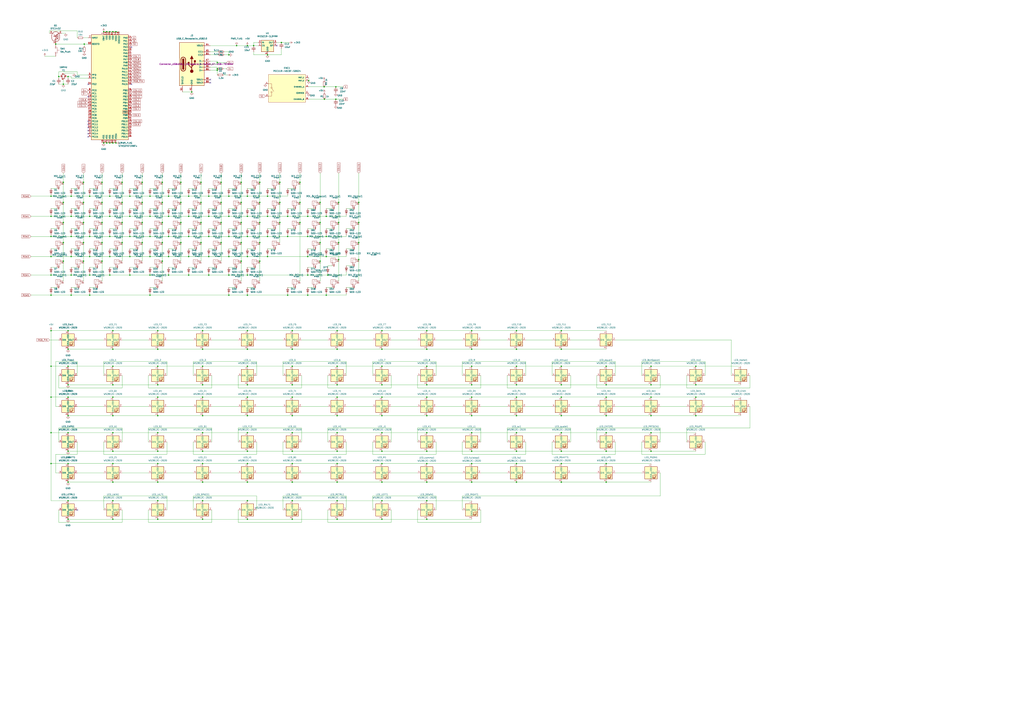
<source format=kicad_sch>
(kicad_sch (version 20250114) (generator "eeschema") (generator_version "9.0")
  (paper "A1")
  (junction (at 571.5 326.39))
  (junction (at 154.94 210.82))
  (junction (at 166.37 271.78))
  (junction (at 187.96 45.085))
  (junction (at 133.35 199.39))
  (junction (at 90.17 161.29))
  (junction (at 350.52 316.23))
  (junction (at 129.54 341.63))
  (junction (at 203.2 426.72))
  (junction (at 278.13 166.37))
  (junction (at 276.86 326.39))
  (junction (at 350.52 355.6))
  (junction (at 350.52 300.99))
  (junction (at 387.35 396.24))
  (junction (at 41.91 355.6))
  (junction (at 203.2 37.465))
  (junction (at 236.22 242.57))
  (junction (at 203.2 381))
  (junction (at 213.36 214.63))
  (junction (at 252.73 210.82))
  (junction (at 129.54 370.84))
  (junction (at 106.68 177.8))
  (junction (at 187.96 161.29))
  (junction (at 266.446 81.534))
  (junction (at 571.5 300.99))
  (junction (at 92.71 396.24))
  (junction (at 55.88 271.78))
  (junction (at 313.69 355.6))
  (junction (at 90.17 194.31))
  (junction (at 313.69 287.02))
  (junction (at 219.71 177.8))
  (junction (at 313.69 396.24))
  (junction (at 350.52 396.24))
  (junction (at 92.71 370.84))
  (junction (at 203.2 242.57))
  (junction (at 52.07 166.37))
  (junction (at 387.35 381))
  (junction (at 58.42 177.8))
  (junction (at 166.37 355.6))
  (junction (at 461.01 381))
  (junction (at 276.86 426.72))
  (junction (at 203.2 341.63))
  (junction (at 424.18 370.84))
  (junction (at 313.69 316.23))
  (junction (at 350.52 381))
  (junction (at 123.19 194.31))
  (junction (at 313.69 271.78))
  (junction (at 497.84 396.24))
  (junction (at 461.01 316.23))
  (junction (at 55.88 300.99))
  (junction (at 203.2 326.39))
  (junction (at 178.435 56.515))
  (junction (at 203.2 287.02))
  (junction (at 203.2 271.78))
  (junction (at 269.24 226.06))
  (junction (at 219.71 45.085))
  (junction (at 213.36 182.88))
  (junction (at 138.43 194.31))
  (junction (at 213.36 199.39))
  (junction (at 461.01 396.24))
  (junction (at 100.33 199.39))
  (junction (at 219.71 210.82))
  (junction (at 92.71 341.63))
  (junction (at 276.86 411.48))
  (junction (at 85.09 26.035))
  (junction (at 240.03 287.02))
  (junction (at 387.35 355.6))
  (junction (at 48.26 62.865))
  (junction (at 571.5 341.63))
  (junction (at 267.97 177.8))
  (junction (at 55.88 316.23))
  (junction (at 350.52 326.39))
  (junction (at 497.84 355.6))
  (junction (at 203.2 411.48))
  (junction (at 106.68 226.06))
  (junction (at 276.86 287.02))
  (junction (at 203.2 177.8))
  (junction (at 148.59 199.39))
  (junction (at 187.96 194.31))
  (junction (at 187.96 242.57))
  (junction (at 129.54 287.02))
  (junction (at 133.35 166.37))
  (junction (at 461.01 287.02))
  (junction (at 178.435 51.435))
  (junction (at 219.71 194.31))
  (junction (at 133.35 149.86))
  (junction (at 571.5 316.23))
  (junction (at 198.12 149.86))
  (junction (at 171.45 161.29))
  (junction (at 387.35 316.23))
  (junction (at 262.89 182.88))
  (junction (at 92.71 316.23))
  (junction (at 461.01 370.84))
  (junction (at 424.18 396.24))
  (junction (at 166.37 316.23))
  (junction (at 240.03 426.72))
  (junction (at 203.2 161.29))
  (junction (at 129.54 426.72))
  (junction (at 41.91 161.29))
  (junction (at 387.35 326.39))
  (junction (at 313.69 381))
  (junction (at 129.54 381))
  (junction (at 276.86 370.84))
  (junction (at 92.71 381))
  (junction (at 203.2 355.6))
  (junction (at 276.86 341.63))
  (junction (at 92.71 300.99))
  (junction (at 41.91 210.82))
  (junction (at 262.89 166.37))
  (junction (at 129.54 355.6))
  (junction (at 208.28 37.465))
  (junction (at 313.69 341.63))
  (junction (at 55.88 62.865))
  (junction (at 41.91 194.31))
  (junction (at 95.25 26.035))
  (junction (at 165.1 182.88))
  (junction (at 58.42 242.57))
  (junction (at 83.82 214.63))
  (junction (at 534.67 316.23))
  (junction (at 165.1 166.37))
  (junction (at 166.37 287.02))
  (junction (at 181.61 149.86))
  (junction (at 461.01 341.63))
  (junction (at 424.18 381))
  (junction (at 278.13 182.88))
  (junction (at 213.36 166.37))
  (junction (at 52.07 182.88))
  (junction (at 203.2 370.84))
  (junction (at 313.69 370.84))
  (junction (at 181.61 182.88))
  (junction (at 240.03 370.84))
  (junction (at 534.67 355.6))
  (junction (at 166.37 341.63))
  (junction (at 90.17 226.06))
  (junction (at 116.84 182.88))
  (junction (at 240.03 271.78))
  (junction (at 213.36 149.86))
  (junction (at 252.73 242.57))
  (junction (at 90.17 26.035))
  (junction (at 240.03 411.48))
  (junction (at 92.71 355.6))
  (junction (at 106.68 210.82))
  (junction (at 187.96 210.82))
  (junction (at 154.94 177.8))
  (junction (at 350.52 271.78))
  (junction (at 198.12 166.37))
  (junction (at 229.87 182.88))
  (junction (at 240.03 316.23))
  (junction (at 166.37 300.99))
  (junction (at 106.68 161.29))
  (junction (at 129.54 326.39))
  (junction (at 252.73 177.8))
  (junction (at 534.67 300.99))
  (junction (at 203.2 194.31))
  (junction (at 100.33 182.88))
  (junction (at 240.03 300.99))
  (junction (at 275.844 71.374))
  (junction (at 178.435 57.785))
  (junction (at 52.07 69.215))
  (junction (at 240.03 341.63))
  (junction (at 267.97 242.57))
  (junction (at 276.86 300.99))
  (junction (at 387.35 341.63))
  (junction (at 166.37 411.48))
  (junction (at 55.88 426.72))
  (junction (at 387.35 287.02))
  (junction (at 266.192 71.374))
  (junction (at 424.18 355.6))
  (junction (at 294.64 166.37))
  (junction (at 166.37 396.24))
  (junction (at 116.84 149.86))
  (junction (at 313.69 326.39))
  (junction (at 129.54 411.48))
  (junction (at 148.59 149.86))
  (junction (at 424.18 326.39))
  (junction (at 116.84 199.39))
  (junction (at 133.35 214.63))
  (junction (at 497.84 341.63))
  (junction (at 262.89 214.63))
  (junction (at 424.18 287.02))
  (junction (at 68.58 166.37))
  (junction (at 129.54 316.23))
  (junction (at 187.96 177.8))
  (junction (at 92.71 326.39))
  (junction (at 73.66 226.06))
  (junction (at 231.14 34.925))
  (junction (at 52.07 149.86))
  (junction (at 92.71 26.035))
  (junction (at 171.45 194.31))
  (junction (at 138.43 161.29))
  (junction (at 276.86 271.78))
  (junction (at 252.73 194.31))
  (junction (at 253.492 66.294))
  (junction (at 387.35 370.84))
  (junction (at 276.86 396.24))
  (junction (at 246.38 166.37))
  (junction (at 461.01 355.6))
  (junction (at 187.96 226.06))
  (junction (at 198.12 199.39))
  (junction (at 203.2 396.24))
  (junction (at 148.59 182.88))
  (junction (at 424.18 271.78))
  (junction (at 90.17 177.8))
  (junction (at 534.67 326.39))
  (junction (at 240.03 326.39))
  (junction (at 83.82 149.86))
  (junction (at 116.84 166.37))
  (junction (at 55.88 326.39))
  (junction (at 83.82 166.37))
  (junction (at 41.91 226.06))
  (junction (at 92.71 117.475))
  (junction (at 106.68 194.31))
  (junction (at 100.33 166.37))
  (junction (at 92.71 411.48))
  (junction (at 203.2 210.82))
  (junction (at 55.88 370.84))
  (junction (at 534.67 341.63))
  (junction (at 85.09 117.475))
  (junction (at 497.84 300.99))
  (junction (at 73.66 194.31))
  (junction (at 58.42 194.31))
  (junction (at 138.43 177.8))
  (junction (at 278.13 199.39))
  (junction (at 166.37 426.72))
  (junction (at 313.69 411.48))
  (junction (at 68.58 214.63))
  (junction (at 236.22 194.31))
  (junction (at 58.42 210.82))
  (junction (at 52.07 214.63))
  (junction (at 313.69 426.72))
  (junction (at 461.01 326.39))
  (junction (at 497.84 326.39))
  (junction (at 41.91 381))
  (junction (at 252.73 226.06))
  (junction (at 129.54 271.78))
  (junction (at 55.88 396.24))
  (junction (at 267.97 194.31))
  (junction (at 246.38 149.86))
  (junction (at 219.71 161.29))
  (junction (at 95.25 117.475))
  (junction (at 203.2 226.06))
  (junction (at 55.88 341.63))
  (junction (at 350.52 411.48))
  (junction (at 240.03 381))
  (junction (at 387.35 300.99))
  (junction (at 350.52 426.72))
  (junction (at 276.86 355.6))
  (junction (at 497.84 381))
  (junction (at 198.12 182.88))
  (junction (at 313.69 300.99))
  (junction (at 246.38 182.88))
  (junction (at 55.88 381))
  (junction (at 45.72 36.195))
  (junction (at 171.45 177.8))
  (junction (at 73.66 177.8))
  (junction (at 148.59 166.37))
  (junction (at 73.66 210.82))
  (junction (at 294.64 182.88))
  (junction (at 275.844 81.534))
  (junction (at 350.52 287.02))
  (junction (at 267.97 210.82))
  (junction (at 92.71 426.72))
  (junction (at 181.61 199.39))
  (junction (at 497.84 316.23))
  (junction (at 165.1 149.86))
  (junction (at 92.71 287.02))
  (junction (at 294.64 199.39))
  (junction (at 181.61 166.37))
  (junction (at 90.17 117.475))
  (junction (at 166.37 370.84))
  (junction (at 497.84 370.84))
  (junction (at 58.42 161.29))
  (junction (at 154.94 161.29))
  (junction (at 129.54 396.24))
  (junction (at 424.18 300.99))
  (junction (at 229.87 166.37))
  (junction (at 276.86 316.23))
  (junction (at 123.19 177.8))
  (junction (at 69.215 36.195))
  (junction (at 58.42 226.06))
  (junction (at 424.18 341.63))
  (junction (at 68.58 149.86))
  (junction (at 41.91 242.57))
  (junction (at 123.19 242.57))
  (junction (at 236.22 177.8))
  (junction (at 87.63 26.035))
  (junction (at 83.82 199.39))
  (junction (at 123.19 210.82))
  (junction (at 55.88 355.6))
  (junction (at 138.43 226.06))
  (junction (at 194.31 37.465))
  (junction (at 68.58 182.88))
  (junction (at 41.91 177.8))
  (junction (at 350.52 341.63))
  (junction (at 100.33 149.86))
  (junction (at 166.37 326.39))
  (junction (at 534.67 370.84))
  (junction (at 83.82 182.88))
  (junction (at 52.07 199.39))
  (junction (at 198.12 214.63))
  (junction (at 240.03 396.24))
  (junction (at 171.45 210.82))
  (junction (at 73.66 242.57))
  (junction (at 387.35 271.78))
  (junction (at 68.58 199.39))
  (junction (at 276.86 381))
  (junction (at 123.19 226.06))
  (junction (at 138.43 210.82))
  (junction (at 240.03 355.6))
  (junction (at 154.94 194.31))
  (junction (at 41.91 300.99))
  (junction (at 294.64 213.36))
  (junction (at 55.88 411.48))
  (junction (at 165.1 199.39))
  (junction (at 41.91 326.39))
  (junction (at 55.88 287.02))
  (junction (at 166.37 381))
  (junction (at 92.71 271.78))
  (junction (at 154.94 226.06))
  (junction (at 203.2 316.23))
  (junction (at 129.54 300.99))
  (junction (at 461.01 271.78))
  (junction (at 87.63 117.475))
  (junction (at 262.89 199.39))
  (junction (at 73.66 161.29))
  (junction (at 90.17 210.82))
  (junction (at 350.52 370.84))
  (junction (at 157.48 75.565))
  (junction (at 133.35 182.88))
  (junction (at 229.87 149.86))
  (junction (at 424.18 316.23))
  (junction (at 461.01 300.99))
  (junction (at 41.91 271.78))
  (junction (at 171.45 226.06))
  (junction (at 203.2 300.99))
  (junction (at 278.13 213.36))
  (junction (at 123.19 161.29))
  (no_connect (at 172.72 65.405))
  (no_connect (at 172.72 67.945))
  (no_connect (at 227.33 37.465))
  (no_connect (at 72.39 107.315))
  (no_connect (at 72.39 109.855))
  (no_connect (at 72.39 112.395))
  (no_connect (at 72.39 99.695))
  (no_connect (at 72.39 102.235))
  (no_connect (at 72.39 104.775))
  (no_connect (at 63.5 419.1))
  (no_connect (at 72.39 79.375))
  (no_connect (at 72.39 69.215))
  (no_connect (at 107.95 38.735))
  (no_connect (at 107.95 69.215))
  (wire (pts (xy 246.38 142.24) (xy 246.38 149.86)))
  (wire (pts (xy 468.63 363.22) (xy 468.63 351.79)))
  (wire (pts (xy 116.84 182.88) (xy 116.84 199.39)))
  (wire (pts (xy 321.31 279.4) (xy 342.9 279.4)))
  (wire (pts (xy 100.33 279.4) (xy 121.92 279.4)))
  (wire (pts (xy 350.52 381) (xy 387.35 381)))
  (wire (pts (xy 210.82 388.62) (xy 232.41 388.62)))
  (wire (pts (xy 68.58 214.63) (xy 68.58 231.14)))
  (wire (pts (xy 138.43 177.8) (xy 154.94 177.8)))
  (wire (pts (xy 198.12 149.86) (xy 198.12 166.37)))
  (wire (pts (xy 213.36 199.39) (xy 213.36 214.63)))
  (wire (pts (xy 55.88 426.72) (xy 92.71 426.72)))
  (wire (pts (xy 247.65 351.79) (xy 195.58 351.79)))
  (wire (pts (xy 133.35 142.24) (xy 133.35 149.86)))
  (wire (pts (xy 41.91 242.57) (xy 58.42 242.57)))
  (wire (pts (xy 253.492 81.534) (xy 266.446 81.534)))
  (wire (pts (xy 100.33 429.26) (xy 48.26 429.26)))
  (wire (pts (xy 579.12 334.01) (xy 600.71 334.01)))
  (wire (pts (xy 83.82 214.63) (xy 83.82 231.14)))
  (wire (pts (xy 63.5 308.61) (xy 63.5 297.18)))
  (wire (pts (xy 253.492 71.374) (xy 266.192 71.374)))
  (wire (pts (xy 58.42 219.71) (xy 63.5 219.71)))
  (wire (pts (xy 172.72 37.465) (xy 194.31 37.465)))
  (wire (pts (xy 284.48 223.52) (xy 284.48 226.06)))
  (wire (pts (xy 461.01 381) (xy 497.84 381)))
  (wire (pts (xy 41.91 355.6) (xy 55.88 355.6)))
  (wire (pts (xy 247.65 363.22) (xy 247.65 351.79)))
  (wire (pts (xy 394.97 318.77) (xy 342.9 318.77)))
  (wire (pts (xy 41.91 326.39) (xy 41.91 355.6)))
  (wire (pts (xy 73.66 242.57) (xy 73.66 241.3)))
  (wire (pts (xy 138.43 161.29) (xy 123.19 161.29)))
  (wire (pts (xy 276.86 300.99) (xy 313.69 300.99)))
  (wire (pts (xy 468.63 308.61) (xy 468.63 318.77)))
  (wire (pts (xy 276.86 326.39) (xy 313.69 326.39)))
  (wire (pts (xy 40.64 25.4) (xy 40.64 27.305)))
  (wire (pts (xy 240.03 370.84) (xy 276.86 370.84)))
  (wire (pts (xy 55.88 411.48) (xy 92.71 411.48)))
  (wire (pts (xy 424.18 355.6) (xy 461.01 355.6)))
  (wire (pts (xy 58.42 161.29) (xy 41.91 161.29)))
  (wire (pts (xy 100.33 142.24) (xy 100.33 149.86)))
  (wire (pts (xy 276.86 411.48) (xy 313.69 411.48)))
  (wire (pts (xy 252.73 219.71) (xy 257.81 219.71)))
  (wire (pts (xy 166.37 396.24) (xy 203.2 396.24)))
  (wire (pts (xy 267.97 242.57) (xy 267.97 241.3)))
  (wire (pts (xy 133.35 214.63) (xy 133.35 231.14)))
  (wire (pts (xy 45.72 388.62) (xy 48.26 388.62)))
  (wire (pts (xy 154.94 224.79) (xy 154.94 226.06)))
  (wire (pts (xy 68.58 182.88) (xy 68.58 199.39)))
  (wire (pts (xy 252.73 209.55) (xy 252.73 210.82)))
  (wire (pts (xy 195.58 351.79) (xy 195.58 363.22)))
  (wire (pts (xy 219.71 171.45) (xy 224.79 171.45)))
  (wire (pts (xy 106.68 154.94) (xy 111.76 154.94)))
  (wire (pts (xy 252.73 236.22) (xy 257.81 236.22)))
  (wire (pts (xy 178.435 51.435) (xy 178.435 52.705)))
  (wire (pts (xy 187.96 154.94) (xy 193.04 154.94)))
  (wire (pts (xy 92.71 117.475) (xy 95.25 117.475)))
  (wire (pts (xy 252.73 241.3) (xy 252.73 242.57)))
  (wire (pts (xy 236.22 177.8) (xy 236.22 176.53)))
  (wire (pts (xy 166.37 370.84) (xy 203.2 370.84)))
  (wire (pts (xy 269.24 318.77) (xy 269.24 308.61)))
  (wire (pts (xy 231.14 40.005) (xy 231.14 45.085)))
  (wire (pts (xy 210.82 308.61) (xy 210.82 297.18)))
  (wire (pts (xy 133.35 166.37) (xy 133.35 182.88)))
  (wire (pts (xy 121.92 429.26) (xy 121.92 419.1)))
  (wire (pts (xy 158.75 297.18) (xy 210.82 297.18)))
  (wire (pts (xy 58.42 187.96) (xy 63.5 187.96)))
  (wire (pts (xy 123.19 242.57) (xy 187.96 242.57)))
  (wire (pts (xy 68.58 149.86) (xy 68.58 166.37)))
  (wire (pts (xy 195.58 318.77) (xy 195.58 308.61)))
  (wire (pts (xy 58.42 241.3) (xy 58.42 242.57)))
  (wire (pts (xy 321.31 419.1) (xy 321.31 429.26)))
  (wire (pts (xy 41.91 326.39) (xy 55.88 326.39)))
  (wire (pts (xy 92.71 300.99) (xy 129.54 300.99)))
  (wire (pts (xy 68.58 142.24) (xy 68.58 149.86)))
  (wire (pts (xy 219.71 154.94) (xy 224.79 154.94)))
  (wire (pts (xy 424.18 326.39) (xy 461.01 326.39)))
  (wire (pts (xy 41.91 355.6) (xy 41.91 381)))
  (wire (pts (xy 276.86 426.72) (xy 313.69 426.72)))
  (wire (pts (xy 275.844 71.374) (xy 281.686 71.374)))
  (wire (pts (xy 534.67 355.6) (xy 571.5 355.6)))
  (wire (pts (xy 253.492 63.754) (xy 253.492 66.294)))
  (wire (pts (xy 187.96 241.3) (xy 187.96 242.57)))
  (wire (pts (xy 172.72 50.165) (xy 178.435 50.165)))
  (wire (pts (xy 52.07 142.24) (xy 52.07 149.86)))
  (wire (pts (xy 431.8 334.01) (xy 453.39 334.01)))
  (wire (pts (xy 321.31 363.22) (xy 321.31 351.79)))
  (wire (pts (xy 350.52 287.02) (xy 387.35 287.02)))
  (wire (pts (xy 187.96 187.96) (xy 193.04 187.96)))
  (wire (pts (xy 187.96 210.82) (xy 203.2 210.82)))
  (wire (pts (xy 252.73 226.06) (xy 269.24 226.06)))
  (wire (pts (xy 269.24 226.06) (xy 269.24 224.79)))
  (wire (pts (xy 48.26 59.055) (xy 63.5 59.055)))
  (wire (pts (xy 394.97 279.4) (xy 416.56 279.4)))
  (wire (pts (xy 138.43 177.8) (xy 138.43 176.53)))
  (wire (pts (xy 203.2 219.71) (xy 208.28 219.71)))
  (wire (pts (xy 137.16 407.67) (xy 85.09 407.67)))
  (wire (pts (xy 73.66 161.29) (xy 58.42 161.29)))
  (wire (pts (xy 69.215 36.195) (xy 69.215 38.1)))
  (wire (pts (xy 123.19 177.8) (xy 138.43 177.8)))
  (wire (pts (xy 165.1 182.88) (xy 165.1 199.39)))
  (wire (pts (xy 505.46 308.61) (xy 505.46 297.18)))
  (wire (pts (xy 262.89 142.24) (xy 262.89 166.37)))
  (wire (pts (xy 313.69 381) (xy 350.52 381)))
  (wire (pts (xy 41.91 210.82) (xy 41.91 209.55)))
  (wire (pts (xy 276.86 287.02) (xy 313.69 287.02)))
  (wire (pts (xy 240.03 287.02) (xy 276.86 287.02)))
  (wire (pts (xy 236.22 177.8) (xy 252.73 177.8)))
  (wire (pts (xy 276.86 316.23) (xy 313.69 316.23)))
  (wire (pts (xy 41.91 226.06) (xy 58.42 226.06)))
  (wire (pts (xy 431.8 279.4) (xy 453.39 279.4)))
  (wire (pts (xy 55.88 271.78) (xy 41.91 271.78)))
  (wire (pts (xy 342.9 318.77) (xy 342.9 308.61)))
  (wire (pts (xy 100.33 166.37) (xy 100.33 182.88)))
  (wire (pts (xy 505.46 388.62) (xy 527.05 388.62)))
  (wire (pts (xy 55.88 62.865) (xy 55.88 64.135)))
  (wire (pts (xy 461.01 326.39) (xy 497.84 326.39)))
  (wire (pts (xy 267.97 209.55) (xy 267.97 210.82)))
  (wire (pts (xy 542.29 363.22) (xy 542.29 351.79)))
  (wire (pts (xy 284.48 297.18) (xy 232.41 297.18)))
  (wire (pts (xy 55.88 355.6) (xy 92.71 355.6)))
  (wire (pts (xy 247.65 429.26) (xy 195.58 429.26)))
  (wire (pts (xy 55.88 287.02) (xy 92.71 287.02)))
  (wire (pts (xy 181.61 149.86) (xy 181.61 166.37)))
  (wire (pts (xy 48.26 429.26) (xy 48.26 419.1)))
  (wire (pts (xy 350.52 316.23) (xy 387.35 316.23)))
  (wire (pts (xy 138.43 154.94) (xy 143.51 154.94)))
  (wire (pts (xy 278.13 213.36) (xy 278.13 231.14)))
  (wire (pts (xy 172.72 55.245) (xy 178.435 55.245)))
  (wire (pts (xy 203.2 187.96) (xy 208.28 187.96)))
  (wire (pts (xy 49.53 62.865) (xy 48.26 62.865)))
  (wire (pts (xy 154.94 226.06) (xy 171.45 226.06)))
  (wire (pts (xy 342.9 351.79) (xy 342.9 363.22)))
  (wire (pts (xy 148.59 199.39) (xy 148.59 214.63)))
  (wire (pts (xy 90.17 187.96) (xy 95.25 187.96)))
  (wire (pts (xy 171.45 204.47) (xy 176.53 204.47)))
  (wire (pts (xy 236.22 194.31) (xy 252.73 194.31)))
  (wire (pts (xy 210.82 334.01) (xy 232.41 334.01)))
  (wire (pts (xy 137.16 363.22) (xy 137.16 373.38)))
  (wire (pts (xy 173.99 388.62) (xy 195.58 388.62)))
  (wire (pts (xy 236.22 171.45) (xy 241.3 171.45)))
  (wire (pts (xy 247.65 388.62) (xy 269.24 388.62)))
  (wire (pts (xy 431.8 363.22) (xy 431.8 373.38)))
  (wire (pts (xy 158.75 297.18) (xy 158.75 308.61)))
  (wire (pts (xy 468.63 334.01) (xy 490.22 334.01)))
  (wire (pts (xy 187.96 194.31) (xy 203.2 194.31)))
  (wire (pts (xy 166.37 426.72) (xy 203.2 426.72)))
  (wire (pts (xy 350.52 271.78) (xy 387.35 271.78)))
  (wire (pts (xy 240.03 316.23) (xy 276.86 316.23)))
  (wire (pts (xy 231.14 34.925) (xy 237.49 34.925)))
  (wire (pts (xy 358.14 373.38) (xy 306.07 373.38)))
  (wire (pts (xy 266.192 71.374) (xy 275.844 71.374)))
  (wire (pts (xy 313.69 326.39) (xy 350.52 326.39)))
  (wire (pts (xy 41.91 194.31) (xy 41.91 193.04)))
  (wire (pts (xy 137.16 334.01) (xy 158.75 334.01)))
  (wire (pts (xy 63.5 61.595) (xy 72.39 61.595)))
  (wire (pts (xy 154.94 219.71) (xy 160.02 219.71)))
  (wire (pts (xy 236.22 161.29) (xy 236.22 160.02)))
  (wire (pts (xy 563.88 318.77) (xy 563.88 308.61)))
  (wire (pts (xy 203.2 236.22) (xy 208.28 236.22)))
  (wire (pts (xy 172.72 52.705) (xy 178.435 52.705)))
  (wire (pts (xy 137.16 279.4) (xy 158.75 279.4)))
  (wire (pts (xy 25.4 210.82) (xy 41.91 210.82)))
  (wire (pts (xy 534.67 316.23) (xy 571.5 316.23)))
  (wire (pts (xy 129.54 341.63) (xy 166.37 341.63)))
  (wire (pts (xy 262.89 166.37) (xy 262.89 182.88)))
  (wire (pts (xy 183.515 61.595) (xy 186.69 61.595)))
  (wire (pts (xy 68.58 199.39) (xy 68.58 214.63)))
  (wire (pts (xy 83.82 182.88) (xy 83.82 199.39)))
  (wire (pts (xy 505.46 297.18) (xy 453.39 297.18)))
  (wire (pts (xy 497.84 355.6) (xy 534.67 355.6)))
  (wire (pts (xy 138.43 210.82) (xy 154.94 210.82)))
  (wire (pts (xy 48.26 62.865) (xy 48.26 64.135)))
  (wire (pts (xy 232.41 297.18) (xy 232.41 308.61)))
  (wire (pts (xy 55.88 62.865) (xy 58.42 62.865)))
  (wire (pts (xy 267.97 242.57) (xy 284.48 242.57)))
  (wire (pts (xy 203.2 194.31) (xy 219.71 194.31)))
  (wire (pts (xy 246.38 149.86) (xy 246.38 166.37)))
  (wire (pts (xy 321.31 318.77) (xy 269.24 318.77)))
  (wire (pts (xy 227.33 34.925) (xy 231.14 34.925)))
  (wire (pts (xy 106.68 161.29) (xy 106.68 160.02)))
  (wire (pts (xy 203.2 411.48) (xy 240.03 411.48)))
  (wire (pts (xy 138.43 210.82) (xy 138.43 209.55)))
  (wire (pts (xy 166.37 341.63) (xy 203.2 341.63)))
  (wire (pts (xy 41.91 187.96) (xy 46.99 187.96)))
  (wire (pts (xy 48.26 351.79) (xy 48.26 363.22)))
  (wire (pts (xy 100.33 149.86) (xy 100.33 166.37)))
  (wire (pts (xy 284.48 373.38) (xy 232.41 373.38)))
  (wire (pts (xy 236.22 241.3) (xy 236.22 242.57)))
  (wire (pts (xy 138.43 219.71) (xy 143.51 219.71)))
  (wire (pts (xy 246.38 166.37) (xy 246.38 182.88)))
  (wire (pts (xy 203.2 396.24) (xy 240.03 396.24)))
  (wire (pts (xy 154.94 193.04) (xy 154.94 194.31)))
  (wire (pts (xy 171.45 219.71) (xy 176.53 219.71)))
  (wire (pts (xy 41.91 219.71) (xy 46.99 219.71)))
  (wire (pts (xy 73.66 160.02) (xy 73.66 161.29)))
  (wire (pts (xy 262.89 182.88) (xy 262.89 199.39)))
  (wire (pts (xy 571.5 326.39) (xy 608.33 326.39)))
  (wire (pts (xy 453.39 373.38) (xy 453.39 363.22)))
  (wire (pts (xy 571.5 341.63) (xy 608.33 341.63)))
  (wire (pts (xy 203.2 204.47) (xy 208.28 204.47)))
  (wire (pts (xy 468.63 318.77) (xy 416.56 318.77)))
  (wire (pts (xy 148.59 166.37) (xy 148.59 182.88)))
  (wire (pts (xy 203.2 161.29) (xy 187.96 161.29)))
  (wire (pts (xy 187.96 177.8) (xy 203.2 177.8)))
  (wire (pts (xy 321.31 429.26) (xy 269.24 429.26)))
  (wire (pts (xy 172.72 57.785) (xy 178.435 57.785)))
  (wire (pts (xy 106.68 219.71) (xy 111.76 219.71)))
  (wire (pts (xy 129.54 300.99) (xy 166.37 300.99)))
  (wire (pts (xy 106.68 187.96) (xy 111.76 187.96)))
  (wire (pts (xy 41.91 411.48) (xy 55.88 411.48)))
  (wire (pts (xy 284.48 177.8) (xy 267.97 177.8)))
  (wire (pts (xy 313.69 287.02) (xy 350.52 287.02)))
  (wire (pts (xy 92.71 287.02) (xy 129.54 287.02)))
  (wire (pts (xy 276.86 370.84) (xy 313.69 370.84)))
  (wire (pts (xy 358.14 279.4) (xy 379.73 279.4)))
  (wire (pts (xy 90.17 161.29) (xy 106.68 161.29)))
  (wire (pts (xy 252.73 176.53) (xy 252.73 177.8)))
  (wire (pts (xy 41.91 177.8) (xy 41.91 176.53)))
  (wire (pts (xy 85.09 373.38) (xy 85.09 363.22)))
  (wire (pts (xy 267.97 210.82) (xy 284.48 210.82)))
  (wire (pts (xy 116.84 199.39) (xy 116.84 214.63)))
  (wire (pts (xy 615.95 308.61) (xy 615.95 318.77)))
  (wire (pts (xy 461.01 300.99) (xy 497.84 300.99)))
  (wire (pts (xy 73.66 210.82) (xy 90.17 210.82)))
  (wire (pts (xy 387.35 381) (xy 424.18 381)))
  (wire (pts (xy 534.67 300.99) (xy 571.5 300.99)))
  (wire (pts (xy 138.43 187.96) (xy 143.51 187.96)))
  (wire (pts (xy 106.68 194.31) (xy 123.19 194.31)))
  (wire (pts (xy 92.71 396.24) (xy 129.54 396.24)))
  (wire (pts (xy 48.26 62.865) (xy 48.26 59.055)))
  (wire (pts (xy 276.86 355.6) (xy 313.69 355.6)))
  (wire (pts (xy 203.2 326.39) (xy 240.03 326.39)))
  (wire (pts (xy 284.48 334.01) (xy 306.07 334.01)))
  (wire (pts (xy 468.63 351.79) (xy 416.56 351.79)))
  (wire (pts (xy 90.17 209.55) (xy 90.17 210.82)))
  (wire (pts (xy 171.45 177.8) (xy 187.96 177.8)))
  (wire (pts (xy 171.45 171.45) (xy 176.53 171.45)))
  (wire (pts (xy 313.69 396.24) (xy 350.52 396.24)))
  (wire (pts (xy 73.66 171.45) (xy 78.74 171.45)))
  (wire (pts (xy 350.52 411.48) (xy 387.35 411.48)))
  (wire (pts (xy 424.18 287.02) (xy 461.01 287.02)))
  (wire (pts (xy 55.88 326.39) (xy 92.71 326.39)))
  (wire (pts (xy 379.73 297.18) (xy 379.73 308.61)))
  (wire (pts (xy 284.48 308.61) (xy 284.48 297.18)))
  (wire (pts (xy 92.71 381) (xy 129.54 381)))
  (wire (pts (xy 358.14 297.18) (xy 306.07 297.18)))
  (wire (pts (xy 313.69 341.63) (xy 350.52 341.63)))
  (wire (pts (xy 154.94 177.8) (xy 171.45 177.8)))
  (wire (pts (xy 497.84 316.23) (xy 534.67 316.23)))
  (wire (pts (xy 358.14 407.67) (xy 306.07 407.67)))
  (wire (pts (xy 236.22 242.57) (xy 252.73 242.57)))
  (wire (pts (xy 41.91 381) (xy 55.88 381)))
  (wire (pts (xy 41.91 381) (xy 41.91 411.48)))
  (wire (pts (xy 213.36 214.63) (xy 213.36 231.14)))
  (wire (pts (xy 138.43 194.31) (xy 138.43 193.04)))
  (wire (pts (xy 203.2 300.99) (xy 240.03 300.99)))
  (wire (pts (xy 424.18 396.24) (xy 461.01 396.24)))
  (wire (pts (xy 203.2 37.465) (xy 208.28 37.465)))
  (wire (pts (xy 73.66 177.8) (xy 90.17 177.8)))
  (wire (pts (xy 247.65 419.1) (xy 247.65 429.26)))
  (wire (pts (xy 306.07 407.67) (xy 306.07 419.1)))
  (wire (pts (xy 55.88 341.63) (xy 92.71 341.63)))
  (wire (pts (xy 100.33 308.61) (xy 100.33 318.77)))
  (wire (pts (xy 203.2 242.57) (xy 236.22 242.57)))
  (wire (pts (xy 387.35 370.84) (xy 424.18 370.84)))
  (wire (pts (xy 129.54 355.6) (xy 166.37 355.6)))
  (wire (pts (xy 171.45 187.96) (xy 176.53 187.96)))
  (wire (pts (xy 203.2 161.29) (xy 219.71 161.29)))
  (wire (pts (xy 90.17 160.02) (xy 90.17 161.29)))
  (wire (pts (xy 123.19 219.71) (xy 128.27 219.71)))
  (wire (pts (xy 229.87 142.24) (xy 229.87 149.86)))
  (wire (pts (xy 379.73 407.67) (xy 379.73 419.1)))
  (wire (pts (xy 313.69 426.72) (xy 350.52 426.72)))
  (wire (pts (xy 321.31 308.61) (xy 321.31 318.77)))
  (wire (pts (xy 278.13 182.88) (xy 278.13 199.39)))
  (wire (pts (xy 542.29 351.79) (xy 490.22 351.79)))
  (wire (pts (xy 148.59 142.24) (xy 148.59 149.86)))
  (wire (pts (xy 166.37 326.39) (xy 203.2 326.39)))
  (wire (pts (xy 219.71 176.53) (xy 219.71 177.8)))
  (wire (pts (xy 154.94 161.29) (xy 171.45 161.29)))
  (wire (pts (xy 165.1 149.86) (xy 165.1 166.37)))
  (wire (pts (xy 121.92 318.77) (xy 121.92 308.61)))
  (wire (pts (xy 379.73 373.38) (xy 379.73 363.22)))
  (wire (pts (xy 63.5 363.22) (xy 63.5 373.38)))
  (wire (pts (xy 90.17 194.31) (xy 106.68 194.31)))
  (wire (pts (xy 178.435 55.245) (xy 178.435 56.515)))
  (wire (pts (xy 187.96 204.47) (xy 193.04 204.47)))
  (wire (pts (xy 92.71 316.23) (xy 129.54 316.23)))
  (wire (pts (xy 267.97 194.31) (xy 267.97 193.04)))
  (wire (pts (xy 41.91 271.78) (xy 41.91 300.99)))
  (wire (pts (xy 58.42 242.57) (xy 73.66 242.57)))
  (wire (pts (xy 90.17 171.45) (xy 95.25 171.45)))
  (wire (pts (xy 123.19 236.22) (xy 128.27 236.22)))
  (wire (pts (xy 394.97 429.26) (xy 342.9 429.26)))
  (wire (pts (xy 85.09 117.475) (xy 87.63 117.475)))
  (wire (pts (xy 172.72 42.545) (xy 179.07 42.545)))
  (wire (pts (xy 240.03 271.78) (xy 276.86 271.78)))
  (wire (pts (xy 269.24 218.44) (xy 269.24 219.71)))
  (wire (pts (xy 58.42 193.04) (xy 58.42 194.31)))
  (wire (pts (xy 236.22 236.22) (xy 241.3 236.22)))
  (wire (pts (xy 129.54 411.48) (xy 166.37 411.48)))
  (wire (pts (xy 203.2 271.78) (xy 240.03 271.78)))
  (wire (pts (xy 542.29 308.61) (xy 542.29 318.77)))
  (wire (pts (xy 58.42 62.865) (xy 58.42 64.135)))
  (wire (pts (xy 497.84 300.99) (xy 534.67 300.99)))
  (wire (pts (xy 273.05 218.44) (xy 269.24 218.44)))
  (wire (pts (xy 615.95 334.01) (xy 615.95 351.79)))
  (wire (pts (xy 92.71 271.78) (xy 129.54 271.78)))
  (wire (pts (xy 154.94 209.55) (xy 154.94 210.82)))
  (wire (pts (xy 424.18 316.23) (xy 461.01 316.23)))
  (wire (pts (xy 534.67 370.84) (xy 571.5 370.84)))
  (wire (pts (xy 252.73 204.47) (xy 257.81 204.47)))
  (wire (pts (xy 213.36 149.86) (xy 213.36 166.37)))
  (wire (pts (xy 394.97 308.61) (xy 394.97 318.77)))
  (wire (pts (xy 90.17 219.71) (xy 95.25 219.71)))
  (wire (pts (xy 505.46 363.22) (xy 505.46 373.38)))
  (wire (pts (xy 276.86 396.24) (xy 313.69 396.24)))
  (wire (pts (xy 387.35 316.23) (xy 424.18 316.23)))
  (wire (pts (xy 181.61 182.88) (xy 181.61 199.39)))
  (wire (pts (xy 148.59 149.86) (xy 148.59 166.37)))
  (wire (pts (xy 178.435 51.435) (xy 186.055 51.435)))
  (wire (pts (xy 461.01 316.23) (xy 497.84 316.23)))
  (wire (pts (xy 252.73 187.96) (xy 257.81 187.96)))
  (wire (pts (xy 165.1 166.37) (xy 165.1 182.88)))
  (wire (pts (xy 284.48 241.3) (xy 284.48 242.57)))
  (wire (pts (xy 210.82 373.38) (xy 158.75 373.38)))
  (wire (pts (xy 154.94 194.31) (xy 171.45 194.31)))
  (wire (pts (xy 387.35 271.78) (xy 424.18 271.78)))
  (wire (pts (xy 123.19 193.04) (xy 123.19 194.31)))
  (wire (pts (xy 172.72 45.085) (xy 179.07 45.085)))
  (wire (pts (xy 240.03 355.6) (xy 276.86 355.6)))
  (wire (pts (xy 210.82 279.4) (xy 232.41 279.4)))
  (wire (pts (xy 542.29 318.77) (xy 490.22 318.77)))
  (wire (pts (xy 137.16 388.62) (xy 158.75 388.62)))
  (wire (pts (xy 52.07 182.88) (xy 52.07 199.39)))
  (wire (pts (xy 106.68 177.8) (xy 106.68 176.53)))
  (wire (pts (xy 219.71 193.04) (xy 219.71 194.31)))
  (wire (pts (xy 579.12 308.61) (xy 579.12 297.18)))
  (wire (pts (xy 187.96 226.06) (xy 203.2 226.06)))
  (wire (pts (xy 240.03 326.39) (xy 276.86 326.39)))
  (wire (pts (xy 313.69 316.23) (xy 350.52 316.23)))
  (wire (pts (xy 203.2 226.06) (xy 252.73 226.06)))
  (wire (pts (xy 171.45 210.82) (xy 187.96 210.82)))
  (wire (pts (xy 106.68 210.82) (xy 106.68 209.55)))
  (wire (pts (xy 173.99 279.4) (xy 195.58 279.4)))
  (wire (pts (xy 213.36 142.24) (xy 213.36 149.86)))
  (wire (pts (xy 203.2 171.45) (xy 208.28 171.45)))
  (wire (pts (xy 313.69 271.78) (xy 350.52 271.78)))
  (wire (pts (xy 219.71 160.02) (xy 219.71 161.29)))
  (wire (pts (xy 240.03 411.48) (xy 276.86 411.48)))
  (wire (pts (xy 73.66 161.29) (xy 90.17 161.29)))
  (wire (pts (xy 106.68 171.45) (xy 111.76 171.45)))
  (wire (pts (xy 166.37 411.48) (xy 203.2 411.48)))
  (wire (pts (xy 90.17 117.475) (xy 92.71 117.475)))
  (wire (pts (xy 350.52 396.24) (xy 387.35 396.24)))
  (wire (pts (xy 203.2 194.31) (xy 203.2 193.04)))
  (wire (pts (xy 387.35 355.6) (xy 424.18 355.6)))
  (wire (pts (xy 431.8 388.62) (xy 453.39 388.62)))
  (wire (pts (xy 267.97 236.22) (xy 273.05 236.22)))
  (wire (pts (xy 73.66 194.31) (xy 73.66 193.04)))
  (wire (pts (xy 534.67 326.39) (xy 571.5 326.39)))
  (wire (pts (xy 52.07 214.63) (xy 52.07 231.14)))
  (wire (pts (xy 73.66 242.57) (xy 123.19 242.57)))
  (wire (pts (xy 181.61 199.39) (xy 181.61 214.63)))
  (wire (pts (xy 41.91 194.31) (xy 58.42 194.31)))
  (wire (pts (xy 187.96 224.79) (xy 187.96 226.06)))
  (wire (pts (xy 166.37 271.78) (xy 203.2 271.78)))
  (wire (pts (xy 276.86 341.63) (xy 313.69 341.63)))
  (wire (pts (xy 284.48 236.22) (xy 289.56 236.22)))
  (wire (pts (xy 69.215 36.195) (xy 72.39 36.195)))
  (wire (pts (xy 90.17 26.035) (xy 92.71 26.035)))
  (wire (pts (xy 269.24 429.26) (xy 269.24 419.1)))
  (wire (pts (xy 252.73 210.82) (xy 267.97 210.82)))
  (wire (pts (xy 123.19 187.96) (xy 128.27 187.96)))
  (wire (pts (xy 52.07 65.405) (xy 52.07 69.215)))
  (wire (pts (xy 240.03 396.24) (xy 276.86 396.24)))
  (wire (pts (xy 187.96 242.57) (xy 203.2 242.57)))
  (wire (pts (xy 229.87 166.37) (xy 229.87 182.88)))
  (wire (pts (xy 294.64 199.39) (xy 294.64 213.36)))
  (wire (pts (xy 203.2 370.84) (xy 240.03 370.84)))
  (wire (pts (xy 154.94 160.02) (xy 154.94 161.29)))
  (wire (pts (xy 68.58 166.37) (xy 68.58 182.88)))
  (wire (pts (xy 171.45 210.82) (xy 171.45 209.55)))
  (wire (pts (xy 350.52 341.63) (xy 387.35 341.63)))
  (wire (pts (xy 358.14 308.61) (xy 358.14 297.18)))
  (wire (pts (xy 350.52 355.6) (xy 387.35 355.6)))
  (wire (pts (xy 358.14 363.22) (xy 358.14 373.38)))
  (wire (pts (xy 247.65 308.61) (xy 247.65 318.77)))
  (wire (pts (xy 183.515 56.515) (xy 186.055 56.515)))
  (wire (pts (xy 100.33 351.79) (xy 48.26 351.79)))
  (wire (pts (xy 73.66 177.8) (xy 73.66 176.53)))
  (wire (pts (xy 208.28 34.925) (xy 208.28 37.465)))
  (wire (pts (xy 100.33 388.62) (xy 121.92 388.62)))
  (wire (pts (xy 41.91 171.45) (xy 46.99 171.45)))
  (wire (pts (xy 203.2 287.02) (xy 240.03 287.02)))
  (wire (pts (xy 129.54 396.24) (xy 166.37 396.24)))
  (wire (pts (xy 184.15 42.545) (xy 187.96 42.545)))
  (wire (pts (xy 252.73 171.45) (xy 257.81 171.45)))
  (wire (pts (xy 294.64 213.36) (xy 294.64 231.14)))
  (wire (pts (xy 284.48 419.1) (xy 284.48 407.67)))
  (wire (pts (xy 497.84 341.63) (xy 534.67 341.63)))
  (wire (pts (xy 45.72 334.01) (xy 48.26 334.01)))
  (wire (pts (xy 129.54 381) (xy 166.37 381)))
  (wire (pts (xy 41.91 154.94) (xy 46.99 154.94)))
  (wire (pts (xy 58.42 154.94) (xy 63.5 154.94)))
  (wire (pts (xy 138.43 226.06) (xy 138.43 224.79)))
  (wire (pts (xy 571.5 300.99) (xy 608.33 300.99)))
  (wire (pts (xy 252.73 177.8) (xy 267.97 177.8)))
  (wire (pts (xy 52.07 199.39) (xy 52.07 214.63)))
  (wire (pts (xy 284.48 187.96) (xy 289.56 187.96)))
  (wire (pts (xy 154.94 204.47) (xy 160.02 204.47)))
  (wire (pts (xy 45.72 297.18) (xy 45.72 334.01)))
  (wire (pts (xy 275.844 81.534) (xy 281.686 81.534)))
  (wire (pts (xy 166.37 355.6) (xy 203.2 355.6)))
  (wire (pts (xy 123.19 210.82) (xy 138.43 210.82)))
  (wire (pts (xy 394.97 363.22) (xy 394.97 351.79)))
  (wire (pts (xy 138.43 194.31) (xy 154.94 194.31)))
  (wire (pts (xy 158.75 373.38) (xy 158.75 363.22)))
  (wire (pts (xy 58.42 177.8) (xy 73.66 177.8)))
  (wire (pts (xy 165.1 142.24) (xy 165.1 149.86)))
  (wire (pts (xy 219.71 210.82) (xy 252.73 210.82)))
  (wire (pts (xy 497.84 396.24) (xy 534.67 396.24)))
  (wire (pts (xy 178.435 57.785) (xy 178.435 61.595)))
  (wire (pts (xy 158.75 407.67) (xy 158.75 419.1)))
  (wire (pts (xy 129.54 426.72) (xy 166.37 426.72)))
  (wire (pts (xy 252.73 242.57) (xy 267.97 242.57)))
  (wire (pts (xy 55.88 271.78) (xy 92.71 271.78)))
  (wire (pts (xy 173.99 419.1) (xy 173.99 429.26)))
  (wire (pts (xy 213.36 182.88) (xy 213.36 199.39)))
  (wire (pts (xy 203.2 316.23) (xy 240.03 316.23)))
  (wire (pts (xy 461.01 287.02) (xy 497.84 287.02)))
  (wire (pts (xy 203.2 177.8) (xy 203.2 176.53)))
  (wire (pts (xy 313.69 355.6) (xy 350.52 355.6)))
  (wire (pts (xy 229.87 149.86) (xy 229.87 166.37)))
  (wire (pts (xy 123.19 241.3) (xy 123.19 242.57)))
  (wire (pts (xy 83.82 199.39) (xy 83.82 214.63)))
  (wire (pts (xy 203.2 381) (xy 240.03 381)))
  (wire (pts (xy 90.17 176.53) (xy 90.17 177.8)))
  (wire (pts (xy 54.61 62.865) (xy 55.88 62.865)))
  (wire (pts (xy 527.05 373.38) (xy 527.05 363.22)))
  (wire (pts (xy 73.66 194.31) (xy 90.17 194.31)))
  (wire (pts (xy 138.43 160.02) (xy 138.43 161.29)))
  (wire (pts (xy 100.33 318.77) (xy 48.26 318.77)))
  (wire (pts (xy 208.28 45.085) (xy 208.28 42.545)))
  (wire (pts (xy 262.89 199.39) (xy 262.89 214.63)))
  (wire (pts (xy 213.36 166.37) (xy 213.36 182.88)))
  (wire (pts (xy 123.19 154.94) (xy 128.27 154.94)))
  (wire (pts (xy 284.48 218.44) (xy 289.56 218.44)))
  (wire (pts (xy 284.48 363.22) (xy 284.48 373.38)))
  (wire (pts (xy 210.82 363.22) (xy 210.82 373.38)))
  (wire (pts (xy 123.19 161.29) (xy 106.68 161.29)))
  (wire (pts (xy 490.22 318.77) (xy 490.22 308.61)))
  (wire (pts (xy 106.68 194.31) (xy 106.68 193.04)))
  (wire (pts (xy 73.66 204.47) (xy 78.74 204.47)))
  (wire (pts (xy 313.69 411.48) (xy 350.52 411.48)))
  (wire (pts (xy 92.71 355.6) (xy 129.54 355.6)))
  (wire (pts (xy 505.46 334.01) (xy 527.05 334.01)))
  (wire (pts (xy 90.17 154.94) (xy 95.25 154.94)))
  (wire (pts (xy 236.22 154.94) (xy 241.3 154.94)))
  (wire (pts (xy 45.72 373.38) (xy 45.72 388.62)))
  (wire (pts (xy 284.48 226.06) (xy 269.24 226.06)))
  (wire (pts (xy 461.01 396.24) (xy 497.84 396.24)))
  (wire (pts (xy 87.63 117.475) (xy 90.17 117.475)))
  (wire (pts (xy 90.17 193.04) (xy 90.17 194.31)))
  (wire (pts (xy 90.17 177.8) (xy 106.68 177.8)))
  (wire (pts (xy 284.48 171.45) (xy 289.56 171.45)))
  (wire (pts (xy 123.19 176.53) (xy 123.19 177.8)))
  (wire (pts (xy 278.13 166.37) (xy 278.13 182.88)))
  (wire (pts (xy 219.71 187.96) (xy 224.79 187.96)))
  (wire (pts (xy 358.14 419.1) (xy 358.14 407.67)))
  (wire (pts (xy 58.42 224.79) (xy 58.42 226.06)))
  (wire (pts (xy 90.17 224.79) (xy 90.17 226.06)))
  (wire (pts (xy 394.97 388.62) (xy 416.56 388.62)))
  (wire (pts (xy 615.95 351.79) (xy 563.88 351.79)))
  (wire (pts (xy 178.435 50.165) (xy 178.435 51.435)))
  (wire (pts (xy 73.66 154.94) (xy 78.74 154.94)))
  (wire (pts (xy 123.19 160.02) (xy 123.19 161.29)))
  (wire (pts (xy 267.97 171.45) (xy 273.05 171.45)))
  (wire (pts (xy 171.45 226.06) (xy 187.96 226.06)))
  (wire (pts (xy 58.42 209.55) (xy 58.42 210.82)))
  (wire (pts (xy 58.42 64.135) (xy 72.39 64.135)))
  (wire (pts (xy 55.88 316.23) (xy 92.71 316.23)))
  (wire (pts (xy 63.5 25.4) (xy 40.64 25.4)))
  (wire (pts (xy 55.88 381) (xy 92.71 381)))
  (wire (pts (xy 210.82 407.67) (xy 158.75 407.67)))
  (wire (pts (xy 187.96 171.45) (xy 193.04 171.45)))
  (wire (pts (xy 203.2 355.6) (xy 240.03 355.6)))
  (wire (pts (xy 453.39 297.18) (xy 453.39 308.61)))
  (wire (pts (xy 278.13 142.24) (xy 278.13 166.37)))
  (wire (pts (xy 63.5 59.055) (xy 63.5 61.595)))
  (wire (pts (xy 276.86 381) (xy 313.69 381)))
  (wire (pts (xy 497.84 326.39) (xy 534.67 326.39)))
  (wire (pts (xy 431.8 297.18) (xy 379.73 297.18)))
  (wire (pts (xy 262.89 214.63) (xy 262.89 231.14)))
  (wire (pts (xy 342.9 429.26) (xy 342.9 419.1)))
  (wire (pts (xy 25.4 242.57) (xy 41.91 242.57)))
  (wire (pts (xy 25.4 177.8) (xy 41.91 177.8)))
  (wire (pts (xy 219.71 177.8) (xy 236.22 177.8)))
  (wire (pts (xy 387.35 287.02) (xy 424.18 287.02)))
  (wire (pts (xy 246.38 182.88) (xy 246.38 231.14)))
  (wire (pts (xy 171.45 226.06) (xy 171.45 224.79)))
  (wire (pts (xy 137.16 308.61) (xy 137.16 297.18)))
  (wire (pts (xy 137.16 373.38) (xy 85.09 373.38)))
  (wire (pts (xy 424.18 300.99) (xy 461.01 300.99)))
  (wire (pts (xy 203.2 341.63) (xy 240.03 341.63)))
  (wire (pts (xy 121.92 351.79) (xy 121.92 363.22)))
  (wire (pts (xy 321.31 351.79) (xy 269.24 351.79)))
  (wire (pts (xy 306.07 373.38) (xy 306.07 363.22)))
  (wire (pts (xy 138.43 204.47) (xy 143.51 204.47)))
  (wire (pts (xy 294.64 182.88) (xy 294.64 199.39)))
  (wire (pts (xy 171.45 161.29) (xy 171.45 160.02)))
  (wire (pts (xy 284.48 176.53) (xy 284.48 177.8)))
  (wire (pts (xy 195.58 429.26) (xy 195.58 419.1)))
  (wire (pts (xy 284.48 388.62) (xy 306.07 388.62)))
  (wire (pts (xy 424.18 370.84) (xy 461.01 370.84)))
  (wire (pts (xy 203.2 426.72) (xy 240.03 426.72)))
  (wire (pts (xy 92.71 341.63) (xy 129.54 341.63)))
  (wire (pts (xy 92.71 411.48) (xy 129.54 411.48)))
  (wire (pts (xy 203.2 210.82) (xy 203.2 209.55)))
  (wire (pts (xy 41.91 300.99) (xy 55.88 300.99)))
  (wire (pts (xy 173.99 334.01) (xy 195.58 334.01)))
  (wire (pts (xy 497.84 370.84) (xy 534.67 370.84)))
  (wire (pts (xy 83.82 149.86) (xy 83.82 166.37)))
  (wire (pts (xy 166.37 300.99) (xy 203.2 300.99)))
  (wire (pts (xy 63.5 31.115) (xy 63.5 25.4)))
  (wire (pts (xy 50.8 27.305) (xy 53.975 27.305)))
  (wire (pts (xy 284.48 193.04) (xy 284.48 194.31)))
  (wire (pts (xy 350.52 370.84) (xy 387.35 370.84)))
  (wire (pts (xy 203.2 210.82) (xy 219.71 210.82)))
  (wire (pts (xy 106.68 210.82) (xy 123.19 210.82)))
  (wire (pts (xy 267.97 204.47) (xy 273.05 204.47)))
  (wire (pts (xy 100.33 199.39) (xy 100.33 214.63)))
  (wire (pts (xy 505.46 373.38) (xy 453.39 373.38)))
  (wire (pts (xy 165.1 199.39) (xy 165.1 214.63)))
  (wire (pts (xy 198.12 142.24) (xy 198.12 149.86)))
  (wire (pts (xy 149.86 75.565) (xy 157.48 75.565)))
  (wire (pts (xy 284.48 407.67) (xy 232.41 407.67)))
  (wire (pts (xy 52.07 166.37) (xy 52.07 182.88)))
  (wire (pts (xy 571.5 316.23) (xy 608.33 316.23)))
  (wire (pts (xy 431.8 308.61) (xy 431.8 297.18)))
  (wire (pts (xy 247.65 334.01) (xy 269.24 334.01)))
  (wire (pts (xy 181.61 166.37) (xy 181.61 182.88)))
  (wire (pts (xy 505.46 279.4) (xy 600.71 279.4)))
  (wire (pts (xy 313.69 300.99) (xy 350.52 300.99)))
  (wire (pts (xy 123.19 171.45) (xy 128.27 171.45)))
  (wire (pts (xy 154.94 210.82) (xy 171.45 210.82)))
  (wire (pts (xy 129.54 326.39) (xy 166.37 326.39)))
  (wire (pts (xy 187.96 209.55) (xy 187.96 210.82)))
  (wire (pts (xy 129.54 316.23) (xy 166.37 316.23)))
  (wire (pts (xy 416.56 351.79) (xy 416.56 363.22)))
  (wire (pts (xy 424.18 381) (xy 461.01 381)))
  (wire (pts (xy 41.91 226.06) (xy 41.91 224.79)))
  (wire (pts (xy 358.14 334.01) (xy 379.73 334.01)))
  (wire (pts (xy 92.71 326.39) (xy 129.54 326.39)))
  (wire (pts (xy 87.63 26.035) (xy 90.17 26.035)))
  (wire (pts (xy 240.03 381) (xy 276.86 381)))
  (wire (pts (xy 73.66 210.82) (xy 73.66 209.55)))
  (wire (pts (xy 154.94 171.45) (xy 160.02 171.45)))
  (wire (pts (xy 36.83 46.355) (xy 45.72 46.355)))
  (wire (pts (xy 92.71 370.84) (xy 129.54 370.84)))
  (wire (pts (xy 219.71 45.085) (xy 231.14 45.085)))
  (wire (pts (xy 358.14 388.62) (xy 379.73 388.62)))
  (wire (pts (xy 52.07 149.86) (xy 52.07 166.37)))
  (wire (pts (xy 534.67 341.63) (xy 571.5 341.63)))
  (wire (pts (xy 203.2 177.8) (xy 219.71 177.8)))
  (wire (pts (xy 116.84 142.24) (xy 116.84 149.86)))
  (wire (pts (xy 387.35 396.24) (xy 424.18 396.24)))
  (wire (pts (xy 137.16 419.1) (xy 137.16 407.67)))
  (wire (pts (xy 41.91 300.99) (xy 41.91 326.39)))
  (wire (pts (xy 52.07 60.325) (xy 60.96 60.325)))
  (wire (pts (xy 129.54 287.02) (xy 166.37 287.02)))
  (wire (pts (xy 41.91 204.47) (xy 46.99 204.47)))
  (wire (pts (xy 229.87 182.88) (xy 229.87 199.39)))
  (wire (pts (xy 276.86 271.78) (xy 313.69 271.78)))
  (wire (pts (xy 63.5 334.01) (xy 85.09 334.01)))
  (wire (pts (xy 85.09 407.67) (xy 85.09 419.1)))
  (wire (pts (xy 100.33 182.88) (xy 100.33 199.39)))
  (wire (pts (xy 212.09 34.925) (xy 208.28 34.925)))
  (wire (pts (xy 431.8 373.38) (xy 379.73 373.38)))
  (wire (pts (xy 247.65 279.4) (xy 269.24 279.4)))
  (wire (pts (xy 154.94 187.96) (xy 160.02 187.96)))
  (wire (pts (xy 173.99 351.79) (xy 121.92 351.79)))
  (wire (pts (xy 138.43 226.06) (xy 154.94 226.06)))
  (wire (pts (xy 106.68 177.8) (xy 123.19 177.8)))
  (wire (pts (xy 313.69 370.84) (xy 350.52 370.84)))
  (wire (pts (xy 461.01 341.63) (xy 497.84 341.63)))
  (wire (pts (xy 240.03 426.72) (xy 276.86 426.72)))
  (wire (pts (xy 252.73 194.31) (xy 267.97 194.31)))
  (wire (pts (xy 90.17 204.47) (xy 95.25 204.47)))
  (wire (pts (xy 219.71 161.29) (xy 236.22 161.29)))
  (wire (pts (xy 73.66 236.22) (xy 78.74 236.22)))
  (wire (pts (xy 187.96 176.53) (xy 187.96 177.8)))
  (wire (pts (xy 133.35 199.39) (xy 133.35 214.63)))
  (wire (pts (xy 615.95 318.77) (xy 563.88 318.77)))
  (wire (pts (xy 106.68 204.47) (xy 111.76 204.47)))
  (wire (pts (xy 278.13 199.39) (xy 278.13 213.36)))
  (wire (pts (xy 284.48 279.4) (xy 306.07 279.4)))
  (wire (pts (xy 284.48 194.31) (xy 267.97 194.31)))
  (wire (pts (xy 563.88 351.79) (xy 563.88 363.22)))
  (wire (pts (xy 63.5 297.18) (xy 45.72 297.18)))
  (wire (pts (xy 461.01 355.6) (xy 497.84 355.6)))
  (wire (pts (xy 394.97 334.01) (xy 416.56 334.01)))
  (wire (pts (xy 55.88 396.24) (xy 92.71 396.24)))
  (wire (pts (xy 187.96 193.04) (xy 187.96 194.31)))
  (wire (pts (xy 133.35 182.88) (xy 133.35 199.39)))
  (wire (pts (xy 73.66 187.96) (xy 78.74 187.96)))
  (wire (pts (xy 252.73 193.04) (xy 252.73 194.31)))
  (wire (pts (xy 123.19 226.06) (xy 138.43 226.06)))
  (wire (pts (xy 154.94 154.94) (xy 160.02 154.94)))
  (wire (pts (xy 58.42 210.82) (xy 73.66 210.82)))
  (wire (pts (xy 148.59 182.88) (xy 148.59 199.39)))
  (wire (pts (xy 138.43 171.45) (xy 143.51 171.45)))
  (wire (pts (xy 542.29 407.67) (xy 379.73 407.67)))
  (wire (pts (xy 252.73 224.79) (xy 252.73 226.06)))
  (wire (pts (xy 527.05 297.18) (xy 527.05 308.61)))
  (wire (pts (xy 173.99 308.61) (xy 173.99 318.77)))
  (wire (pts (xy 171.45 154.94) (xy 176.53 154.94)))
  (wire (pts (xy 468.63 279.4) (xy 490.22 279.4)))
  (wire (pts (xy 129.54 271.78) (xy 166.37 271.78)))
  (wire (pts (xy 497.84 381) (xy 534.67 381)))
  (wire (pts (xy 542.29 334.01) (xy 563.88 334.01)))
  (wire (pts (xy 129.54 370.84) (xy 166.37 370.84)))
  (wire (pts (xy 58.42 226.06) (xy 73.66 226.06)))
  (wire (pts (xy 240.03 300.99) (xy 276.86 300.99)))
  (wire (pts (xy 58.42 204.47) (xy 63.5 204.47)))
  (wire (pts (xy 181.61 142.24) (xy 181.61 149.86)))
  (wire (pts (xy 210.82 419.1) (xy 210.82 407.67)))
  (wire (pts (xy 41.91 236.22) (xy 46.99 236.22)))
  (wire (pts (xy 284.48 210.82) (xy 284.48 209.55)))
  (wire (pts (xy 138.43 161.29) (xy 154.94 161.29)))
  (wire (pts (xy 232.41 373.38) (xy 232.41 363.22)))
  (wire (pts (xy 41.91 242.57) (xy 41.91 241.3)))
  (wire (pts (xy 83.82 142.24) (xy 83.82 149.86)))
  (wire (pts (xy 232.41 407.67) (xy 232.41 419.1)))
  (wire (pts (xy 48.26 69.215) (xy 52.07 69.215)))
  (wire (pts (xy 424.18 271.78) (xy 461.01 271.78)))
  (wire (pts (xy 73.66 226.06) (xy 90.17 226.06)))
  (wire (pts (xy 85.09 297.18) (xy 85.09 308.61)))
  (wire (pts (xy 247.65 318.77) (xy 195.58 318.77)))
  (wire (pts (xy 350.52 300.99) (xy 387.35 300.99)))
  (wire (pts (xy 41.91 210.82) (xy 58.42 210.82)))
  (wire (pts (xy 198.12 182.88) (xy 198.12 199.39)))
  (wire (pts (xy 85.09 26.035) (xy 87.63 26.035)))
  (wire (pts (xy 41.91 161.29) (xy 41.91 160.02)))
  (wire (pts (xy 106.68 226.06) (xy 123.19 226.06)))
  (wire (pts (xy 123.19 224.79) (xy 123.19 226.06)))
  (wire (pts (xy 92.71 426.72) (xy 129.54 426.72)))
  (wire (pts (xy 100.33 363.22) (xy 100.33 351.79)))
  (wire (pts (xy 173.99 318.77) (xy 121.92 318.77)))
  (wire (pts (xy 306.07 297.18) (xy 306.07 308.61)))
  (wire (pts (xy 52.07 69.215) (xy 55.88 69.215)))
  (wire (pts (xy 394.97 351.79) (xy 342.9 351.79)))
  (wire (pts (xy 92.71 26.035) (xy 95.25 26.035)))
  (wire (pts (xy 236.22 187.96) (xy 241.3 187.96)))
  (wire (pts (xy 198.12 199.39) (xy 198.12 214.63)))
  (wire (pts (xy 171.45 194.31) (xy 171.45 193.04)))
  (wire (pts (xy 187.96 160.02) (xy 187.96 161.29)))
  (wire (pts (xy 137.16 297.18) (xy 85.09 297.18)))
  (wire (pts (xy 100.33 334.01) (xy 121.92 334.01)))
  (wire (pts (xy 321.31 334.01) (xy 342.9 334.01)))
  (wire (pts (xy 350.52 326.39) (xy 387.35 326.39)))
  (wire (pts (xy 166.37 287.02) (xy 203.2 287.02)))
  (wire (pts (xy 198.12 166.37) (xy 198.12 182.88)))
  (wire (pts (xy 63.5 279.4) (xy 85.09 279.4)))
  (wire (pts (xy 123.19 204.47) (xy 128.27 204.47)))
  (wire (pts (xy 461.01 370.84) (xy 497.84 370.84)))
  (wire (pts (xy 173.99 363.22) (xy 173.99 351.79)))
  (wire (pts (xy 424.18 341.63) (xy 461.01 341.63)))
  (wire (pts (xy 203.2 154.94) (xy 208.28 154.94)))
  (wire (pts (xy 171.45 194.31) (xy 187.96 194.31)))
  (wire (pts (xy 387.35 326.39) (xy 424.18 326.39)))
  (wire (pts (xy 266.446 81.534) (xy 275.844 81.534)))
  (wire (pts (xy 123.19 194.31) (xy 138.43 194.31)))
  (wire (pts (xy 48.26 318.77) (xy 48.26 308.61)))
  (wire (pts (xy 178.435 57.785) (xy 178.435 56.515)))
  (wire (pts (xy 58.42 194.31) (xy 73.66 194.31)))
  (wire (pts (xy 63.5 373.38) (xy 45.72 373.38)))
  (wire (pts (xy 58.42 236.22) (xy 63.5 236.22)))
  (wire (pts (xy 40.64 279.4) (xy 48.26 279.4)))
  (wire (pts (xy 219.71 204.47) (xy 224.79 204.47)))
  (wire (pts (xy 184.15 45.085) (xy 187.96 45.085)))
  (wire (pts (xy 219.71 209.55) (xy 219.71 210.82)))
  (wire (pts (xy 461.01 271.78) (xy 497.84 271.78)))
  (wire (pts (xy 116.84 166.37) (xy 116.84 182.88)))
  (wire (pts (xy 219.71 194.31) (xy 236.22 194.31)))
  (wire (pts (xy 208.28 37.465) (xy 212.09 37.465)))
  (wire (pts (xy 579.12 363.22) (xy 579.12 373.38)))
  (wire (pts (xy 321.31 388.62) (xy 342.9 388.62)))
  (wire (pts (xy 579.12 373.38) (xy 527.05 373.38)))
  (wire (pts (xy 116.84 149.86) (xy 116.84 166.37)))
  (wire (pts (xy 73.66 219.71) (xy 78.74 219.71)))
  (wire (pts (xy 294.64 142.24) (xy 294.64 166.37)))
  (wire (pts (xy 63.5 388.62) (xy 85.09 388.62)))
  (wire (pts (xy 490.22 351.79) (xy 490.22 363.22)))
  (wire (pts (xy 284.48 204.47) (xy 289.56 204.47)))
  (wire (pts (xy 198.12 214.63) (xy 198.12 231.14)))
  (wire (pts (xy 468.63 388.62) (xy 490.22 388.62)))
  (wire (pts (xy 187.96 219.71) (xy 193.04 219.71)))
  (wire (pts (xy 58.42 160.02) (xy 58.42 161.29)))
  (wire (pts (xy 123.19 209.55) (xy 123.19 210.82)))
  (wire (pts (xy 58.42 171.45) (xy 63.5 171.45)))
  (wire (pts (xy 416.56 318.77) (xy 416.56 308.61)))
  (wire (pts (xy 68.58 31.115) (xy 72.39 31.115)))
  (wire (pts (xy 387.35 341.63) (xy 424.18 341.63)))
  (wire (pts (xy 187.96 236.22) (xy 193.04 236.22)))
  (wire (pts (xy 45.72 36.195) (xy 69.215 36.195)))
  (wire (pts (xy 106.68 226.06) (xy 106.68 224.79)))
  (wire (pts (xy 41.91 177.8) (xy 58.42 177.8)))
  (wire (pts (xy 542.29 388.62) (xy 542.29 407.67)))
  (wire (pts (xy 73.66 226.06) (xy 73.66 224.79)))
  (wire (pts (xy 194.31 37.465) (xy 203.2 37.465)))
  (wire (pts (xy 294.64 166.37) (xy 294.64 182.88)))
  (wire (pts (xy 203.2 241.3) (xy 203.2 242.57)))
  (wire (pts (xy 387.35 300.99) (xy 424.18 300.99)))
  (wire (pts (xy 55.88 300.99) (xy 92.71 300.99)))
  (wire (pts (xy 219.71 45.085) (xy 208.28 45.085)))
  (wire (pts (xy 90.17 210.82) (xy 106.68 210.82)))
  (wire (pts (xy 25.4 226.06) (xy 41.91 226.06)))
  (wire (pts (xy 240.03 341.63) (xy 276.86 341.63)))
  (wire (pts (xy 173.99 429.26) (xy 121.92 429.26)))
  (wire (pts (xy 154.94 176.53) (xy 154.94 177.8)))
  (wire (pts (xy 25.4 161.29) (xy 41.91 161.29)))
  (wire (pts (xy 203.2 160.02) (xy 203.2 161.29)))
  (wire (pts (xy 25.4 194.31) (xy 41.91 194.31)))
  (wire (pts (xy 236.22 194.31) (xy 236.22 193.04)))
  (wire (pts (xy 350.52 426.72) (xy 387.35 426.72)))
  (wire (pts (xy 269.24 351.79) (xy 269.24 363.22)))
  (wire (pts (xy 100.33 419.1) (xy 100.33 429.26)))
  (wire (pts (xy 95.25 26.035) (xy 97.79 26.035)))
  (wire (pts (xy 187.96 161.29) (xy 171.45 161.29)))
  (wire (pts (xy 394.97 419.1) (xy 394.97 429.26)))
  (wire (pts (xy 203.2 226.06) (xy 203.2 224.79)))
  (wire (pts (xy 90.17 226.06) (xy 106.68 226.06)))
  (wire (pts (xy 187.96 42.545) (xy 187.96 45.085)))
  (wire (pts (xy 166.37 316.23) (xy 203.2 316.23)))
  (wire (pts (xy 267.97 177.8) (xy 267.97 176.53)))
  (wire (pts (xy 83.82 166.37) (xy 83.82 182.88)))
  (wire (pts (xy 166.37 381) (xy 203.2 381)))
  (wire (pts (xy 58.42 176.53) (xy 58.42 177.8)))
  (wire (pts (xy 171.45 177.8) (xy 171.45 176.53)))
  (wire (pts (xy 600.71 279.4) (xy 600.71 308.61)))
  (wire (pts (xy 267.97 187.96) (xy 273.05 187.96)))
  (wire (pts (xy 55.88 370.84) (xy 92.71 370.84)))
  (wire (pts (xy 579.12 297.18) (xy 527.05 297.18)))
  (wire (pts (xy 133.35 149.86) (xy 133.35 166.37)))
  (global_label "S1" (shape input) (at 107.95 36.195 0) (property "Intersheetrefs" "${INTERSHEET_REFS}" (effects (hide yes))))
  (global_label "COL10" (shape input) (at 107.95 99.695 0) (property "Intersheetrefs" "${INTERSHEET_REFS}" (effects (hide yes))))
  (global_label "COL6" (shape input) (at 72.39 81.915 180) (property "Intersheetrefs" "${INTERSHEET_REFS}" (effects (hide yes))))
  (global_label "COL14" (shape input) (at 278.13 142.24 90) (property "Intersheetrefs" "${INTERSHEET_REFS}" (effects (hide yes))))
  (global_label "ROW3" (shape input) (at 25.4 210.82 180) (property "Intersheetrefs" "${INTERSHEET_REFS}" (effects (hide yes))))
  (global_label "COL2" (shape input) (at 107.95 81.915 0) (property "Intersheetrefs" "${INTERSHEET_REFS}" (effects (hide yes))))
  (global_label "COL11" (shape input) (at 107.95 79.375 0) (property "Intersheetrefs" "${INTERSHEET_REFS}" (effects (hide yes))))
  (global_label "COL12" (shape input) (at 107.95 76.835 0) (property "Intersheetrefs" "${INTERSHEET_REFS}" (effects (hide yes))))
  (global_label "COL10" (shape input) (at 213.36 142.24 90) (property "Intersheetrefs" "${INTERSHEET_REFS}" (effects (hide yes))))
  (global_label "COL3" (shape input) (at 107.95 92.075 180) (property "Intersheetrefs" "${INTERSHEET_REFS}" (effects (hide yes))))
  (global_label "RGB_PIN" (shape input) (at 107.95 66.675 0) (property "Intersheetrefs" "${INTERSHEET_REFS}" (effects (hide yes))))
  (global_label "COL13" (shape input) (at 107.95 74.295 0) (property "Intersheetrefs" "${INTERSHEET_REFS}" (effects (hide yes))))
  (global_label "ROW1" (shape input) (at 25.4 177.8 180) (property "Intersheetrefs" "${INTERSHEET_REFS}" (effects (hide yes))))
  (global_label "COL8" (shape input) (at 107.95 48.895 0) (property "Intersheetrefs" "${INTERSHEET_REFS}" (effects (hide yes))))
  (global_label "COL9" (shape input) (at 107.95 102.235 0) (property "Intersheetrefs" "${INTERSHEET_REFS}" (effects (hide yes))))
  (global_label "ROW0" (shape input) (at 107.95 51.435 0) (property "Intersheetrefs" "${INTERSHEET_REFS}" (effects (hide yes))))
  (global_label "ROW2" (shape input) (at 107.95 56.515 0) (property "Intersheetrefs" "${INTERSHEET_REFS}" (effects (hide yes))))
  (global_label "B" (shape input) (at 107.95 33.655 0) (property "Intersheetrefs" "${INTERSHEET_REFS}" (effects (hide yes))))
  (global_label "COL13" (shape input) (at 262.89 142.24 90) (property "Intersheetrefs" "${INTERSHEET_REFS}" (effects (hide yes))))
  (global_label "COL15" (shape input) (at 72.39 84.455 180) (property "Intersheetrefs" "${INTERSHEET_REFS}" (effects (hide yes))))
  (global_label "COL1" (shape input) (at 107.95 84.455 0) (property "Intersheetrefs" "${INTERSHEET_REFS}" (effects (hide yes))))
  (global_label "D+" (shape input) (at 72.39 74.295 180) (property "Intersheetrefs" "${INTERSHEET_REFS}" (effects (hide yes))))
  (global_label "COL5" (shape input) (at 107.95 94.615 0) (property "Intersheetrefs" "${INTERSHEET_REFS}" (effects (hide yes))))
  (global_label "ROW0" (shape input) (at 25.4 161.29 180) (property "Intersheetrefs" "${INTERSHEET_REFS}" (effects (hide yes))))
  (global_label "COL4" (shape input) (at 107.95 89.535 0) (property "Intersheetrefs" "${INTERSHEET_REFS}" (effects (hide yes))))
  (global_label "A" (shape input) (at 281.686 71.374 0) (property "Intersheetrefs" "${INTERSHEET_REFS}" (effects (hide yes))))
  (global_label "COL11" (shape input) (at 229.87 142.24 90) (property "Intersheetrefs" "${INTERSHEET_REFS}" (effects (hide yes))))
  (global_label "COL6" (shape input) (at 148.59 142.24 90) (property "Intersheetrefs" "${INTERSHEET_REFS}" (effects (hide yes))))
  (global_label "COL9" (shape input) (at 198.12 142.24 90) (property "Intersheetrefs" "${INTERSHEET_REFS}" (effects (hide yes))))
  (global_label "COL0" (shape input) (at 107.95 86.995 0) (property "Intersheetrefs" "${INTERSHEET_REFS}" (effects (hide yes))))
  (global_label "S1" (shape input) (at 217.932 78.994 180) (property "Intersheetrefs" "${INTERSHEET_REFS}" (effects (hide yes))))
  (global_label "ROW3" (shape input) (at 107.95 64.135 0) (property "Intersheetrefs" "${INTERSHEET_REFS}" (effects (hide yes))))
  (global_label "ROW4" (shape input) (at 107.95 61.595 0) (property "Intersheetrefs" "${INTERSHEET_REFS}" (effects (hide yes))))
  (global_label "COL5" (shape input) (at 133.35 142.24 90) (property "Intersheetrefs" "${INTERSHEET_REFS}" (effects (hide yes))))
  (global_label "COL12" (shape input) (at 246.38 142.24 90) (property "Intersheetrefs" "${INTERSHEET_REFS}" (effects (hide yes))))
  (global_label "RGB_PIN" (shape input) (at 40.64 279.4 180) (property "Intersheetrefs" "${INTERSHEET_REFS}" (effects (hide yes))))
  (global_label "COL2" (shape input) (at 83.82 142.24 90) (property "Intersheetrefs" "${INTERSHEET_REFS}" (effects (hide yes))))
  (global_label "COL1" (shape input) (at 68.58 142.24 90) (property "Intersheetrefs" "${INTERSHEET_REFS}" (effects (hide yes))))
  (global_label "D-" (shape input) (at 72.39 76.835 180) (property "Intersheetrefs" "${INTERSHEET_REFS}" (effects (hide yes))))
  (global_label "COL0" (shape input) (at 52.07 142.24 90) (property "Intersheetrefs" "${INTERSHEET_REFS}" (effects (hide yes))))
  (global_label "COL15" (shape input) (at 294.64 142.24 90) (property "Intersheetrefs" "${INTERSHEET_REFS}" (effects (hide yes))))
  (global_label "ROW5" (shape input) (at 107.95 59.055 0) (property "Intersheetrefs" "${INTERSHEET_REFS}" (effects (hide yes))))
  (global_label "ROW5" (shape input) (at 25.4 242.57 180) (property "Intersheetrefs" "${INTERSHEET_REFS}" (effects (hide yes))))
  (global_label "ROW4" (shape input) (at 25.4 226.06 180) (property "Intersheetrefs" "${INTERSHEET_REFS}" (effects (hide yes))))
  (global_label "COL7" (shape input) (at 165.1 142.24 90) (property "Intersheetrefs" "${INTERSHEET_REFS}" (effects (hide yes))))
  (global_label "D-" (shape input) (at 186.055 51.435 0) (property "Intersheetrefs" "${INTERSHEET_REFS}" (effects (hide yes))))
  (global_label "COL8" (shape input) (at 181.61 142.24 90) (property "Intersheetrefs" "${INTERSHEET_REFS}" (effects (hide yes))))
  (global_label "B" (shape input) (at 281.686 81.534 0) (property "Intersheetrefs" "${INTERSHEET_REFS}" (effects (hide yes))))
  (global_label "A" (shape input) (at 107.95 31.115 0) (property "Intersheetrefs" "${INTERSHEET_REFS}" (effects (hide yes))))
  (global_label "COL7" (shape input) (at 107.95 46.355 0) (property "Intersheetrefs" "${INTERSHEET_REFS}" (effects (hide yes))))
  (global_label "COL4" (shape input) (at 116.84 142.24 90) (property "Intersheetrefs" "${INTERSHEET_REFS}" (effects (hide yes))))
  (global_label "COL14" (shape input) (at 72.39 86.995 180) (property "Intersheetrefs" "${INTERSHEET_REFS}" (effects (hide yes))))
  (global_label "ROW2" (shape input) (at 25.4 194.31 180) (property "Intersheetrefs" "${INTERSHEET_REFS}" (effects (hide yes))))
  (global_label "ROW1" (shape input) (at 107.95 53.975 0) (property "Intersheetrefs" "${INTERSHEET_REFS}" (effects (hide yes))))
  (global_label "D+" (shape input) (at 186.055 56.515 0) (property "Intersheetrefs" "${INTERSHEET_REFS}" (effects (hide yes))))
  (global_label "COL3" (shape input) (at 100.33 142.24 90) (property "Intersheetrefs" "${INTERSHEET_REFS}" (effects (hide yes))))
  (symbol (lib_id "Device:D_Small") (at 41.91 157.48 90) (unit 1)
    (property "Reference" "D1" (at 44.45 156.2099 90) (effects (justify right)))
    (property "Value" "SOD-123" (at 44.45 158.7499 90) (effects (justify right)))
    (property "Footprint" "Diode_SMD:D_SOD-123" (effects (hide yes)))
  )
  (symbol (lib_id "Device:D_Small") (at 203.2 238.76 90) (unit 1)
    (property "Reference" "D36" (at 205.74 237.4899 90) (effects (justify right)))
    (property "Value" "SOD-123" (at 205.74 240.0299 90) (effects (justify right)))
    (property "Footprint" "Diode_SMD:D_SOD-123" (effects (hide yes)))
  )
  (symbol (lib_id "My-Custom-Parts:SK6812MINI-E") (at 129.54 363.22 0) (unit 1)
    (property "Reference" "LED_S1" (at 129.54 350.52 0))
    (property "Value" "WS2812C-2020" (at 129.54 353.06 0))
    (property "Footprint" "Keebio-Parts:SK6812-MINI-E" (effects (hide yes)))
    (property "Datasheet" "https://cdn-shop.adafruit.com/product-files/2686/SK6812MINI_REV.01-1-2.pdf" (effects (hide yes)))
    (property "PARTREV" "V1.0" (effects (hide yes)))
    (property "MANUFACTURER" "Worldsemi" (effects (hide yes)))
    (property "MAXIMUM_PACKAGE_HEIGHT" "0.84 mm" (effects (hide yes)))
    (property "STANDARD" "Manufacturer Recommendations" (effects (hide yes)))
  )
  (symbol (lib_id "Device:D_Small") (at 123.19 157.48 90) (unit 1)
    (property "Reference" "D31" (at 125.73 156.2099 90) (effects (justify right)))
    (property "Value" "SOD-123" (at 125.73 158.7499 90) (effects (justify right)))
    (property "Footprint" "Diode_SMD:D_SOD-123" (effects (hide yes)))
  )
  (symbol (lib_id "Device:D_Small") (at 267.97 173.99 90) (unit 1)
    (property "Reference" "D86" (at 270.51 172.7199 90) (effects (justify right)))
    (property "Value" "SOD-123" (at 270.51 175.2599 90) (effects (justify right)))
    (property "Footprint" "Diode_SMD:D_SOD-123" (effects (hide yes)))
  )
  (symbol (lib_id "My-Custom-Parts:SK6812MINI-E") (at 240.03 279.4 0) (unit 1)
    (property "Reference" "LED_F5" (at 240.03 266.7 0))
    (property "Value" "WS2812C-2020" (at 240.03 269.24 0))
    (property "Footprint" "Keebio-Parts:SK6812-MINI-E" (effects (hide yes)))
    (property "Datasheet" "https://cdn-shop.adafruit.com/product-files/2686/SK6812MINI_REV.01-1-2.pdf" (effects (hide yes)))
    (property "PARTREV" "V1.0" (effects (hide yes)))
    (property "MANUFACTURER" "Worldsemi" (effects (hide yes)))
    (property "MAXIMUM_PACKAGE_HEIGHT" "0.84 mm" (effects (hide yes)))
    (property "STANDARD" "Manufacturer Recommendations" (effects (hide yes)))
  )
  (symbol (lib_id "Device:D_Small") (at 73.66 222.25 90) (unit 1)
    (property "Reference" "D17" (at 76.2 220.9799 90) (effects (justify right)))
    (property "Value" "SOD-123" (at 76.2 223.5199 90) (effects (justify right)))
    (property "Footprint" "Diode_SMD:D_SOD-123" (effects (hide yes)))
  )
  (symbol (lib_id "My-Custom-Parts:SK6812MINI-E") (at 203.2 388.62 0) (unit 1)
    (property "Reference" "LED_V1" (at 203.2 375.92 0))
    (property "Value" "WS2812C-2020" (at 203.2 378.46 0))
    (property "Footprint" "Keebio-Parts:SK6812-MINI-E" (effects (hide yes)))
    (property "Datasheet" "https://cdn-shop.adafruit.com/product-files/2686/SK6812MINI_REV.01-1-2.pdf" (effects (hide yes)))
    (property "PARTREV" "V1.0" (effects (hide yes)))
    (property "MANUFACTURER" "Worldsemi" (effects (hide yes)))
    (property "MAXIMUM_PACKAGE_HEIGHT" "0.84 mm" (effects (hide yes)))
    (property "STANDARD" "Manufacturer Recommendations" (effects (hide yes)))
  )
  (symbol (lib_id "Device:C_Small") (at 55.88 66.675 180) (unit 1)
    (property "Reference" "C2" (at 59.69 66.675 0))
    (property "Value" "22pF" (at 60.96 69.215 0))
    (property "Footprint" "Capacitor_SMD:C_0805_2012Metric" (effects (hide yes)))
  )
  (symbol (lib_id "MX_Alps_Hybrid:MX-NoLED") (at 48.26 200.66 0) (unit 1)
    (property "Reference" "MX_Caps1" (at 49.1456 194.31 0) (effects (font (size 1.524 1.524))))
    (property "Value" "MX-NoLED" (at 49.1456 195.58 0) (effects (font (size 0.508 0.508))))
    (property "Footprint" "MX_Alps_Hybrid:MX-1.75U-NoLED" (effects (hide yes)))
  )
  (symbol (lib_id "Device:D_Small") (at 58.42 238.76 90) (unit 1)
    (property "Reference" "D12" (at 60.96 237.4899 90) (effects (justify right)))
    (property "Value" "SOD-123" (at 60.96 240.0299 90) (effects (justify right)))
    (property "Footprint" "Diode_SMD:D_SOD-123" (effects (hide yes)))
  )
  (symbol (lib_id "Device:D_Small") (at 252.73 238.76 90) (unit 1)
    (property "Reference" "D48" (at 255.27 237.4899 90) (effects (justify right)))
    (property "Value" "SOD-123" (at 255.27 240.0299 90) (effects (justify right)))
    (property "Footprint" "Diode_SMD:D_SOD-123" (effects (hide yes)))
  )
  (symbol (lib_id "power:+3.3V") (at 237.49 34.925 270) (unit 1)
    (property "Reference" "#PWR0112" (effects (hide yes)))
    (property "Value" "+3V3" (at 241.3 34.9249 90) (effects (justify left)))
  )
  (symbol (lib_id "Device:D_Small") (at 219.71 207.01 90) (unit 1)
    (property "Reference" "D70" (at 222.25 205.7399 90) (effects (justify right)))
    (property "Value" "SOD-123" (at 222.25 208.2799 90) (effects (justify right)))
    (property "Footprint" "Diode_SMD:D_SOD-123" (effects (hide yes)))
  )
  (symbol (lib_id "My-Custom-Parts:SK6812MINI-E") (at 166.37 419.1 0) (unit 1)
    (property "Reference" "LED_SPACE1" (at 166.37 406.4 0))
    (property "Value" "WS2812C-2020" (at 166.37 408.94 0))
    (property "Footprint" "Keebio-Parts:SK6812-MINI-E" (effects (hide yes)))
    (property "Datasheet" "https://cdn-shop.adafruit.com/product-files/2686/SK6812MINI_REV.01-1-2.pdf" (effects (hide yes)))
    (property "PARTREV" "V1.0" (effects (hide yes)))
    (property "MANUFACTURER" "Worldsemi" (effects (hide yes)))
    (property "MAXIMUM_PACKAGE_HEIGHT" "0.84 mm" (effects (hide yes)))
    (property "STANDARD" "Manufacturer Recommendations" (effects (hide yes)))
  )
  (symbol (lib_id "My-Custom-Parts:SK6812MINI-E") (at 350.52 363.22 0) (unit 1)
    (property "Reference" "LED_K1" (at 350.52 350.52 0))
    (property "Value" "WS2812C-2020" (at 350.52 353.06 0))
    (property "Footprint" "Keebio-Parts:SK6812-MINI-E" (effects (hide yes)))
    (property "Datasheet" "https://cdn-shop.adafruit.com/product-files/2686/SK6812MINI_REV.01-1-2.pdf" (effects (hide yes)))
    (property "PARTREV" "V1.0" (effects (hide yes)))
    (property "MANUFACTURER" "Worldsemi" (effects (hide yes)))
    (property "MAXIMUM_PACKAGE_HEIGHT" "0.84 mm" (effects (hide yes)))
    (property "STANDARD" "Manufacturer Recommendations" (effects (hide yes)))
  )
  (symbol (lib_id "MX_Alps_Hybrid:MX-NoLED") (at 177.8 151.13 0) (unit 1)
    (property "Reference" "MX_F8" (at 178.6856 144.78 0) (effects (font (size 1.524 1.524))))
    (property "Value" "MX-NoLED" (at 178.6856 146.05 0) (effects (font (size 0.508 0.508))))
    (property "Footprint" "MX_Alps_Hybrid:MX-1U-NoLED" (effects (hide yes)))
  )
  (symbol (lib_id "My-Custom-Parts:SK6812MINI-E") (at 461.01 388.62 0) (unit 1)
    (property "Reference" "LED_RSHIFT1" (at 461.01 375.92 0))
    (property "Value" "WS2812C-2020" (at 461.01 378.46 0))
    (property "Footprint" "Keebio-Parts:SK6812-MINI-E" (effects (hide yes)))
    (property "Datasheet" "https://cdn-shop.adafruit.com/product-files/2686/SK6812MINI_REV.01-1-2.pdf" (effects (hide yes)))
    (property "PARTREV" "V1.0" (effects (hide yes)))
    (property "MANUFACTURER" "Worldsemi" (effects (hide yes)))
    (property "MAXIMUM_PACKAGE_HEIGHT" "0.84 mm" (effects (hide yes)))
    (property "STANDARD" "Manufacturer Recommendations" (effects (hide yes)))
  )
  (symbol (lib_id "Device:D_Small") (at 203.2 190.5 90) (unit 1)
    (property "Reference" "D63" (at 205.74 189.2299 90) (effects (justify right)))
    (property "Value" "SOD-123" (at 205.74 191.7699 90) (effects (justify right)))
    (property "Footprint" "Diode_SMD:D_SOD-123" (effects (hide yes)))
  )
  (symbol (lib_id "Device:R_Small") (at 266.446 78.994 180) (unit 1)
    (property "Reference" "R1" (at 263.144 79.248 0) (effects (justify right)))
    (property "Value" "1k" (at 267.716 79.248 0) (effects (justify right)))
    (property "Footprint" "Resistor_SMD:R_0805_2012Metric" (effects (hide yes)))
  )
  (symbol (lib_id "Device:D_Small") (at 123.19 222.25 90) (unit 1)
    (property "Reference" "D35" (at 125.73 220.9799 90) (effects (justify right)))
    (property "Value" "SOD-123" (at 125.73 223.5199 90) (effects (justify right)))
    (property "Footprint" "Diode_SMD:D_SOD-123" (effects (hide yes)))
  )
  (symbol (lib_id "Device:D_Small") (at 138.43 190.5 90) (unit 1)
    (property "Reference" "D39" (at 140.97 189.2299 90) (effects (justify right)))
    (property "Value" "SOD-123" (at 140.97 191.7699 90) (effects (justify right)))
    (property "Footprint" "Diode_SMD:D_SOD-123" (effects (hide yes)))
  )
  (symbol (lib_id "MX_Alps_Hybrid:MX-NoLED") (at 259.08 167.64 0) (unit 1)
    (property "Reference" "MX_BckSpace1" (at 259.9656 161.29 0) (effects (font (size 1.524 1.524))))
    (property "Value" "MX-NoLED" (at 259.9656 162.56 0) (effects (font (size 0.508 0.508))))
    (property "Footprint" "MX_Alps_Hybrid:MX-2U-NoLED" (effects (hide yes)))
  )
  (symbol (lib_id "MX_Alps_Hybrid:MX-NoLED") (at 274.32 200.66 0) (unit 1)
    (property "Reference" "MX_PtrSc1" (at 275.2056 194.31 0) (effects (font (size 1.524 1.524))))
    (property "Value" "MX-NoLED" (at 275.2056 195.58 0) (effects (font (size 0.508 0.508))))
    (property "Footprint" "MX_Alps_Hybrid:MX-1U-NoLED" (effects (hide yes)))
  )
  (symbol (lib_id "Switch:SW_Push") (at 45.72 41.275 270) (unit 1)
    (property "Reference" "SW1" (at 49.53 40.0049 90) (effects (justify left)))
    (property "Value" "SW_Push" (at 49.53 42.5449 90) (effects (justify left)))
    (property "Footprint" "random-keyboard-parts:SKQG-1155865" (effects (hide yes)))
  )
  (symbol (lib_id "My-Custom-Parts:SK6812MINI-E") (at 350.52 308.61 0) (unit 1)
    (property "Reference" "LED_8" (at 350.52 295.91 0))
    (property "Value" "WS2812C-2020" (at 350.52 298.45 0))
    (property "Footprint" "Keebio-Parts:SK6812-MINI-E" (effects (hide yes)))
    (property "Datasheet" "https://cdn-shop.adafruit.com/product-files/2686/SK6812MINI_REV.01-1-2.pdf" (effects (hide yes)))
    (property "PARTREV" "V1.0" (effects (hide yes)))
    (property "MANUFACTURER" "Worldsemi" (effects (hide yes)))
    (property "MAXIMUM_PACKAGE_HEIGHT" "0.84 mm" (effects (hide yes)))
    (property "STANDARD" "Manufacturer Recommendations" (effects (hide yes)))
  )
  (symbol (lib_id "My-Custom-Parts:SK6812MINI-E") (at 313.69 388.62 0) (unit 1)
    (property "Reference" "LED_M1" (at 313.69 375.92 0))
    (property "Value" "WS2812C-2020" (at 313.69 378.46 0))
    (property "Footprint" "Keebio-Parts:SK6812-MINI-E" (effects (hide yes)))
    (property "Datasheet" "https://cdn-shop.adafruit.com/product-files/2686/SK6812MINI_REV.01-1-2.pdf" (effects (hide yes)))
    (property "PARTREV" "V1.0" (effects (hide yes)))
    (property "MANUFACTURER" "Worldsemi" (effects (hide yes)))
    (property "MAXIMUM_PACKAGE_HEIGHT" "0.84 mm" (effects (hide yes)))
    (property "STANDARD" "Manufacturer Recommendations" (effects (hide yes)))
  )
  (symbol (lib_id "MX_Alps_Hybrid:MX-NoLED") (at 161.29 184.15 0) (unit 1)
    (property "Reference" "MX_U1" (at 162.1756 177.8 0) (effects (font (size 1.524 1.524))))
    (property "Value" "MX-NoLED" (at 162.1756 179.07 0) (effects (font (size 0.508 0.508))))
    (property "Footprint" "MX_Alps_Hybrid:MX-1U-NoLED" (effects (hide yes)))
  )
  (symbol (lib_id "MX_Alps_Hybrid:MX-NoLED") (at 144.78 167.64 0) (unit 1)
    (property "Reference" "MX_6" (at 145.6656 161.29 0) (effects (font (size 1.524 1.524))))
    (property "Value" "MX-NoLED" (at 145.6656 162.56 0) (effects (font (size 0.508 0.508))))
    (property "Footprint" "pcb-guide:MX-1U-NoLED" (effects (hide yes)))
  )
  (symbol (lib_id "MX_Alps_Hybrid:MX-NoLED") (at 259.08 215.9 0) (unit 1)
    (property "Reference" "MX_RShift1" (at 259.9656 209.55 0) (effects (font (size 1.524 1.524))))
    (property "Value" "MX-NoLED" (at 259.9656 210.82 0) (effects (font (size 0.508 0.508))))
    (property "Footprint" "MX_Alps_Hybrid:MX-2.75U-NoLED" (effects (hide yes)))
  )
  (symbol (lib_id "MCU_ST_STM32F0:STM32F072R8Tx") (at 90.17 71.755 0) (unit 1)
    (property "Reference" "U3" (at 97.2694 117.475 0) (effects (justify left)))
    (property "Value" "STM32F072R8Tx" (at 97.2694 120.015 0) (effects (justify left)))
    (property "Footprint" "Package_QFP:LQFP-64_10x10mm_P0.5mm" (effects (hide yes)))
    (property "Datasheet" "http://www.st.com/st-web-ui/static/active/en/resource/technical/document/datasheet/DM00090510.pdf" (effects (hide yes)))
  )
  (symbol (lib_id "My-Custom-Parts:SK6812MINI-E") (at 424.18 279.4 0) (unit 1)
    (property "Reference" "LED_F10" (at 424.18 266.7 0))
    (property "Value" "WS2812C-2020" (at 424.18 269.24 0))
    (property "Footprint" "Keebio-Parts:SK6812-MINI-E" (effects (hide yes)))
    (property "Datasheet" "https://cdn-shop.adafruit.com/product-files/2686/SK6812MINI_REV.01-1-2.pdf" (effects (hide yes)))
    (property "PARTREV" "V1.0" (effects (hide yes)))
    (property "MANUFACTURER" "Worldsemi" (effects (hide yes)))
    (property "MAXIMUM_PACKAGE_HEIGHT" "0.84 mm" (effects (hide yes)))
    (property "STANDARD" "Manufacturer Recommendations" (effects (hide yes)))
  )
  (symbol (lib_id "My-Custom-Parts:SK6812MINI-E") (at 387.35 419.1 0) (unit 1)
    (property "Reference" "LED_RIGHT1" (at 387.35 406.4 0))
    (property "Value" "WS2812C-2020" (at 387.35 408.94 0))
    (property "Footprint" "Keebio-Parts:SK6812-MINI-E" (effects (hide yes)))
    (property "Datasheet" "https://cdn-shop.adafruit.com/product-files/2686/SK6812MINI_REV.01-1-2.pdf" (effects (hide yes)))
    (property "PARTREV" "V1.0" (effects (hide yes)))
    (property "MANUFACTURER" "Worldsemi" (effects (hide yes)))
    (property "MAXIMUM_PACKAGE_HEIGHT" "0.84 mm" (effects (hide yes)))
    (property "STANDARD" "Manufacturer Recommendations" (effects (hide yes)))
  )
  (symbol (lib_id "My-Custom-Parts:SK6812MINI-E") (at 313.69 419.1 0) (unit 1)
    (property "Reference" "LED_LEFT1" (at 313.69 406.4 0))
    (property "Value" "WS2812C-2020" (at 313.69 408.94 0))
    (property "Footprint" "Keebio-Parts:SK6812-MINI-E" (effects (hide yes)))
    (property "Datasheet" "https://cdn-shop.adafruit.com/product-files/2686/SK6812MINI_REV.01-1-2.pdf" (effects (hide yes)))
    (property "PARTREV" "V1.0" (effects (hide yes)))
    (property "MANUFACTURER" "Worldsemi" (effects (hide yes)))
    (property "MAXIMUM_PACKAGE_HEIGHT" "0.84 mm" (effects (hide yes)))
    (property "STANDARD" "Manufacturer Recommendations" (effects (hide yes)))
  )
  (symbol (lib_id "MX_Alps_Hybrid:MX-NoLED") (at 80.01 232.41 0) (unit 1)
    (property "Reference" "MX_LAlt1" (at 80.8956 226.06 0) (effects (font (size 1.524 1.524))))
    (property "Value" "MX-NoLED" (at 80.8956 227.33 0) (effects (font (size 0.508 0.508))))
    (property "Footprint" "MX_Alps_Hybrid:MX-1.25U-NoLED" (effects (hide yes)))
  )
  (symbol (lib_id "My-Custom-Parts:SK6812MINI-E") (at 387.35 279.4 0) (unit 1)
    (property "Reference" "LED_F9" (at 387.35 266.7 0))
    (property "Value" "WS2812C-2020" (at 387.35 269.24 0))
    (property "Footprint" "Keebio-Parts:SK6812-MINI-E" (effects (hide yes)))
    (property "Datasheet" "https://cdn-shop.adafruit.com/product-files/2686/SK6812MINI_REV.01-1-2.pdf" (effects (hide yes)))
    (property "PARTREV" "V1.0" (effects (hide yes)))
    (property "MANUFACTURER" "Worldsemi" (effects (hide yes)))
    (property "MAXIMUM_PACKAGE_HEIGHT" "0.84 mm" (effects (hide yes)))
    (property "STANDARD" "Manufacturer Recommendations" (effects (hide yes)))
  )
  (symbol (lib_id "MX_Alps_Hybrid:MX-NoLED") (at 226.06 184.15 0) (unit 1)
    (property "Reference" "MX_[1" (at 226.9456 177.8 0) (effects (font (size 1.524 1.524))))
    (property "Value" "MX-NoLED" (at 226.9456 179.07 0) (effects (font (size 0.508 0.508))))
    (property "Footprint" "MX_Alps_Hybrid:MX-1U-NoLED" (effects (hide yes)))
  )
  (symbol (lib_id "MX_Alps_Hybrid:MX-NoLED") (at 290.83 200.66 0) (unit 1)
    (property "Reference" "MX_PgUp1" (at 291.7156 194.31 0) (effects (font (size 1.524 1.524))))
    (property "Value" "MX-NoLED" (at 291.7156 195.58 0) (effects (font (size 0.508 0.508))))
    (property "Footprint" "MX_Alps_Hybrid:MX-1U-NoLED" (effects (hide yes)))
  )
  (symbol (lib_id "Device:D_Small") (at 58.42 157.48 90) (unit 1)
    (property "Reference" "D2" (at 60.96 156.2099 90) (effects (justify right)))
    (property "Value" "SOD-123" (at 60.96 158.7499 90) (effects (justify right)))
    (property "Footprint" "Diode_SMD:D_SOD-123" (effects (hide yes)))
  )
  (symbol (lib_id "MX_Alps_Hybrid:MX-NoLED") (at 113.03 151.13 0) (unit 1)
    (property "Reference" "MX_F4" (at 113.9156 144.78 0) (effects (font (size 1.524 1.524))))
    (property "Value" "MX-NoLED" (at 113.9156 146.05 0) (effects (font (size 0.508 0.508))))
    (property "Footprint" "MX_Alps_Hybrid:MX-1U-NoLED" (effects (hide yes)))
  )
  (symbol (lib_id "Device:D_Small") (at 41.91 207.01 90) (unit 1)
    (property "Reference" "D6" (at 44.45 205.7399 90) (effects (justify right)))
    (property "Value" "SOD-123" (at 44.45 208.2799 90) (effects (justify right)))
    (property "Footprint" "Diode_SMD:D_SOD-123" (effects (hide yes)))
  )
  (symbol (lib_id "MX_Alps_Hybrid:MX-NoLED") (at 290.83 232.41 0) (unit 1)
    (property "Reference" "MX_Right1" (at 291.7156 226.06 0) (effects (font (size 1.524 1.524))))
    (property "Value" "MX-NoLED" (at 291.7156 227.33 0) (effects (font (size 0.508 0.508))))
    (property "Footprint" "MX_Alps_Hybrid:MX-1U-NoLED" (effects (hide yes)))
  )
  (symbol (lib_id "MX_Alps_Hybrid:MX-NoLED") (at 226.06 167.64 0) (unit 1)
    (property "Reference" "MX_-1" (at 226.9456 161.29 0) (effects (font (size 1.524 1.524))))
    (property "Value" "MX-NoLED" (at 226.9456 162.56 0) (effects (font (size 0.508 0.508))))
    (property "Footprint" "MX_Alps_Hybrid:MX-1U-NoLED" (effects (hide yes)))
  )
  (symbol (lib_id "MX_Alps_Hybrid:MX-NoLED") (at 48.26 215.9 0) (unit 1)
    (property "Reference" "MX_LShift1" (at 49.1456 209.55 0) (effects (font (size 1.524 1.524))))
    (property "Value" "MX-NoLED" (at 49.1456 210.82 0) (effects (font (size 0.508 0.508))))
    (property "Footprint" "MX_Alps_Hybrid:MX-2.25U-NoLED" (effects (hide yes)))
  )
  (symbol (lib_id "Device:D_Small") (at 58.42 222.25 90) (unit 1)
    (property "Reference" "D11" (at 60.96 220.9799 90) (effects (justify right)))
    (property "Value" "SOD-123" (at 60.96 223.5199 90) (effects (justify right)))
    (property "Footprint" "Diode_SMD:D_SOD-123" (effects (hide yes)))
  )
  (symbol (lib_id "power:GND") (at 52.07 69.215 0) (unit 1)
    (property "Reference" "#PWR07" (effects (hide yes)))
    (property "Value" "GND" (at 52.07 74.295 0))
  )
  (symbol (lib_id "MX_Alps_Hybrid:MX-NoLED") (at 194.31 151.13 0) (unit 1)
    (property "Reference" "MX_F9" (at 195.1956 144.78 0) (effects (font (size 1.524 1.524))))
    (property "Value" "MX-NoLED" (at 195.1956 146.05 0) (effects (font (size 0.508 0.508))))
    (property "Footprint" "MX_Alps_Hybrid:MX-1U-NoLED" (effects (hide yes)))
  )
  (symbol (lib_id "power:+3.3V") (at 186.69 61.595 270) (unit 1)
    (property "Reference" "#PWR0106" (effects (hide yes)))
    (property "Value" "+3V3" (at 190.5 61.5949 90) (effects (justify left)))
  )
  (symbol (lib_id "My-Custom-Parts:SK6812MINI-E") (at 534.67 334.01 0) (unit 1)
    (property "Reference" "LED_bs1" (at 534.67 321.31 0))
    (property "Value" "WS2812C-2020" (at 534.67 323.85 0))
    (property "Footprint" "Keebio-Parts:SK6812-MINI-E" (effects (hide yes)))
    (property "Datasheet" "https://cdn-shop.adafruit.com/product-files/2686/SK6812MINI_REV.01-1-2.pdf" (effects (hide yes)))
    (property "PARTREV" "V1.0" (effects (hide yes)))
    (property "MANUFACTURER" "Worldsemi" (effects (hide yes)))
    (property "MAXIMUM_PACKAGE_HEIGHT" "0.84 mm" (effects (hide yes)))
    (property "STANDARD" "Manufacturer Recommendations" (effects (hide yes)))
  )
  (symbol (lib_id "Device:D_Small") (at 267.97 238.76 90) (unit 1)
    (property "Reference" "D54" (at 270.51 237.4899 90) (effects (justify right)))
    (property "Value" "SOD-123" (at 270.51 240.0299 90) (effects (justify right)))
    (property "Footprint" "Diode_SMD:D_SOD-123" (effects (hide yes)))
  )
  (symbol (lib_id "Device:D_Small") (at 236.22 157.48 90) (unit 1)
    (property "Reference" "D73" (at 238.76 156.2099 90) (effects (justify right)))
    (property "Value" "SOD-123" (at 238.76 158.7499 90) (effects (justify right)))
    (property "Footprint" "Diode_SMD:D_SOD-123" (effects (hide yes)))
  )
  (symbol (lib_id "My-Custom-Parts:SK6812MINI-E") (at 276.86 388.62 0) (unit 1)
    (property "Reference" "LED_N1" (at 276.86 375.92 0))
    (property "Value" "WS2812C-2020" (at 276.86 378.46 0))
    (property "Footprint" "Keebio-Parts:SK6812-MINI-E" (effects (hide yes)))
    (property "Datasheet" "https://cdn-shop.adafruit.com/product-files/2686/SK6812MINI_REV.01-1-2.pdf" (effects (hide yes)))
    (property "PARTREV" "V1.0" (effects (hide yes)))
    (property "MANUFACTURER" "Worldsemi" (effects (hide yes)))
    (property "MAXIMUM_PACKAGE_HEIGHT" "0.84 mm" (effects (hide yes)))
    (property "STANDARD" "Manufacturer Recommendations" (effects (hide yes)))
  )
  (symbol (lib_id "My-Custom-Parts:SK6812MINI-E") (at 313.69 308.61 0) (unit 1)
    (property "Reference" "LED_7" (at 313.69 295.91 0))
    (property "Value" "WS2812C-2020" (at 313.69 298.45 0))
    (property "Footprint" "Keebio-Parts:SK6812-MINI-E" (effects (hide yes)))
    (property "Datasheet" "https://cdn-shop.adafruit.com/product-files/2686/SK6812MINI_REV.01-1-2.pdf" (effects (hide yes)))
    (property "PARTREV" "V1.0" (effects (hide yes)))
    (property "MANUFACTURER" "Worldsemi" (effects (hide yes)))
    (property "MAXIMUM_PACKAGE_HEIGHT" "0.84 mm" (effects (hide yes)))
    (property "STANDARD" "Manufacturer Recommendations" (effects (hide yes)))
  )
  (symbol (lib_id "MX_Alps_Hybrid:MX-NoLED") (at 194.31 167.64 0) (unit 1)
    (property "Reference" "MX_9" (at 195.1956 161.29 0) (effects (font (size 1.524 1.524))))
    (property "Value" "MX-NoLED" (at 195.1956 162.56 0) (effects (font (size 0.508 0.508))))
    (property "Footprint" "MX_Alps_Hybrid:MX-1U-NoLED" (effects (hide yes)))
  )
  (symbol (lib_id "MX_Alps_Hybrid:MX-NoLED") (at 129.54 184.15 0) (unit 1)
    (property "Reference" "MX_T1" (at 130.4256 177.8 0) (effects (font (size 1.524 1.524))))
    (property "Value" "MX-NoLED" (at 130.4256 179.07 0) (effects (font (size 0.508 0.508))))
    (property "Footprint" "MX_Alps_Hybrid:MX-1U-NoLED" (effects (hide yes)))
  )
  (symbol (lib_id "MX_Alps_Hybrid:MX-NoLED") (at 129.54 151.13 0) (unit 1)
    (property "Reference" "MX_F5" (at 130.4256 144.78 0) (effects (font (size 1.524 1.524))))
    (property "Value" "MX-NoLED" (at 130.4256 146.05 0) (effects (font (size 0.508 0.508))))
    (property "Footprint" "MX_Alps_Hybrid:MX-1U-NoLED" (effects (hide yes)))
  )
  (symbol (lib_id "My-Custom-Parts:SK6812MINI-E") (at 276.86 308.61 0) (unit 1)
    (property "Reference" "LED_6" (at 276.86 295.91 0))
    (property "Value" "WS2812C-2020" (at 276.86 298.45 0))
    (property "Footprint" "Keebio-Parts:SK6812-MINI-E" (effects (hide yes)))
    (property "Datasheet" "https://cdn-shop.adafruit.com/product-files/2686/SK6812MINI_REV.01-1-2.pdf" (effects (hide yes)))
    (property "PARTREV" "V1.0" (effects (hide yes)))
    (property "MANUFACTURER" "Worldsemi" (effects (hide yes)))
    (property "MAXIMUM_PACKAGE_HEIGHT" "0.84 mm" (effects (hide yes)))
    (property "STANDARD" "Manufacturer Recommendations" (effects (hide yes)))
  )
  (symbol (lib_id "Device:D_Small") (at 90.17 222.25 90) (unit 1)
    (property "Reference" "D23" (at 92.71 220.9799 90) (effects (justify right)))
    (property "Value" "SOD-123" (at 92.71 223.5199 90) (effects (justify right)))
    (property "Footprint" "Diode_SMD:D_SOD-123" (effects (hide yes)))
  )
  (symbol (lib_id "MX_Alps_Hybrid:MX-NoLED") (at 290.83 167.64 0) (unit 1)
    (property "Reference" "MX_Home1" (at 291.7156 161.29 0) (effects (font (size 1.524 1.524))))
    (property "Value" "MX-NoLED" (at 291.7156 162.56 0) (effects (font (size 0.508 0.508))))
    (property "Footprint" "MX_Alps_Hybrid:MX-1U-NoLED" (effects (hide yes)))
  )
  (symbol (lib_id "Device:D_Small") (at 219.71 157.48 90) (unit 1)
    (property "Reference" "D67" (at 222.25 156.2099 90) (effects (justify right)))
    (property "Value" "SOD-123" (at 222.25 158.7499 90) (effects (justify right)))
    (property "Footprint" "Diode_SMD:D_SOD-123" (effects (hide yes)))
  )
  (symbol (lib_id "My-Custom-Parts:SK6812MINI-E") (at 55.88 363.22 0) (unit 1)
    (property "Reference" "LED_CAPS1" (at 55.88 350.52 0))
    (property "Value" "WS2812C-2020" (at 55.88 353.06 0))
    (property "Footprint" "Keebio-Parts:SK6812-MINI-E" (effects (hide yes)))
    (property "Datasheet" "https://cdn-shop.adafruit.com/product-files/2686/SK6812MINI_REV.01-1-2.pdf" (effects (hide yes)))
    (property "PARTREV" "V1.0" (effects (hide yes)))
    (property "MANUFACTURER" "Worldsemi" (effects (hide yes)))
    (property "MAXIMUM_PACKAGE_HEIGHT" "0.84 mm" (effects (hide yes)))
    (property "STANDARD" "Manufacturer Recommendations" (effects (hide yes)))
  )
  (symbol (lib_id "MX_Alps_Hybrid:MX-NoLED") (at 113.03 167.64 0) (unit 1)
    (property "Reference" "MX_4" (at 113.9156 161.29 0) (effects (font (size 1.524 1.524))))
    (property "Value" "MX-NoLED" (at 113.9156 162.56 0) (effects (font (size 0.508 0.508))))
    (property "Footprint" "MX_Alps_Hybrid:MX-1U-NoLED" (effects (hide yes)))
  )
  (symbol (lib_id "power:+5V") (at 266.192 66.294 0) (unit 1)
    (property "Reference" "#PWR0124" (effects (hide yes)))
    (property "Value" "+5V" (at 263.398 64.262 0))
  )
  (symbol (lib_id "My-Custom-Parts:SK6812MINI-E") (at 534.67 363.22 0) (unit 1)
    (property "Reference" "LED_PRTSCN1" (at 534.67 350.52 0))
    (property "Value" "WS2812C-2020" (at 534.67 353.06 0))
    (property "Footprint" "Keebio-Parts:SK6812-MINI-E" (effects (hide yes)))
    (property "Datasheet" "https://cdn-shop.adafruit.com/product-files/2686/SK6812MINI_REV.01-1-2.pdf" (effects (hide yes)))
    (property "PARTREV" "V1.0" (effects (hide yes)))
    (property "MANUFACTURER" "Worldsemi" (effects (hide yes)))
    (property "MAXIMUM_PACKAGE_HEIGHT" "0.84 mm" (effects (hide yes)))
    (property "STANDARD" "Manufacturer Recommendations" (effects (hide yes)))
  )
  (symbol (lib_id "MX_Alps_Hybrid:MX-NoLED") (at 80.01 184.15 0) (unit 1)
    (property "Reference" "MX_W1" (at 80.8956 177.8 0) (effects (font (size 1.524 1.524))))
    (property "Value" "MX-NoLED" (at 80.8956 179.07 0) (effects (font (size 0.508 0.508))))
    (property "Footprint" "MX_Alps_Hybrid:MX-1U-NoLED" (effects (hide yes)))
  )
  (symbol (lib_id "MX_Alps_Hybrid:MX-NoLED") (at 194.31 200.66 0) (unit 1)
    (property "Reference" "MX_L1" (at 195.1956 194.31 0) (effects (font (size 1.524 1.524))))
    (property "Value" "MX-NoLED" (at 195.1956 195.58 0) (effects (font (size 0.508 0.508))))
    (property "Footprint" "MX_Alps_Hybrid:MX-1U-NoLED" (effects (hide yes)))
  )
  (symbol (lib_id "Device:D_Small") (at 123.19 190.5 90) (unit 1)
    (property "Reference" "D33" (at 125.73 189.2299 90) (effects (justify right)))
    (property "Value" "SOD-123" (at 125.73 191.7699 90) (effects (justify right)))
    (property "Footprint" "Diode_SMD:D_SOD-123" (effects (hide yes)))
  )
  (symbol (lib_id "Device:R_Small") (at 181.61 45.085 90) (unit 1)
    (property "Reference" "R6" (at 181.61 45.085 90))
    (property "Value" "5.1k" (at 177.8 44.45 90))
    (property "Footprint" "Resistor_SMD:R_0805_2012Metric" (effects (hide yes)))
  )
  (symbol (lib_id "power:GND") (at 55.88 426.72 0) (unit 1)
    (property "Reference" "#PWR0120" (effects (hide yes)))
    (property "Value" "GND" (at 55.88 431.8 0))
  )
  (symbol (lib_id "Device:R_Small") (at 181.61 42.545 90) (unit 1)
    (property "Reference" "R5" (at 181.61 42.545 90))
    (property "Value" "5.1k" (at 177.8 41.275 90))
    (property "Footprint" "Resistor_SMD:R_0805_2012Metric" (effects (hide yes)))
  )
  (symbol (lib_id "Device:D_Small") (at 90.17 207.01 90) (unit 1)
    (property "Reference" "D22" (at 92.71 205.7399 90) (effects (justify right)))
    (property "Value" "SOD-123" (at 92.71 208.2799 90) (effects (justify right)))
    (property "Footprint" "Diode_SMD:D_SOD-123" (effects (hide yes)))
  )
  (symbol (lib_id "Device:D_Small") (at 187.96 173.99 90) (unit 1)
    (property "Reference" "D56" (at 190.5 172.7199 90) (effects (justify right)))
    (property "Value" "SOD-123" (at 190.5 175.2599 90) (effects (justify right)))
    (property "Footprint" "Diode_SMD:D_SOD-123" (effects (hide yes)))
  )
  (symbol (lib_id "power:+3.3V") (at 36.83 46.355 0) (unit 1)
    (property "Reference" "#PWR0118" (effects (hide yes)))
    (property "Value" "+3V3" (at 36.83 41.275 0))
  )
  (symbol (lib_id "power:GND") (at 157.48 75.565 0) (unit 1)
    (property "Reference" "#PWR05" (effects (hide yes)))
    (property "Value" "GND" (at 157.48 80.645 0))
  )
  (symbol (lib_id "MX_Alps_Hybrid:MX-NoLED") (at 129.54 215.9 0) (unit 1)
    (property "Reference" "MX_B1" (at 130.4256 209.55 0) (effects (font (size 1.524 1.524))))
    (property "Value" "MX-NoLED" (at 130.4256 210.82 0) (effects (font (size 0.508 0.508))))
    (property "Footprint" "MX_Alps_Hybrid:MX-1U-NoLED" (effects (hide yes)))
  )
  (symbol (lib_id "My-Custom-Parts:SK6812MINI-E") (at 313.69 334.01 0) (unit 1)
    (property "Reference" "LED_U1" (at 313.69 321.31 0))
    (property "Value" "WS2812C-2020" (at 313.69 323.85 0))
    (property "Footprint" "Keebio-Parts:SK6812-MINI-E" (effects (hide yes)))
    (property "Datasheet" "https://cdn-shop.adafruit.com/product-files/2686/SK6812MINI_REV.01-1-2.pdf" (effects (hide yes)))
    (property "PARTREV" "V1.0" (effects (hide yes)))
    (property "MANUFACTURER" "Worldsemi" (effects (hide yes)))
    (property "MAXIMUM_PACKAGE_HEIGHT" "0.84 mm" (effects (hide yes)))
    (property "STANDARD" "Manufacturer Recommendations" (effects (hide yes)))
  )
  (symbol (lib_id "My-Custom-Parts:SK6812MINI-E") (at 92.71 388.62 0) (unit 1)
    (property "Reference" "LED_Z1" (at 92.71 375.92 0))
    (property "Value" "WS2812C-2020" (at 92.71 378.46 0))
    (property "Footprint" "Keebio-Parts:SK6812-MINI-E" (effects (hide yes)))
    (property "Datasheet" "https://cdn-shop.adafruit.com/product-files/2686/SK6812MINI_REV.01-1-2.pdf" (effects (hide yes)))
    (property "PARTREV" "V1.0" (effects (hide yes)))
    (property "MANUFACTURER" "Worldsemi" (effects (hide yes)))
    (property "MAXIMUM_PACKAGE_HEIGHT" "0.84 mm" (effects (hide yes)))
    (property "STANDARD" "Manufacturer Recommendations" (effects (hide yes)))
  )
  (symbol (lib_id "Device:D_Small") (at 171.45 190.5 90) (unit 1)
    (property "Reference" "D51" (at 173.99 189.2299 90) (effects (justify right)))
    (property "Value" "SOD-123" (at 173.99 191.7699 90) (effects (justify right)))
    (property "Footprint" "Diode_SMD:D_SOD-123" (effects (hide yes)))
  )
  (symbol (lib_id "Device:D_Small") (at 203.2 222.25 90) (unit 1)
    (property "Reference" "D65" (at 205.74 220.9799 90) (effects (justify right)))
    (property "Value" "SOD-123" (at 205.74 223.5199 90) (effects (justify right)))
    (property "Footprint" "Diode_SMD:D_SOD-123" (effects (hide yes)))
  )
  (symbol (lib_id "power:GND") (at 217.932 68.834 0) (unit 1)
    (property "Reference" "#PWR0107" (effects (hide yes)))
    (property "Value" "GND" (at 217.932 73.914 0))
  )
  (symbol (lib_id "My-Custom-Parts:SK6812MINI-E") (at 129.54 279.4 0) (unit 1)
    (property "Reference" "LED_F2" (at 129.54 266.7 0))
    (property "Value" "WS2812C-2020" (at 129.54 269.24 0))
    (property "Footprint" "Keebio-Parts:SK6812-MINI-E" (effects (hide yes)))
    (property "Datasheet" "https://cdn-shop.adafruit.com/product-files/2686/SK6812MINI_REV.01-1-2.pdf" (effects (hide yes)))
    (property "PARTREV" "V1.0" (effects (hide yes)))
    (property "MANUFACTURER" "Worldsemi" (effects (hide yes)))
    (property "MAXIMUM_PACKAGE_HEIGHT" "0.84 mm" (effects (hide yes)))
    (property "STANDARD" "Manufacturer Recommendations" (effects (hide yes)))
  )
  (symbol (lib_id "power:GND") (at 85.09 117.475 0) (unit 1)
    (property "Reference" "#PWR0116" (effects (hide yes)))
    (property "Value" "GND" (at 85.09 122.555 0))
  )
  (symbol (lib_id "My-Custom-Parts:SK6812MINI-E") (at 461.01 308.61 0) (unit 1)
    (property "Reference" "LED_minus1" (at 460.756 295.91 0))
    (property "Value" "WS2812C-2020" (at 460.756 298.45 0))
    (property "Footprint" "Keebio-Parts:SK6812-MINI-E" (effects (hide yes)))
    (property "Datasheet" "https://cdn-shop.adafruit.com/product-files/2686/SK6812MINI_REV.01-1-2.pdf" (effects (hide yes)))
    (property "PARTREV" "V1.0" (effects (hide yes)))
    (property "MANUFACTURER" "Worldsemi" (effects (hide yes)))
    (property "MAXIMUM_PACKAGE_HEIGHT" "0.84 mm" (effects (hide yes)))
    (property "STANDARD" "Manufacturer Recommendations" (effects (hide yes)))
  )
  (symbol (lib_id "Device:D_Small") (at 203.2 157.48 90) (unit 1)
    (property "Reference" "D61" (at 205.74 156.2099 90) (effects (justify right)))
    (property "Value" "SOD-123" (at 205.74 158.7499 90) (effects (justify right)))
    (property "Footprint" "Diode_SMD:D_SOD-123" (effects (hide yes)))
  )
  (symbol (lib_id "MX_Alps_Hybrid:MX-NoLED") (at 64.77 184.15 0) (unit 1)
    (property "Reference" "MX_Q1" (at 65.6556 177.8 0) (effects (font (size 1.524 1.524))))
    (property "Value" "MX-NoLED" (at 65.6556 179.07 0) (effects (font (size 0.508 0.508))))
    (property "Footprint" "MX_Alps_Hybrid:MX-1U-NoLED" (effects (hide yes)))
  )
  (symbol (lib_id "My-Custom-Parts:SK6812MINI-E") (at 350.52 279.4 0) (unit 1)
    (property "Reference" "LED_F8" (at 350.52 266.7 0))
    (property "Value" "WS2812C-2020" (at 350.52 269.24 0))
    (property "Footprint" "Keebio-Parts:SK6812-MINI-E" (effects (hide yes)))
    (property "Datasheet" "https://cdn-shop.adafruit.com/product-files/2686/SK6812MINI_REV.01-1-2.pdf" (effects (hide yes)))
    (property "PARTREV" "V1.0" (effects (hide yes)))
    (property "MANUFACTURER" "Worldsemi" (effects (hide yes)))
    (property "MAXIMUM_PACKAGE_HEIGHT" "0.84 mm" (effects (hide yes)))
    (property "STANDARD" "Manufacturer Recommendations" (effects (hide yes)))
  )
  (symbol (lib_id "Device:R_Small") (at 180.975 61.595 270) (mirror x) (unit 1)
    (property "Reference" "R2" (at 184.15 60.325 90))
    (property "Value" "1.5k" (at 181.61 64.135 90))
    (property "Footprint" "Resistor_SMD:R_0805_2012Metric" (effects (hide yes)))
  )
  (symbol (lib_id "power:PWR_FLAG") (at 95.25 117.475 270) (unit 1)
    (property "Reference" "#FLG0101" (effects (hide yes)))
    (property "Value" "PWR_FLAG" (at 99.06 117.4749 90) (effects (justify left)))
  )
  (symbol (lib_id "Device:D_Small") (at 203.2 173.99 90) (unit 1)
    (property "Reference" "D62" (at 205.74 172.7199 90) (effects (justify right)))
    (property "Value" "SOD-123" (at 205.74 175.2599 90) (effects (justify right)))
    (property "Footprint" "Diode_SMD:D_SOD-123" (effects (hide yes)))
  )
  (symbol (lib_id "Device:D_Small") (at 154.94 207.01 90) (unit 1)
    (property "Reference" "D46" (at 157.48 205.7399 90) (effects (justify right)))
    (property "Value" "SOD-123" (at 157.48 208.2799 90) (effects (justify right)))
    (property "Footprint" "Diode_SMD:D_SOD-123" (effects (hide yes)))
  )
  (symbol (lib_id "My-Custom-Parts:SK6812MINI-E") (at 461.01 363.22 0) (unit 1)
    (property "Reference" "LED_quote1" (at 461.01 350.52 0))
    (property "Value" "WS2812C-2020" (at 461.01 353.06 0))
    (property "Footprint" "Keebio-Parts:SK6812-MINI-E" (effects (hide yes)))
    (property "Datasheet" "https://cdn-shop.adafruit.com/product-files/2686/SK6812MINI_REV.01-1-2.pdf" (effects (hide yes)))
    (property "PARTREV" "V1.0" (effects (hide yes)))
    (property "MANUFACTURER" "Worldsemi" (effects (hide yes)))
    (property "MAXIMUM_PACKAGE_HEIGHT" "0.84 mm" (effects (hide yes)))
    (property "STANDARD" "Manufacturer Recommendations" (effects (hide yes)))
  )
  (symbol (lib_id "My-Custom-Parts:SK6812MINI-E") (at 276.86 279.4 0) (unit 1)
    (property "Reference" "LED_F6" (at 276.86 266.7 0))
    (property "Value" "WS2812C-2020" (at 276.86 269.24 0))
    (property "Footprint" "Keebio-Parts:SK6812-MINI-E" (effects (hide yes)))
    (property "Datasheet" "https://cdn-shop.adafruit.com/product-files/2686/SK6812MINI_REV.01-1-2.pdf" (effects (hide yes)))
    (property "PARTREV" "V1.0" (effects (hide yes)))
    (property "MANUFACTURER" "Worldsemi" (effects (hide yes)))
    (property "MAXIMUM_PACKAGE_HEIGHT" "0.84 mm" (effects (hide yes)))
    (property "STANDARD" "Manufacturer Recommendations" (effects (hide yes)))
  )
  (symbol (lib_id "MX_Alps_Hybrid:MX-NoLED") (at 274.32 214.63 0) (unit 1)
    (property "Reference" "MX_Up1" (at 275.2056 208.28 0) (effects (font (size 1.524 1.524))))
    (property "Value" "MX-NoLED" (at 275.2056 209.55 0) (effects (font (size 0.508 0.508))))
    (property "Footprint" "MX_Alps_Hybrid:MX-1U-NoLED" (effects (hide yes)))
  )
  (symbol (lib_id "Device:D_Small") (at 171.45 222.25 90) (unit 1)
    (property "Reference" "D53" (at 173.99 220.9799 90) (effects (justify right)))
    (property "Value" "SOD-123" (at 173.99 223.5199 90) (effects (justify right)))
    (property "Footprint" "Diode_SMD:D_SOD-123" (effects (hide yes)))
  )
  (symbol (lib_id "Device:D_Small") (at 138.43 157.48 90) (unit 1)
    (property "Reference" "D37" (at 140.97 156.2099 90) (effects (justify right)))
    (property "Value" "SOD-123" (at 140.97 158.7499 90) (effects (justify right)))
    (property "Footprint" "Diode_SMD:D_SOD-123" (effects (hide yes)))
  )
  (symbol (lib_id "MX_Alps_Hybrid:MX-NoLED") (at 242.57 184.15 0) (unit 1)
    (property "Reference" "MX_]1" (at 243.4556 177.8 0) (effects (font (size 1.524 1.524))))
    (property "Value" "MX-NoLED" (at 243.4556 179.07 0) (effects (font (size 0.508 0.508))))
    (property "Footprint" "MX_Alps_Hybrid:MX-1U-NoLED" (effects (hide yes)))
  )
  (symbol (lib_id "Device:D_Small") (at 106.68 190.5 90) (unit 1)
    (property "Reference" "D27" (at 109.22 189.2299 90) (effects (justify right)))
    (property "Value" "SOD-123" (at 109.22 191.7699 90) (effects (justify right)))
    (property "Footprint" "Diode_SMD:D_SOD-123" (effects (hide yes)))
  )
  (symbol (lib_id "Device:C_Small") (at 231.14 37.465 0) (unit 1)
    (property "Reference" "C12" (at 233.68 36.2012 0) (effects (justify left)))
    (property "Value" "10uF" (at 233.68 38.7412 0) (effects (justify left)))
    (property "Footprint" "Capacitor_SMD:C_0805_2012Metric" (effects (hide yes)))
  )
  (symbol (lib_id "My-Custom-Parts:SK6812MINI-E") (at 92.71 308.61 0) (unit 1)
    (property "Reference" "LED_1" (at 92.71 295.91 0))
    (property "Value" "WS2812C-2020" (at 92.71 298.45 0))
    (property "Footprint" "Keebio-Parts:SK6812-MINI-E" (effects (hide yes)))
    (property "Datasheet" "https://cdn-shop.adafruit.com/product-files/2686/SK6812MINI_REV.01-1-2.pdf" (effects (hide yes)))
    (property "PARTREV" "V1.0" (effects (hide yes)))
    (property "MANUFACTURER" "Worldsemi" (effects (hide yes)))
    (property "MAXIMUM_PACKAGE_HEIGHT" "0.84 mm" (effects (hide yes)))
    (property "STANDARD" "Manufacturer Recommendations" (effects (hide yes)))
  )
  (symbol (lib_id "power:GND") (at 53.975 27.305 0) (unit 1)
    (property "Reference" "#PWR0113" (effects (hide yes)))
    (property "Value" "GND" (at 53.975 32.385 0))
  )
  (symbol (lib_id "My-Custom-Parts:SK6812MINI-E") (at 387.35 334.01 0) (unit 1)
    (property "Reference" "LED_O1" (at 387.35 321.31 0))
    (property "Value" "WS2812C-2020" (at 387.35 323.85 0))
    (property "Footprint" "Keebio-Parts:SK6812-MINI-E" (effects (hide yes)))
    (property "Datasheet" "https://cdn-shop.adafruit.com/product-files/2686/SK6812MINI_REV.01-1-2.pdf" (effects (hide yes)))
    (property "PARTREV" "V1.0" (effects (hide yes)))
    (property "MANUFACTURER" "Worldsemi" (effects (hide yes)))
    (property "MAXIMUM_PACKAGE_HEIGHT" "0.84 mm" (effects (hide yes)))
    (property "STANDARD" "Manufacturer Recommendations" (effects (hide yes)))
  )
  (symbol (lib_id "My-Custom-Parts:SK6812MINI-E") (at 55.88 308.61 0) (unit 1)
    (property "Reference" "LED_Tilda1" (at 55.88 295.91 0))
    (property "Value" "WS2812C-2020" (at 55.88 298.45 0))
    (property "Footprint" "Keebio-Parts:SK6812-MINI-E" (effects (hide yes)))
    (property "Datasheet" "https://cdn-shop.adafruit.com/product-files/2686/SK6812MINI_REV.01-1-2.pdf" (effects (hide yes)))
    (property "PARTREV" "V1.0" (effects (hide yes)))
    (property "MANUFACTURER" "Worldsemi" (effects (hide yes)))
    (property "MAXIMUM_PACKAGE_HEIGHT" "0.84 mm" (effects (hide yes)))
    (property "STANDARD" "Manufacturer Recommendations" (effects (hide yes)))
  )
  (symbol (lib_id "My-Custom-Parts:SK6812MINI-E") (at 571.5 308.61 0) (unit 1)
    (property "Reference" "LED_Ins1" (at 571.5 295.91 0))
    (property "Value" "WS2812C-2020" (at 571.5 298.45 0))
    (property "Footprint" "Keebio-Parts:SK6812-MINI-E" (effects (hide yes)))
    (property "Datasheet" "https://cdn-shop.adafruit.com/product-files/2686/SK6812MINI_REV.01-1-2.pdf" (effects (hide yes)))
    (property "PARTREV" "V1.0" (effects (hide yes)))
    (property "MANUFACTURER" "Worldsemi" (effects (hide yes)))
    (property "MAXIMUM_PACKAGE_HEIGHT" "0.84 mm" (effects (hide yes)))
    (property "STANDARD" "Manufacturer Recommendations" (effects (hide yes)))
  )
  (symbol (lib_id "MX_Alps_Hybrid:MX-NoLED") (at 129.54 167.64 0) (unit 1)
    (property "Reference" "MX_5" (at 130.4256 161.29 0) (effects (font (size 1.524 1.524))))
    (property "Value" "MX-NoLED" (at 130.4256 162.56 0) (effects (font (size 0.508 0.508))))
    (property "Footprint" "MX_Alps_Hybrid:MX-1U-NoLED" (effects (hide yes)))
  )
  (symbol (lib_id "MX_Alps_Hybrid:MX-NoLED") (at 226.06 200.66 0) (unit 1)
    (property "Reference" "MX_'1" (at 226.9456 194.31 0) (effects (font (size 1.524 1.524))))
    (property "Value" "MX-NoLED" (at 226.9456 195.58 0) (effects (font (size 0.508 0.508))))
    (property "Footprint" "MX_Alps_Hybrid:MX-1U-NoLED" (effects (hide yes)))
  )
  (symbol (lib_id "MX_Alps_Hybrid:MX-NoLED") (at 177.8 184.15 0) (unit 1)
    (property "Reference" "MX_I1" (at 178.6856 177.8 0) (effects (font (size 1.524 1.524))))
    (property "Value" "MX-NoLED" (at 178.6856 179.07 0) (effects (font (size 0.508 0.508))))
    (property "Footprint" "MX_Alps_Hybrid:MX-1U-NoLED" (effects (hide yes)))
  )
  (symbol (lib_id "MX_Alps_Hybrid:MX-NoLED") (at 64.77 167.64 0) (unit 1)
    (property "Reference" "MX_1" (at 65.6556 161.29 0) (effects (font (size 1.524 1.524))))
    (property "Value" "MX-NoLED" (at 65.6556 162.56 0) (effects (font (size 0.508 0.508))))
    (property "Footprint" "MX_Alps_Hybrid:MX-1U-NoLED" (effects (hide yes)))
  )
  (symbol (lib_id "My-Custom-Parts:SK6812MINI-E") (at 203.2 279.4 0) (unit 1)
    (property "Reference" "LED_F4" (at 203.2 266.7 0))
    (property "Value" "WS2812C-2020" (at 203.2 269.24 0))
    (property "Footprint" "Keebio-Parts:SK6812-MINI-E" (effects (hide yes)))
    (property "Datasheet" "https://cdn-shop.adafruit.com/product-files/2686/SK6812MINI_REV.01-1-2.pdf" (effects (hide yes)))
    (property "PARTREV" "V1.0" (effects (hide yes)))
    (property "MANUFACTURER" "Worldsemi" (effects (hide yes)))
    (property "MAXIMUM_PACKAGE_HEIGHT" "0.84 mm" (effects (hide yes)))
    (property "STANDARD" "Manufacturer Recommendations" (effects (hide yes)))
  )
  (symbol (lib_id "MX_Alps_Hybrid:MX-NoLED") (at 144.78 151.13 0) (unit 1)
    (property "Reference" "MX_F6" (at 145.6656 144.78 0) (effects (font (size 1.524 1.524))))
    (property "Value" "MX-NoLED" (at 145.6656 146.05 0) (effects (font (size 0.508 0.508))))
    (property "Footprint" "MX_Alps_Hybrid:MX-1U-NoLED" (effects (hide yes)))
  )
  (symbol (lib_id "MX_Alps_Hybrid:MX-NoLED") (at 48.26 232.41 0) (unit 1)
    (property "Reference" "MX_LCtrl1" (at 49.1456 226.06 0) (effects (font (size 1.524 1.524))))
    (property "Value" "MX-NoLED" (at 49.1456 227.33 0) (effects (font (size 0.508 0.508))))
    (property "Footprint" "MX_Alps_Hybrid:MX-1.25U-NoLED" (effects (hide yes)))
  )
  (symbol (lib_id "Device:D_Small") (at 154.94 157.48 90) (unit 1)
    (property "Reference" "D43" (at 157.48 156.2099 90) (effects (justify right)))
    (property "Value" "SOD-123" (at 157.48 158.7499 90) (effects (justify right)))
    (property "Footprint" "Diode_SMD:D_SOD-123" (effects (hide yes)))
  )
  (symbol (lib_id "MX_Alps_Hybrid:MX-NoLED") (at 177.8 215.9 0) (unit 1)
    (property "Reference" "MX_,1" (at 178.6856 209.55 0) (effects (font (size 1.524 1.524))))
    (property "Value" "MX-NoLED" (at 178.6856 210.82 0) (effects (font (size 0.508 0.508))))
    (property "Footprint" "MX_Alps_Hybrid:MX-1U-NoLED" (effects (hide yes)))
  )
  (symbol (lib_id "power:GND") (at 69.215 43.18 0) (unit 1)
    (property "Reference" "#PWR0117" (effects (hide yes)))
    (property "Value" "GND" (at 69.215 47.625 0))
  )
  (symbol (lib_id "MX_Alps_Hybrid:MX-NoLED") (at 209.55 184.15 0) (unit 1)
    (property "Reference" "MX_P1" (at 210.4356 177.8 0) (effects (font (size 1.524 1.524))))
    (property "Value" "MX-NoLED" (at 210.4356 179.07 0) (effects (font (size 0.508 0.508))))
    (property "Footprint" "MX_Alps_Hybrid:MX-1U-NoLED" (effects (hide yes)))
  )
  (symbol (lib_id "My-Custom-Parts:SK6812MINI-E") (at 461.01 279.4 0) (unit 1)
    (property "Reference" "LED_F11" (at 461.01 266.7 0))
    (property "Value" "WS2812C-2020" (at 461.01 269.24 0))
    (property "Footprint" "Keebio-Parts:SK6812-MINI-E" (effects (hide yes)))
    (property "Datasheet" "https://cdn-shop.adafruit.com/product-files/2686/SK6812MINI_REV.01-1-2.pdf" (effects (hide yes)))
    (property "PARTREV" "V1.0" (effects (hide yes)))
    (property "MANUFACTURER" "Worldsemi" (effects (hide yes)))
    (property "MAXIMUM_PACKAGE_HEIGHT" "0.84 mm" (effects (hide yes)))
    (property "STANDARD" "Manufacturer Recommendations" (effects (hide yes)))
  )
  (symbol (lib_id "Device:D_Small") (at 187.96 190.5 90) (unit 1)
    (property "Reference" "D57" (at 190.5 189.2299 90) (effects (justify right)))
    (property "Value" "SOD-123" (at 190.5 191.7699 90) (effects (justify right)))
    (property "Footprint" "Diode_SMD:D_SOD-123" (effects (hide yes)))
  )
  (symbol (lib_id "Device:D_Small") (at 252.73 190.5 90) (unit 1)
    (property "Reference" "D81" (at 255.27 189.2299 90) (effects (justify right)))
    (property "Value" "SOD-123" (at 255.27 191.7699 90) (effects (justify right)))
    (property "Footprint" "Diode_SMD:D_SOD-123" (effects (hide yes)))
  )
  (symbol (lib_id "Device:D_Small") (at 154.94 173.99 90) (unit 1)
    (property "Reference" "D44" (at 157.48 172.7199 90) (effects (justify right)))
    (property "Value" "SOD-123" (at 157.48 175.2599 90) (effects (justify right)))
    (property "Footprint" "Diode_SMD:D_SOD-123" (effects (hide yes)))
  )
  (symbol (lib_id "My-Custom-Parts:SK6812MINI-E") (at 313.69 363.22 0) (unit 1)
    (property "Reference" "LED_J1" (at 313.69 350.52 0))
    (property "Value" "WS2812C-2020" (at 313.69 353.06 0))
    (property "Footprint" "Keebio-Parts:SK6812-MINI-E" (effects (hide yes)))
    (property "Datasheet" "https://cdn-shop.adafruit.com/product-files/2686/SK6812MINI_REV.01-1-2.pdf" (effects (hide yes)))
    (property "PARTREV" "V1.0" (effects (hide yes)))
    (property "MANUFACTURER" "Worldsemi" (effects (hide yes)))
    (property "MAXIMUM_PACKAGE_HEIGHT" "0.84 mm" (effects (hide yes)))
    (property "STANDARD" "Manufacturer Recommendations" (effects (hide yes)))
  )
  (symbol (lib_id "MX_Alps_Hybrid:MX-NoLED") (at 242.57 232.41 0) (unit 1)
    (property "Reference" "MX_RCtrl1" (at 243.4556 226.06 0) (effects (font (size 1.524 1.524))))
    (property "Value" "MX-NoLED" (at 243.4556 227.33 0) (effects (font (size 0.508 0.508))))
    (property "Footprint" "MX_Alps_Hybrid:MX-1.25U-NoLED" (effects (hide yes)))
  )
  (symbol (lib_id "Device:D_Small") (at 154.94 222.25 90) (unit 1)
    (property "Reference" "D47" (at 157.48 220.9799 90) (effects (justify right)))
    (property "Value" "SOD-123" (at 157.48 223.5199 90) (effects (justify right)))
    (property "Footprint" "Diode_SMD:D_SOD-123" (effects (hide yes)))
  )
  (symbol (lib_id "Device:C_Small") (at 275.844 84.074 0) (unit 1)
    (property "Reference" "C10" (at 278.384 82.8102 0) (effects (justify left)))
    (property "Value" "22nF" (at 278.384 85.3502 0) (effects (justify left)))
    (property "Footprint" "Capacitor_SMD:C_0805_2012Metric" (effects (hide yes)))
  )
  (symbol (lib_id "Device:R_Small") (at 180.975 56.515 90) (unit 1)
    (property "Reference" "R3" (at 180.975 56.515 90))
    (property "Value" "22" (at 180.975 58.42 90))
    (property "Footprint" "Resistor_SMD:R_0805_2012Metric" (effects (hide yes)))
  )
  (symbol (lib_id "Device:D_Small") (at 73.66 173.99 90) (unit 1)
    (property "Reference" "D14" (at 76.2 172.7199 90) (effects (justify right)))
    (property "Value" "SOD-123" (at 76.2 175.2599 90) (effects (justify right)))
    (property "Footprint" "Diode_SMD:D_SOD-123" (effects (hide yes)))
  )
  (symbol (lib_id "Device:D_Small") (at 219.71 173.99 90) (unit 1)
    (property "Reference" "D68" (at 222.25 172.7199 90) (effects (justify right)))
    (property "Value" "SOD-123" (at 222.25 175.2599 90) (effects (justify right)))
    (property "Footprint" "Diode_SMD:D_SOD-123" (effects (hide yes)))
  )
  (symbol (lib_id "MX_Alps_Hybrid:MX-NoLED") (at 80.01 151.13 0) (unit 1)
    (property "Reference" "MX_F2" (at 80.8956 144.78 0) (effects (font (size 1.524 1.524))))
    (property "Value" "MX-NoLED" (at 80.8956 146.05 0) (effects (font (size 0.508 0.508))))
    (property "Footprint" "MX_Alps_Hybrid:MX-1U-NoLED" (effects (hide yes)))
  )
  (symbol (lib_id "My-Custom-Parts:SK6812MINI-E") (at 240.03 388.62 0) (unit 1)
    (property "Reference" "LED_B1" (at 240.03 375.92 0))
    (property "Value" "WS2812C-2020" (at 240.03 378.46 0))
    (property "Footprint" "Keebio-Parts:SK6812-MINI-E" (effects (hide yes)))
    (property "Datasheet" "https://cdn-shop.adafruit.com/product-files/2686/SK6812MINI_REV.01-1-2.pdf" (effects (hide yes)))
    (property "PARTREV" "V1.0" (effects (hide yes)))
    (property "MANUFACTURER" "Worldsemi" (effects (hide yes)))
    (property "MAXIMUM_PACKAGE_HEIGHT" "0.84 mm" (effects (hide yes)))
    (property "STANDARD" "Manufacturer Recommendations" (effects (hide yes)))
  )
  (symbol (lib_id "Device:D_Small") (at 90.17 173.99 90) (unit 1)
    (property "Reference" "D20" (at 92.71 172.7199 90) (effects (justify right)))
    (property "Value" "SOD-123" (at 92.71 175.2599 90) (effects (justify right)))
    (property "Footprint" "Diode_SMD:D_SOD-123" (effects (hide yes)))
  )
  (symbol (lib_id "Device:D_Small") (at 267.97 190.5 90) (unit 1)
    (property "Reference" "D87" (at 270.51 189.2299 90) (effects (justify right)))
    (property "Value" "SOD-123" (at 270.51 191.7699 90) (effects (justify right)))
    (property "Footprint" "Diode_SMD:D_SOD-123" (effects (hide yes)))
  )
  (symbol (lib_id "My-Custom-Parts:SK6812MINI-E") (at 166.37 334.01 0) (unit 1)
    (property "Reference" "LED_E1" (at 166.37 321.31 0))
    (property "Value" "WS2812C-2020" (at 166.37 323.85 0))
    (property "Footprint" "Keebio-Parts:SK6812-MINI-E" (effects (hide yes)))
    (property "Datasheet" "https://cdn-shop.adafruit.com/product-files/2686/SK6812MINI_REV.01-1-2.pdf" (effects (hide yes)))
    (property "PARTREV" "V1.0" (effects (hide yes)))
    (property "MANUFACTURER" "Worldsemi" (effects (hide yes)))
    (property "MAXIMUM_PACKAGE_HEIGHT" "0.84 mm" (effects (hide yes)))
    (property "STANDARD" "Manufacturer Recommendations" (effects (hide yes)))
  )
  (symbol (lib_id "Device:D_Small") (at 252.73 222.25 90) (unit 1)
    (property "Reference" "D71" (at 255.27 220.9799 90) (effects (justify right)))
    (property "Value" "SOD-123" (at 255.27 223.5199 90) (effects (justify right)))
    (property "Footprint" "Diode_SMD:D_SOD-123" (effects (hide yes)))
  )
  (symbol (lib_id "MX_Alps_Hybrid:MX-NoLED") (at 290.83 214.63 0) (unit 1)
    (property "Reference" "MX_PgDn1" (at 306.9556 208.28 0) (effects (font (size 1.524 1.524))))
    (property "Value" "MX-NoLED" (at 306.9556 209.55 0) (effects (font (size 0.508 0.508))))
    (property "Footprint" "MX_Alps_Hybrid:MX-1U-NoLED" (effects (hide yes)))
  )
  (symbol (lib_id "MX_Alps_Hybrid:MX-NoLED") (at 194.31 184.15 0) (unit 1)
    (property "Reference" "MX_O1" (at 195.1956 177.8 0) (effects (font (size 1.524 1.524))))
    (property "Value" "MX-NoLED" (at 195.1956 179.07 0) (effects (font (size 0.508 0.508))))
    (property "Footprint" "MX_Alps_Hybrid:MX-1U-NoLED" (effects (hide yes)))
  )
  (symbol (lib_id "MX_Alps_Hybrid:MX-NoLED") (at 259.08 200.66 0) (unit 1)
    (property "Reference" "MX_Enter1" (at 259.9656 194.31 0) (effects (font (size 1.524 1.524))))
    (property "Value" "MX-NoLED" (at 259.9656 195.58 0) (effects (font (size 0.508 0.508))))
    (property "Footprint" "MX_Alps_Hybrid:MX-2.25U-NoLED" (effects (hide yes)))
  )
  (symbol (lib_id "Device:D_Small") (at 41.91 222.25 90) (unit 1)
    (property "Reference" "D7" (at 44.45 220.9799 90) (effects (justify right)))
    (property "Value" "SOD-123" (at 44.45 223.5199 90) (effects (justify right)))
    (property "Footprint" "Diode_SMD:D_SOD-123" (effects (hide yes)))
  )
  (symbol (lib_id "My-Custom-Parts:SK6812MINI-E") (at 166.37 363.22 0) (unit 1)
    (property "Reference" "LED_D1" (at 166.37 350.52 0))
    (property "Value" "WS2812C-2020" (at 166.37 353.06 0))
    (property "Footprint" "Keebio-Parts:SK6812-MINI-E" (effects (hide yes)))
    (property "Datasheet" "https://cdn-shop.adafruit.com/product-files/2686/SK6812MINI_REV.01-1-2.pdf" (effects (hide yes)))
    (property "PARTREV" "V1.0" (effects (hide yes)))
    (property "MANUFACTURER" "Worldsemi" (effects (hide yes)))
    (property "MAXIMUM_PACKAGE_HEIGHT" "0.84 mm" (effects (hide yes)))
    (property "STANDARD" "Manufacturer Recommendations" (effects (hide yes)))
  )
  (symbol (lib_id "Device:D_Small") (at 58.42 173.99 90) (unit 1)
    (property "Reference" "D4" (at 60.96 172.7199 90) (effects (justify right)))
    (property "Value" "SOD-123" (at 60.96 175.2599 90) (effects (justify right)))
    (property "Footprint" "Diode_SMD:D_SOD-123" (effects (hide yes)))
  )
  (symbol (lib_id "eec:PEC11R-4015F-S0024") (at 215.392 68.834 0) (unit 1)
    (property "Reference" "ENC1" (at 235.712 55.88 0))
    (property "Value" "PEC11R-4015F-S0024" (at 235.712 58.42 0))
    (property "Footprint" "Bourns-PEC11R-4015F-S0024-*" (effects (hide yes)))
    (property "Datasheet" "https://www.bourns.com/docs/Product-Datasheets/PEC11R.pdf" (effects (hide yes)))
    (property "automotive" "No" (effects (hide yes)))
    (property "category" "Enc" (effects (hide yes)))
    (property "current rating" "10mA" (effects (hide yes)))
    (property "detent" "No" (effects (hide yes)))
    (property "device class L1" "Electromechanical" (effects (hide yes)))
    (property "device class L2" "Switches" (effects (hide yes)))
    (property "device class L3" "Encoders" (effects (hide yes)))
    (property "digikey description" "ROTARY ENCODER MECHANICAL 24PPR" (effects (hide yes)))
    (property "digikey part number" "PEC11R-4015F-S0024-ND" (effects (hide yes)))
    (property "encoder type" "Incremental" (effects (hide yes)))
    (property "height" "22.3mm" (effects (hide yes)))
    (property "lead free" "Yes" (effects (hide yes)))
    (property "library id" "e47dc525be84a041" (effects (hide yes)))
    (property "manufacturer" "Bourns" (effects (hide yes)))
    (property "mouser description" "Encoders 15mm SHAFT w/SWITCH" (effects (hide yes)))
    (property "mouser part number" "652-PEC11R-4015F-S24" (effects (hide yes)))
    (property "package" "ROTARY_ENCODER_12MM5_13MM4" (effects (hide yes)))
    (property "pulses per rev" "24" (effects (hide yes)))
    (property "rohs" "Yes" (effects (hide yes)))
    (property "temperature range high" "+70°C" (effects (hide yes)))
    (property "temperature range low" "-30°C" (effects (hide yes)))
    (property "voltage rating DC" "5V" (effects (hide yes)))
  )
  (symbol (lib_id "MX_Alps_Hybrid:MX-NoLED") (at 161.29 151.13 0) (unit 1)
    (property "Reference" "MX_F7" (at 162.1756 144.78 0) (effects (font (size 1.524 1.524))))
    (property "Value" "MX-NoLED" (at 162.1756 146.05 0) (effects (font (size 0.508 0.508))))
    (property "Footprint" "MX_Alps_Hybrid:MX-1U-NoLED" (effects (hide yes)))
  )
  (symbol (lib_id "Device:D_Small") (at 58.42 207.01 90) (unit 1)
    (property "Reference" "D10" (at 60.96 205.7399 90) (effects (justify right)))
    (property "Value" "SOD-123" (at 60.96 208.2799 90) (effects (justify right)))
    (property "Footprint" "Diode_SMD:D_SOD-123" (effects (hide yes)))
  )
  (symbol (lib_id "My-Custom-Parts:SK6812MINI-E") (at 571.5 334.01 0) (unit 1)
    (property "Reference" "LED_Del1" (at 571.5 321.31 0))
    (property "Value" "WS2812C-2020" (at 571.5 323.85 0))
    (property "Footprint" "Keebio-Parts:SK6812-MINI-E" (effects (hide yes)))
    (property "Datasheet" "https://cdn-shop.adafruit.com/product-files/2686/SK6812MINI_REV.01-1-2.pdf" (effects (hide yes)))
    (property "PARTREV" "V1.0" (effects (hide yes)))
    (property "MANUFACTURER" "Worldsemi" (effects (hide yes)))
    (property "MAXIMUM_PACKAGE_HEIGHT" "0.84 mm" (effects (hide yes)))
    (property "STANDARD" "Manufacturer Recommendations" (effects (hide yes)))
  )
  (symbol (lib_id "My-Custom-Parts:SK6812MINI-E") (at 166.37 388.62 0) (unit 1)
    (property "Reference" "LED_C1" (at 166.37 375.92 0))
    (property "Value" "WS2812C-2020" (at 166.37 378.46 0))
    (property "Footprint" "Keebio-Parts:SK6812-MINI-E" (effects (hide yes)))
    (property "Datasheet" "https://cdn-shop.adafruit.com/product-files/2686/SK6812MINI_REV.01-1-2.pdf" (effects (hide yes)))
    (property "PARTREV" "V1.0" (effects (hide yes)))
    (property "MANUFACTURER" "Worldsemi" (effects (hide yes)))
    (property "MAXIMUM_PACKAGE_HEIGHT" "0.84 mm" (effects (hide yes)))
    (property "STANDARD" "Manufacturer Recommendations" (effects (hide yes)))
  )
  (symbol (lib_id "Device:D_Small") (at 138.43 222.25 90) (unit 1)
    (property "Reference" "D41" (at 140.97 220.9799 90) (effects (justify right)))
    (property "Value" "SOD-123" (at 140.97 223.5199 90) (effects (justify right)))
    (property "Footprint" "Diode_SMD:D_SOD-123" (effects (hide yes)))
  )
  (symbol (lib_id "MX_Alps_Hybrid:MX-NoLED") (at 48.26 167.64 0) (unit 1)
    (property "Reference" "MX_Tilda1" (at 49.1456 161.29 0) (effects (font (size 1.524 1.524))))
    (property "Value" "MX-NoLED" (at 49.1456 162.56 0) (effects (font (size 0.508 0.508))))
    (property "Footprint" "MX_Alps_Hybrid:MX-1U-NoLED" (effects (hide yes)))
  )
  (symbol (lib_id "My-Custom-Parts:SK6812MINI-E") (at 534.67 308.61 0) (unit 1)
    (property "Reference" "LED_BckSpace1" (at 534.67 295.91 0))
    (property "Value" "WS2812C-2020" (at 534.67 298.45 0))
    (property "Footprint" "Keebio-Parts:SK6812-MINI-E" (effects (hide yes)))
    (property "Datasheet" "https://cdn-shop.adafruit.com/product-files/2686/SK6812MINI_REV.01-1-2.pdf" (effects (hide yes)))
    (property "PARTREV" "V1.0" (effects (hide yes)))
    (property "MANUFACTURER" "Worldsemi" (effects (hide yes)))
    (property "MAXIMUM_PACKAGE_HEIGHT" "0.84 mm" (effects (hide yes)))
    (property "STANDARD" "Manufacturer Recommendations" (effects (hide yes)))
  )
  (symbol (lib_id "MX_Alps_Hybrid:MX-NoLED") (at 129.54 232.41 0) (unit 1)
    (property "Reference" "MX_Space1" (at 130.4256 226.06 0) (effects (font (size 1.524 1.524))))
    (property "Value" "MX-NoLED" (at 130.4256 227.33 0) (effects (font (size 0.508 0.508))))
    (property "Footprint" "MX_Alps_Hybrid:MX-6U-Centered-NoLED" (effects (hide yes)))
  )
  (symbol (lib_id "Device:D_Small") (at 269.24 222.25 90) (unit 1)
    (property "Reference" "D77" (at 265.43 219.71 90) (effects (justify right)))
    (property "Value" "SOD-123" (at 259.08 222.25 90) (effects (justify right)))
    (property "Footprint" "Diode_SMD:D_SOD-123" (effects (hide yes)))
  )
  (symbol (lib_id "MX_Alps_Hybrid:MX-NoLED") (at 242.57 151.13 0) (unit 1)
    (property "Reference" "MX_F12" (at 243.4556 144.78 0) (effects (font (size 1.524 1.524))))
    (property "Value" "MX-NoLED" (at 243.4556 146.05 0) (effects (font (size 0.508 0.508))))
    (property "Footprint" "MX_Alps_Hybrid:MX-1U-NoLED" (effects (hide yes)))
  )
  (symbol (lib_id "MX_Alps_Hybrid:MX-NoLED") (at 209.55 232.41 0) (unit 1)
    (property "Reference" "MX_RWin1" (at 210.4356 226.06 0) (effects (font (size 1.524 1.524))))
    (property "Value" "MX-NoLED" (at 210.4356 227.33 0) (effects (font (size 0.508 0.508))))
    (property "Footprint" "MX_Alps_Hybrid:MX-1.25U-NoLED" (effects (hide yes)))
  )
  (symbol (lib_id "My-Custom-Parts:SK6812MINI-E") (at 129.54 334.01 0) (unit 1)
    (property "Reference" "LED_W1" (at 129.54 321.31 0))
    (property "Value" "WS2812C-2020" (at 129.54 323.85 0))
    (property "Footprint" "Keebio-Parts:SK6812-MINI-E" (effects (hide yes)))
    (property "Datasheet" "https://cdn-shop.adafruit.com/product-files/2686/SK6812MINI_REV.01-1-2.pdf" (effects (hide yes)))
    (property "PARTREV" "V1.0" (effects (hide yes)))
    (property "MANUFACTURER" "Worldsemi" (effects (hide yes)))
    (property "MAXIMUM_PACKAGE_HEIGHT" "0.84 mm" (effects (hide yes)))
    (property "STANDARD" "Manufacturer Recommendations" (effects (hide yes)))
  )
  (symbol (lib_id "Device:D_Small") (at 236.22 238.76 90) (unit 1)
    (property "Reference" "D42" (at 238.76 237.4899 90) (effects (justify right)))
    (property "Value" "SOD-123" (at 238.76 240.0299 90) (effects (justify right)))
    (property "Footprint" "Diode_SMD:D_SOD-123" (effects (hide yes)))
  )
  (symbol (lib_id "My-Custom-Parts:SK6812MINI-E") (at 424.18 308.61 0) (unit 1)
    (property "Reference" "LED_0" (at 424.18 295.91 0))
    (property "Value" "WS2812C-2020" (at 424.18 298.45 0))
    (property "Footprint" "Keebio-Parts:SK6812-MINI-E" (effects (hide yes)))
    (property "Datasheet" "https://cdn-shop.adafruit.com/product-files/2686/SK6812MINI_REV.01-1-2.pdf" (effects (hide yes)))
    (property "PARTREV" "V1.0" (effects (hide yes)))
    (property "MANUFACTURER" "Worldsemi" (effects (hide yes)))
    (property "MAXIMUM_PACKAGE_HEIGHT" "0.84 mm" (effects (hide yes)))
    (property "STANDARD" "Manufacturer Recommendations" (effects (hide yes)))
  )
  (symbol (lib_id "My-Custom-Parts:SK6812MINI-E") (at 203.2 363.22 0) (unit 1)
    (property "Reference" "LED_F13" (at 203.2 350.52 0))
    (property "Value" "WS2812C-2020" (at 203.2 353.06 0))
    (property "Footprint" "Keebio-Parts:SK6812-MINI-E" (effects (hide yes)))
    (property "Datasheet" "https://cdn-shop.adafruit.com/product-files/2686/SK6812MINI_REV.01-1-2.pdf" (effects (hide yes)))
    (property "PARTREV" "V1.0" (effects (hide yes)))
    (property "MANUFACTURER" "Worldsemi" (effects (hide yes)))
    (property "MAXIMUM_PACKAGE_HEIGHT" "0.84 mm" (effects (hide yes)))
    (property "STANDARD" "Manufacturer Recommendations" (effects (hide yes)))
  )
  (symbol (lib_id "Device:D_Small") (at 284.48 207.01 90) (unit 1)
    (property "Reference" "D88" (at 287.02 205.7399 90) (effects (justify right)))
    (property "Value" "SOD-123" (at 287.02 208.2799 90) (effects (justify right)))
    (property "Footprint" "Diode_SMD:D_SOD-123" (effects (hide yes)))
  )
  (symbol (lib_id "Device:D_Small") (at 41.91 238.76 90) (unit 1)
    (property "Reference" "D8" (at 44.45 237.4899 90) (effects (justify right)))
    (property "Value" "SOD-123" (at 44.45 240.0299 90) (effects (justify right)))
    (property "Footprint" "Diode_SMD:D_SOD-123" (effects (hide yes)))
  )
  (symbol (lib_id "Device:D_Small") (at 187.96 157.48 90) (unit 1)
    (property "Reference" "D55" (at 190.5 156.2099 90) (effects (justify right)))
    (property "Value" "SOD-123" (at 190.5 158.7499 90) (effects (justify right)))
    (property "Footprint" "Diode_SMD:D_SOD-123" (effects (hide yes)))
  )
  (symbol (lib_id "MX_Alps_Hybrid:MX-NoLED") (at 194.31 232.41 0) (unit 1)
    (property "Reference" "MX_RAlt1" (at 195.1956 226.06 0) (effects (font (size 1.524 1.524))))
    (property "Value" "MX-NoLED" (at 195.1956 227.33 0) (effects (font (size 0.508 0.508))))
    (property "Footprint" "MX_Alps_Hybrid:MX-1.25U-NoLED" (effects (hide yes)))
  )
  (symbol (lib_id "MX_Alps_Hybrid:MX-NoLED") (at 161.29 215.9 0) (unit 1)
    (property "Reference" "MX_M1" (at 162.1756 209.55 0) (effects (font (size 1.524 1.524))))
    (property "Value" "MX-NoLED" (at 162.1756 210.82 0) (effects (font (size 0.508 0.508))))
    (property "Footprint" "MX_Alps_Hybrid:MX-1U-NoLED" (effects (hide yes)))
  )
  (symbol (lib_id "My-Custom-Parts:SK6812MINI-E") (at 92.71 419.1 0) (unit 1)
    (property "Reference" "LED_LWIN1" (at 92.71 406.4 0))
    (property "Value" "WS2812C-2020" (at 92.71 408.94 0))
    (property "Footprint" "Keebio-Parts:SK6812-MINI-E" (effects (hide yes)))
    (property "Datasheet" "https://cdn-shop.adafruit.com/product-files/2686/SK6812MINI_REV.01-1-2.pdf" (effects (hide yes)))
    (property "PARTREV" "V1.0" (effects (hide yes)))
    (property "MANUFACTURER" "Worldsemi" (effects (hide yes)))
    (property "MAXIMUM_PACKAGE_HEIGHT" "0.84 mm" (effects (hide yes)))
    (property "STANDARD" "Manufacturer Recommendations" (effects (hide yes)))
  )
  (symbol (lib_id "power:PWR_FLAG") (at 194.31 37.465 0) (unit 1)
    (property "Reference" "#FLG0102" (effects (hide yes)))
    (property "Value" "PWR_FLAG" (at 194.31 31.75 0))
  )
  (symbol (lib_id "MX_Alps_Hybrid:MX-NoLED") (at 209.55 151.13 0) (unit 1)
    (property "Reference" "MX_F10" (at 210.4356 144.78 0) (effects (font (size 1.524 1.524))))
    (property "Value" "MX-NoLED" (at 210.4356 146.05 0) (effects (font (size 0.508 0.508))))
    (property "Footprint" "MX_Alps_Hybrid:MX-1U-NoLED" (effects (hide yes)))
  )
  (symbol (lib_id "My-Custom-Parts:SK6812MINI-E") (at 240.03 363.22 0) (unit 1)
    (property "Reference" "LED_G1" (at 240.03 350.52 0))
    (property "Value" "WS2812C-2020" (at 240.03 353.06 0))
    (property "Footprint" "Keebio-Parts:SK6812-MINI-E" (effects (hide yes)))
    (property "Datasheet" "https://cdn-shop.adafruit.com/product-files/2686/SK6812MINI_REV.01-1-2.pdf" (effects (hide yes)))
    (property "PARTREV" "V1.0" (effects (hide yes)))
    (property "MANUFACTURER" "Worldsemi" (effects (hide yes)))
    (property "MAXIMUM_PACKAGE_HEIGHT" "0.84 mm" (effects (hide yes)))
    (property "STANDARD" "Manufacturer Recommendations" (effects (hide yes)))
  )
  (symbol (lib_id "MX_Alps_Hybrid:MX-NoLED") (at 64.77 200.66 0) (unit 1)
    (property "Reference" "MX_A1" (at 65.6556 194.31 0) (effects (font (size 1.524 1.524))))
    (property "Value" "MX-NoLED" (at 65.6556 195.58 0) (effects (font (size 0.508 0.508))))
    (property "Footprint" "MX_Alps_Hybrid:MX-1U-NoLED" (effects (hide yes)))
  )
  (symbol (lib_id "Device:C_Small") (at 208.28 40.005 0) (unit 1)
    (property "Reference" "C11" (at 200.66 38.735 0) (effects (justify left)))
    (property "Value" "10uF" (at 200.66 41.275 0) (effects (justify left)))
    (property "Footprint" "Capacitor_SMD:C_0805_2012Metric" (effects (hide yes)))
  )
  (symbol (lib_id "Device:D_Small") (at 284.48 220.98 90) (unit 1)
    (property "Reference" "D83" (at 287.02 219.7099 90) (effects (justify right)))
    (property "Value" "SOD-123" (at 287.02 222.2499 90) (effects (justify right)))
    (property "Footprint" "Diode_SMD:D_SOD-123" (effects (hide yes)))
  )
  (symbol (lib_id "My-Custom-Parts:SK6812MINI-E") (at 497.84 388.62 0) (unit 1)
    (property "Reference" "LED_UP1" (at 497.84 375.92 0))
    (property "Value" "WS2812C-2020" (at 497.84 378.46 0))
    (property "Footprint" "Keebio-Parts:SK6812-MINI-E" (effects (hide yes)))
    (property "Datasheet" "https://cdn-shop.adafruit.com/product-files/2686/SK6812MINI_REV.01-1-2.pdf" (effects (hide yes)))
    (property "PARTREV" "V1.0" (effects (hide yes)))
    (property "MANUFACTURER" "Worldsemi" (effects (hide yes)))
    (property "MAXIMUM_PACKAGE_HEIGHT" "0.84 mm" (effects (hide yes)))
    (property "STANDARD" "Manufacturer Recommendations" (effects (hide yes)))
  )
  (symbol (lib_id "power:GND") (at 55.88 341.63 0) (unit 1)
    (property "Reference" "#PWR0121" (effects (hide yes)))
    (property "Value" "GND" (at 55.88 346.71 0))
  )
  (symbol (lib_id "MX_Alps_Hybrid:MX-NoLED") (at 259.08 232.41 0) (unit 1)
    (property "Reference" "MX_Left1" (at 259.9656 226.06 0) (effects (font (size 1.524 1.524))))
    (property "Value" "MX-NoLED" (at 259.9656 227.33 0) (effects (font (size 0.508 0.508))))
    (property "Footprint" "MX_Alps_Hybrid:MX-1U-NoLED" (effects (hide yes)))
  )
  (symbol (lib_id "My-Custom-Parts:SK6812MINI-E") (at 276.86 334.01 0) (unit 1)
    (property "Reference" "LED_Y1" (at 276.86 321.31 0))
    (property "Value" "WS2812C-2020" (at 276.86 323.85 0))
    (property "Footprint" "Keebio-Parts:SK6812-MINI-E" (effects (hide yes)))
    (property "Datasheet" "https://cdn-shop.adafruit.com/product-files/2686/SK6812MINI_REV.01-1-2.pdf" (effects (hide yes)))
    (property "PARTREV" "V1.0" (effects (hide yes)))
    (property "MANUFACTURER" "Worldsemi" (effects (hide yes)))
    (property "MAXIMUM_PACKAGE_HEIGHT" "0.84 mm" (effects (hide yes)))
    (property "STANDARD" "Manufacturer Recommendations" (effects (hide yes)))
  )
  (symbol (lib_id "MX_Alps_Hybrid:MX-NoLED") (at 96.52 200.66 0) (unit 1)
    (property "Reference" "MX_D1" (at 97.4056 194.31 0) (effects (font (size 1.524 1.524))))
    (property "Value" "MX-NoLED" (at 97.4056 195.58 0) (effects (font (size 0.508 0.508))))
    (property "Footprint" "MX_Alps_Hybrid:MX-1U-NoLED" (effects (hide yes)))
  )
  (symbol (lib_id "MX_Alps_Hybrid:MX-NoLED") (at 209.55 167.64 0) (unit 1)
    (property "Reference" "MX_0" (at 210.4356 161.29 0) (effects (font (size 1.524 1.524))))
    (property "Value" "MX-NoLED" (at 210.4356 162.56 0) (effects (font (size 0.508 0.508))))
    (property "Footprint" "MX_Alps_Hybrid:MX-1U-NoLED" (effects (hide yes)))
  )
  (symbol (lib_id "Device:D_Small") (at 284.48 173.99 90) (unit 1)
    (property "Reference" "D92" (at 287.02 172.7199 90) (effects (justify right)))
    (property "Value" "SOD-123" (at 287.02 175.2599 90) (effects (justify right)))
    (property "Footprint" "Diode_SMD:D_SOD-123" (effects (hide yes)))
  )
  (symbol (lib_id "MX_Alps_Hybrid:MX-NoLED") (at 96.52 184.15 0) (unit 1)
    (property "Reference" "MX_E1" (at 97.4056 177.8 0) (effects (font (size 1.524 1.524))))
    (property "Value" "MX-NoLED" (at 97.4056 179.07 0) (effects (font (size 0.508 0.508))))
    (property "Footprint" "MX_Alps_Hybrid:MX-1U-NoLED" (effects (hide yes)))
  )
  (symbol (lib_id "My-Custom-Parts:SK6812MINI-E") (at 240.03 308.61 0) (unit 1)
    (property "Reference" "LED_5" (at 240.03 295.91 0))
    (property "Value" "WS2812C-2020" (at 240.03 298.45 0))
    (property "Footprint" "Keebio-Parts:SK6812-MINI-E" (effects (hide yes)))
    (property "Datasheet" "https://cdn-shop.adafruit.com/product-files/2686/SK6812MINI_REV.01-1-2.pdf" (effects (hide yes)))
    (property "PARTREV" "V1.0" (effects (hide yes)))
    (property "MANUFACTURER" "Worldsemi" (effects (hide yes)))
    (property "MAXIMUM_PACKAGE_HEIGHT" "0.84 mm" (effects (hide yes)))
    (property "STANDARD" "Manufacturer Recommendations" (effects (hide yes)))
  )
  (symbol (lib_id "MX_Alps_Hybrid:MX-NoLED") (at 226.06 151.13 0) (unit 1)
    (property "Reference" "MX_F11" (at 226.9456 144.78 0) (effects (font (size 1.524 1.524))))
    (property "Value" "MX-NoLED" (at 226.9456 146.05 0) (effects (font (size 0.508 0.508))))
    (property "Footprint" "MX_Alps_Hybrid:MX-1U-NoLED" (effects (hide yes)))
  )
  (symbol (lib_id "MX_Alps_Hybrid:MX-NoLED") (at 144.78 200.66 0) (unit 1)
    (property "Reference" "MX_H1" (at 145.6656 194.31 0) (effects (font (size 1.524 1.524))))
    (property "Value" "MX-NoLED" (at 145.6656 195.58 0) (effects (font (size 0.508 0.508))))
    (property "Footprint" "MX_Alps_Hybrid:MX-1U-NoLED" (effects (hide yes)))
  )
  (symbol (lib_id "Device:D_Small") (at 236.22 173.99 90) (unit 1)
    (property "Reference" "D74" (at 238.76 172.7199 90) (effects (justify right)))
    (property "Value" "SOD-123" (at 238.76 175.2599 90) (effects (justify right)))
    (property "Footprint" "Diode_SMD:D_SOD-123" (effects (hide yes)))
  )
  (symbol (lib_id "Device:D_Small") (at 267.97 207.01 90) (unit 1)
    (property "Reference" "D82" (at 270.51 205.7399 90) (effects (justify right)))
    (property "Value" "SOD-123" (at 270.51 208.2799 90) (effects (justify right)))
    (property "Footprint" "Diode_SMD:D_SOD-123" (effects (hide yes)))
  )
  (symbol (lib_id "Device:D_Small") (at 187.96 207.01 90) (unit 1)
    (property "Reference" "D58" (at 190.5 205.7399 90) (effects (justify right)))
    (property "Value" "SOD-123" (at 190.5 208.2799 90) (effects (justify right)))
    (property "Footprint" "Diode_SMD:D_SOD-123" (effects (hide yes)))
  )
  (symbol (lib_id "My-Custom-Parts:SK6812MINI-E") (at 55.88 419.1 0) (unit 1)
    (property "Reference" "LED_LCTRL1" (at 55.88 406.4 0))
    (property "Value" "WS2812C-2020" (at 55.88 408.94 0))
    (property "Footprint" "Keebio-Parts:SK6812-MINI-E" (effects (hide yes)))
    (property "Datasheet" "https://cdn-shop.adafruit.com/product-files/2686/SK6812MINI_REV.01-1-2.pdf" (effects (hide yes)))
    (property "PARTREV" "V1.0" (effects (hide yes)))
    (property "MANUFACTURER" "Worldsemi" (effects (hide yes)))
    (property "MAXIMUM_PACKAGE_HEIGHT" "0.84 mm" (effects (hide yes)))
    (property "STANDARD" "Manufacturer Recommendations" (effects (hide yes)))
  )
  (symbol (lib_id "Device:D_Small") (at 171.45 207.01 90) (unit 1)
    (property "Reference" "D52" (at 173.99 205.7399 90) (effects (justify right)))
    (property "Value" "SOD-123" (at 173.99 208.2799 90) (effects (justify right)))
    (property "Footprint" "Diode_SMD:D_SOD-123" (effects (hide yes)))
  )
  (symbol (lib_id "power:GND") (at 253.492 76.454 0) (unit 1)
    (property "Reference" "#PWR0110" (effects (hide yes)))
    (property "Value" "GND" (at 256.54 78.486 0))
  )
  (symbol (lib_id "MX_Alps_Hybrid:MX-NoLED") (at 274.32 232.41 0) (unit 1)
    (property "Reference" "MX_Down1" (at 275.2056 226.06 0) (effects (font (size 1.524 1.524))))
    (property "Value" "MX-NoLED" (at 275.2056 227.33 0) (effects (font (size 0.508 0.508))))
    (property "Footprint" "MX_Alps_Hybrid:MX-1U-NoLED" (effects (hide yes)))
  )
  (symbol (lib_id "My-Custom-Parts:SK6812MINI-E") (at 424.18 363.22 0) (unit 1)
    (property "Reference" "LED_sc1" (at 424.18 350.52 0))
    (property "Value" "WS2812C-2020" (at 424.18 353.06 0))
    (property "Footprint" "Keebio-Parts:SK6812-MINI-E" (effects (hide yes)))
    (property "Datasheet" "https://cdn-shop.adafruit.com/product-files/2686/SK6812MINI_REV.01-1-2.pdf" (effects (hide yes)))
    (property "PARTREV" "V1.0" (effects (hide yes)))
    (property "MANUFACTURER" "Worldsemi" (effects (hide yes)))
    (property "MAXIMUM_PACKAGE_HEIGHT" "0.84 mm" (effects (hide yes)))
    (property "STANDARD" "Manufacturer Recommendations" (effects (hide yes)))
  )
  (symbol (lib_id "My-Custom-Parts:SK6812MINI-E") (at 497.84 334.01 0) (unit 1)
    (property "Reference" "LED_rb1" (at 497.84 321.31 0))
    (property "Value" "WS2812C-2020" (at 497.84 323.85 0))
    (property "Footprint" "Keebio-Parts:SK6812-MINI-E" (effects (hide yes)))
    (property "Datasheet" "https://cdn-shop.adafruit.com/product-files/2686/SK6812MINI_REV.01-1-2.pdf" (effects (hide yes)))
    (property "PARTREV" "V1.0" (effects (hide yes)))
    (property "MANUFACTURER" "Worldsemi" (effects (hide yes)))
    (property "MAXIMUM_PACKAGE_HEIGHT" "0.84 mm" (effects (hide yes)))
    (property "STANDARD" "Manufacturer Recommendations" (effects (hide yes)))
  )
  (symbol (lib_id "My-Custom-Parts:SK6812MINI-E") (at 92.71 279.4 0) (unit 1)
    (property "Reference" "LED_F1" (at 92.71 266.7 0))
    (property "Value" "WS2812C-2020" (at 92.71 269.24 0))
    (property "Footprint" "Keebio-Parts:SK6812-MINI-E" (effects (hide yes)))
    (property "Datasheet" "https://cdn-shop.adafruit.com/product-files/2686/SK6812MINI_REV.01-1-2.pdf" (effects (hide yes)))
    (property "PARTREV" "V1.0" (effects (hide yes)))
    (property "MANUFACTURER" "Worldsemi" (effects (hide yes)))
    (property "MAXIMUM_PACKAGE_HEIGHT" "0.84 mm" (effects (hide yes)))
    (property "STANDARD" "Manufacturer Recommendations" (effects (hide yes)))
  )
  (symbol (lib_id "Device:D_Small") (at 171.45 157.48 90) (unit 1)
    (property "Reference" "D49" (at 173.99 156.2099 90) (effects (justify right)))
    (property "Value" "SOD-123" (at 173.99 158.7499 90) (effects (justify right)))
    (property "Footprint" "Diode_SMD:D_SOD-123" (effects (hide yes)))
  )
  (symbol (lib_id "My-Custom-Parts:SK6812MINI-E") (at 92.71 363.22 0) (unit 1)
    (property "Reference" "LED_A1" (at 92.71 350.52 0))
    (property "Value" "WS2812C-2020" (at 92.71 353.06 0))
    (property "Footprint" "Keebio-Parts:SK6812-MINI-E" (effects (hide yes)))
    (property "Datasheet" "https://cdn-shop.adafruit.com/product-files/2686/SK6812MINI_REV.01-1-2.pdf" (effects (hide yes)))
    (property "PARTREV" "V1.0" (effects (hide yes)))
    (property "MANUFACTURER" "Worldsemi" (effects (hide yes)))
    (property "MAXIMUM_PACKAGE_HEIGHT" "0.84 mm" (effects (hide yes)))
    (property "STANDARD" "Manufacturer Recommendations" (effects (hide yes)))
  )
  (symbol (lib_id "MX_Alps_Hybrid:MX-NoLED") (at 129.54 200.66 0) (unit 1)
    (property "Reference" "MX_G1" (at 130.4256 194.31 0) (effects (font (size 1.524 1.524))))
    (property "Value" "MX-NoLED" (at 130.4256 195.58 0) (effects (font (size 0.508 0.508))))
    (property "Footprint" "MX_Alps_Hybrid:MX-1U-NoLED" (effects (hide yes)))
  )
  (symbol (lib_id "My-Custom-Parts:SK6812MINI-E") (at 424.18 334.01 0) (unit 1)
    (property "Reference" "LED_P1" (at 424.18 321.31 0))
    (property "Value" "WS2812C-2020" (at 424.18 323.85 0))
    (property "Footprint" "Keebio-Parts:SK6812-MINI-E" (effects (hide yes)))
    (property "Datasheet" "https://cdn-shop.adafruit.com/product-files/2686/SK6812MINI_REV.01-1-2.pdf" (effects (hide yes)))
    (property "PARTREV" "V1.0" (effects (hide yes)))
    (property "MANUFACTURER" "Worldsemi" (effects (hide yes)))
    (property "MAXIMUM_PACKAGE_HEIGHT" "0.84 mm" (effects (hide yes)))
    (property "STANDARD" "Manufacturer Recommendations" (effects (hide yes)))
  )
  (symbol (lib_id "power:+5V") (at 41.91 271.78 0) (unit 1)
    (property "Reference" "#PWR0103" (effects (hide yes)))
    (property "Value" "+5V" (at 41.91 266.7 0))
  )
  (symbol (lib_id "Device:R_Small") (at 66.04 31.115 90) (unit 1)
    (property "Reference" "R10" (at 66.04 26.035 90))
    (property "Value" "10k" (at 66.04 28.575 90))
    (property "Footprint" "Resistor_SMD:R_0805_2012Metric" (effects (hide yes)))
  )
  (symbol (lib_id "power:GND") (at 55.88 287.02 0) (unit 1)
    (property "Reference" "#PWR0104" (effects (hide yes)))
    (property "Value" "GND" (at 55.88 292.1 0))
  )
  (symbol (lib_id "Device:D_Small") (at 252.73 173.99 90) (unit 1)
    (property "Reference" "D80" (at 255.27 172.7199 90) (effects (justify right)))
    (property "Value" "SOD-123" (at 255.27 175.2599 90) (effects (justify right)))
    (property "Footprint" "Diode_SMD:D_SOD-123" (effects (hide yes)))
  )
  (symbol (lib_id "power:GND") (at 55.88 316.23 0) (unit 1)
    (property "Reference" "#PWR0119" (effects (hide yes)))
    (property "Value" "GND" (at 55.88 321.31 0))
  )
  (symbol (lib_id "power:GND") (at 275.844 86.614 0) (mirror y) (unit 1)
    (property "Reference" "#PWR0108" (effects (hide yes)))
    (property "Value" "GND" (at 278.892 88.646 0))
  )
  (symbol (lib_id "Device:D_Small") (at 123.19 173.99 90) (unit 1)
    (property "Reference" "D32" (at 125.73 172.7199 90) (effects (justify right)))
    (property "Value" "SOD-123" (at 125.73 175.2599 90) (effects (justify right)))
    (property "Footprint" "Diode_SMD:D_SOD-123" (effects (hide yes)))
  )
  (symbol (lib_id "My-Custom-Parts:SK6812MINI-E") (at 571.5 363.22 0) (unit 1)
    (property "Reference" "LED_PGUP1" (at 571.5 350.52 0))
    (property "Value" "WS2812C-2020" (at 571.5 353.06 0))
    (property "Footprint" "Keebio-Parts:SK6812-MINI-E" (effects (hide yes)))
    (property "Datasheet" "https://cdn-shop.adafruit.com/product-files/2686/SK6812MINI_REV.01-1-2.pdf" (effects (hide yes)))
    (property "PARTREV" "V1.0" (effects (hide yes)))
    (property "MANUFACTURER" "Worldsemi" (effects (hide yes)))
    (property "MAXIMUM_PACKAGE_HEIGHT" "0.84 mm" (effects (hide yes)))
    (property "STANDARD" "Manufacturer Recommendations" (effects (hide yes)))
  )
  (symbol (lib_id "MX_Alps_Hybrid:MX-NoLED") (at 64.77 151.13 0) (unit 1)
    (property "Reference" "MX_F1" (at 65.6556 144.78 0) (effects (font (size 1.524 1.524))))
    (property "Value" "MX-NoLED" (at 65.6556 146.05 0) (effects (font (size 0.508 0.508))))
    (property "Footprint" "MX_Alps_Hybrid:MX-1U-NoLED" (effects (hide yes)))
  )
  (symbol (lib_id "Device:D_Small") (at 106.68 222.25 90) (unit 1)
    (property "Reference" "D29" (at 109.22 220.9799 90) (effects (justify right)))
    (property "Value" "SOD-123" (at 109.22 223.5199 90) (effects (justify right)))
    (property "Footprint" "Diode_SMD:D_SOD-123" (effects (hide yes)))
  )
  (symbol (lib_id "My-Custom-Parts:SK6812MINI-E") (at 497.84 363.22 0) (unit 1)
    (property "Reference" "LED_ENTER1" (at 497.84 350.52 0))
    (property "Value" "WS2812C-2020" (at 497.84 353.06 0))
    (property "Footprint" "Keebio-Parts:SK6812-MINI-E" (effects (hide yes)))
    (property "Datasheet" "https://cdn-shop.adafruit.com/product-files/2686/SK6812MINI_REV.01-1-2.pdf" (effects (hide yes)))
    (property "PARTREV" "V1.0" (effects (hide yes)))
    (property "MANUFACTURER" "Worldsemi" (effects (hide yes)))
    (property "MAXIMUM_PACKAGE_HEIGHT" "0.84 mm" (effects (hide yes)))
    (property "STANDARD" "Manufacturer Recommendations" (effects (hide yes)))
  )
  (symbol (lib_id "Device:D_Small") (at 123.19 238.76 90) (unit 1)
    (property "Reference" "D24" (at 125.73 237.4899 90) (effects (justify right)))
    (property "Value" "SOD-123" (at 125.73 240.0299 90) (effects (justify right)))
    (property "Footprint" "Diode_SMD:D_SOD-123" (effects (hide yes)))
  )
  (symbol (lib_id "Device:D_Small") (at 106.68 157.48 90) (unit 1)
    (property "Reference" "D25" (at 109.22 156.2099 90) (effects (justify right)))
    (property "Value" "SOD-123" (at 109.22 158.7499 90) (effects (justify right)))
    (property "Footprint" "Diode_SMD:D_SOD-123" (effects (hide yes)))
  )
  (symbol (lib_id "MX_Alps_Hybrid:MX-NoLED") (at 96.52 151.13 0) (unit 1)
    (property "Reference" "MX_F3" (at 97.4056 144.78 0) (effects (font (size 1.524 1.524))))
    (property "Value" "MX-NoLED" (at 97.4056 146.05 0) (effects (font (size 0.508 0.508))))
    (property "Footprint" "MX_Alps_Hybrid:MX-1U-NoLED" (effects (hide yes)))
  )
  (symbol (lib_id "MX_Alps_Hybrid:MX-NoLED") (at 64.77 232.41 0) (unit 1)
    (property "Reference" "MX_LWin1" (at 65.6556 226.06 0) (effects (font (size 1.524 1.524))))
    (property "Value" "MX-NoLED" (at 65.6556 227.33 0) (effects (font (size 0.508 0.508))))
    (property "Footprint" "MX_Alps_Hybrid:MX-1.25U-NoLED" (effects (hide yes)))
  )
  (symbol (lib_id "MX_Alps_Hybrid:MX-NoLED") (at 290.83 184.15 0) (unit 1)
    (property "Reference" "MX_End1" (at 291.7156 177.8 0) (effects (font (size 1.524 1.524))))
    (property "Value" "MX-NoLED" (at 291.7156 179.07 0) (effects (font (size 0.508 0.508))))
    (property "Footprint" "MX_Alps_Hybrid:MX-1U-NoLED" (effects (hide yes)))
  )
  (symbol (lib_id "My-Custom-Parts:SK6812MINI-E") (at 129.54 419.1 0) (unit 1)
    (property "Reference" "LED_LALT1" (at 129.54 406.4 0))
    (property "Value" "WS2812C-2020" (at 129.54 408.94 0))
    (property "Footprint" "Keebio-Parts:SK6812-MINI-E" (effects (hide yes)))
    (property "Datasheet" "https://cdn-shop.adafruit.com/product-files/2686/SK6812MINI_REV.01-1-2.pdf" (effects (hide yes)))
    (property "PARTREV" "V1.0" (effects (hide yes)))
    (property "MANUFACTURER" "Worldsemi" (effects (hide yes)))
    (property "MAXIMUM_PACKAGE_HEIGHT" "0.84 mm" (effects (hide yes)))
    (property "STANDARD" "Manufacturer Recommendations" (effects (hide yes)))
  )
  (symbol (lib_id "MX_Alps_Hybrid:MX-NoLED") (at 80.01 167.64 0) (unit 1)
    (property "Reference" "MX_2" (at 80.8956 161.29 0) (effects (font (size 1.524 1.524))))
    (property "Value" "MX-NoLED" (at 80.8956 162.56 0) (effects (font (size 0.508 0.508))))
    (property "Footprint" "MX_Alps_Hybrid:MX-1U-NoLED" (effects (hide yes)))
  )
  (symbol (lib_id "MX_Alps_Hybrid:MX-NoLED") (at 144.78 184.15 0) (unit 1)
    (property "Reference" "MX_Y1" (at 145.6656 177.8 0) (effects (font (size 1.524 1.524))))
    (property "Value" "MX-NoLED" (at 145.6656 179.07 0) (effects (font (size 0.508 0.508))))
    (property "Footprint" "MX_Alps_Hybrid:MX-1U-NoLED" (effects (hide yes)))
  )
  (symbol (lib_id "power:GND") (at 55.88 396.24 0) (unit 1)
    (property "Reference" "#PWR0122" (effects (hide yes)))
    (property "Value" "GND" (at 55.88 401.32 0))
  )
  (symbol (lib_id "My-Custom-Parts:SK6812MINI-E") (at 166.37 279.4 0) (unit 1)
    (property "Reference" "LED_F3" (at 166.37 266.7 0))
    (property "Value" "WS2812C-2020" (at 166.37 269.24 0))
    (property "Footprint" "Keebio-Parts:SK6812-MINI-E" (effects (hide yes)))
    (property "Datasheet" "https://cdn-shop.adafruit.com/product-files/2686/SK6812MINI_REV.01-1-2.pdf" (effects (hide yes)))
    (property "PARTREV" "V1.0" (effects (hide yes)))
    (property "MANUFACTURER" "Worldsemi" (effects (hide yes)))
    (property "MAXIMUM_PACKAGE_HEIGHT" "0.84 mm" (effects (hide yes)))
    (property "STANDARD" "Manufacturer Recommendations" (effects (hide yes)))
  )
  (symbol (lib_id "Device:D_Small") (at 73.66 238.76 90) (unit 1)
    (property "Reference" "D18" (at 76.2 237.4899 90) (effects (justify right)))
    (property "Value" "SOD-123" (at 76.2 240.0299 90) (effects (justify right)))
    (property "Footprint" "Diode_SMD:D_SOD-123" (effects (hide yes)))
  )
  (symbol (lib_id "power:GND") (at 275.844 76.454 0) (mirror y) (unit 1)
    (property "Reference" "#PWR0109" (effects (hide yes)))
    (property "Value" "GND" (at 279.146 78.486 0))
  )
  (symbol (lib_id "My-Custom-Parts:SK6812MINI-E") (at 424.18 388.62 0) (unit 1)
    (property "Reference" "LED_fs1" (at 424.18 376.174 0))
    (property "Value" "WS2812C-2020" (at 424.18 378.714 0))
    (property "Footprint" "Keebio-Parts:SK6812-MINI-E" (effects (hide yes)))
    (property "Datasheet" "https://cdn-shop.adafruit.com/product-files/2686/SK6812MINI_REV.01-1-2.pdf" (effects (hide yes)))
    (property "PARTREV" "V1.0" (effects (hide yes)))
    (property "MANUFACTURER" "Worldsemi" (effects (hide yes)))
    (property "MAXIMUM_PACKAGE_HEIGHT" "0.84 mm" (effects (hide yes)))
    (property "STANDARD" "Manufacturer Recommendations" (effects (hide yes)))
  )
  (symbol (lib_id "power:+5V") (at 203.2 37.465 0) (unit 1)
    (property "Reference" "#PWR0105" (effects (hide yes)))
    (property "Value" "+5V" (at 203.2 31.75 0))
  )
  (symbol (lib_id "My-Custom-Parts:SK6812MINI-E") (at 203.2 308.61 0) (unit 1)
    (property "Reference" "LED_4" (at 203.2 295.91 0))
    (property "Value" "WS2812C-2020" (at 203.2 298.45 0))
    (property "Footprint" "Keebio-Parts:SK6812-MINI-E" (effects (hide yes)))
    (property "Datasheet" "https://cdn-shop.adafruit.com/product-files/2686/SK6812MINI_REV.01-1-2.pdf" (effects (hide yes)))
    (property "PARTREV" "V1.0" (effects (hide yes)))
    (property "MANUFACTURER" "Worldsemi" (effects (hide yes)))
    (property "MAXIMUM_PACKAGE_HEIGHT" "0.84 mm" (effects (hide yes)))
    (property "STANDARD" "Manufacturer Recommendations" (effects (hide yes)))
  )
  (symbol (lib_id "power:GND") (at 187.96 45.085 90) (mirror x) (unit 1)
    (property "Reference" "#PWR0101" (effects (hide yes)))
    (property "Value" "GND" (at 187.96 42.545 90) (effects (justify right)))
  )
  (symbol (lib_id "My-Custom-Parts:SK6812MINI-E") (at 129.54 308.61 0) (unit 1)
    (property "Reference" "LED_2" (at 129.54 295.91 0))
    (property "Value" "WS2812C-2020" (at 129.54 298.45 0))
    (property "Footprint" "Keebio-Parts:SK6812-MINI-E" (effects (hide yes)))
    (property "Datasheet" "https://cdn-shop.adafruit.com/product-files/2686/SK6812MINI_REV.01-1-2.pdf" (effects (hide yes)))
    (property "PARTREV" "V1.0" (effects (hide yes)))
    (property "MANUFACTURER" "Worldsemi" (effects (hide yes)))
    (property "MAXIMUM_PACKAGE_HEIGHT" "0.84 mm" (effects (hide yes)))
    (property "STANDARD" "Manufacturer Recommendations" (effects (hide yes)))
  )
  (symbol (lib_id "power:+5V") (at 266.446 76.454 0) (unit 1)
    (property "Reference" "#PWR0111" (effects (hide yes)))
    (property "Value" "+5V" (at 263.652 74.422 0))
  )
  (symbol (lib_id "Device:C_Small") (at 48.26 66.675 180) (unit 1)
    (property "Reference" "C1" (at 44.45 66.675 0))
    (property "Value" "22pF" (at 43.18 69.215 0))
    (property "Footprint" "Capacitor_SMD:C_0805_2012Metric" (effects (hide yes)))
  )
  (symbol (lib_id "Regulator_Linear:MIC5219-3.3YMM") (at 219.71 37.465 0) (unit 1)
    (property "Reference" "U1" (at 219.71 27.305 0))
    (property "Value" "MIC5219-3.3YMM" (at 219.71 29.845 0))
    (property "Footprint" "pcb-guide:SOP65P490X110-8N" (effects (hide yes)))
    (property "Datasheet" "http://ww1.microchip.com/downloads/en/DeviceDoc/MIC5219-500mA-Peak-Output-LDO-Regulator-DS20006021A.pdf" (effects (hide yes)))
  )
  (symbol (lib_id "Device:D_Small") (at 138.43 207.01 90) (unit 1)
    (property "Reference" "D40" (at 140.97 205.7399 90) (effects (justify right)))
    (property "Value" "SOD-123" (at 140.97 208.2799 90) (effects (justify right)))
    (property "Footprint" "Diode_SMD:D_SOD-123" (effects (hide yes)))
  )
  (symbol (lib_id "Device:R_Small") (at 266.192 68.834 0) (unit 1)
    (property "Reference" "R9" (at 267.97 68.834 90))
    (property "Value" "1k" (at 267.97 65.786 90))
    (property "Footprint" "Resistor_SMD:R_0805_2012Metric" (effects (hide yes)))
  )
  (symbol (lib_id "MX_Alps_Hybrid:MX-NoLED") (at 113.03 184.15 0) (unit 1)
    (property "Reference" "MX_R1" (at 113.9156 177.8 0) (effects (font (size 1.524 1.524))))
    (property "Value" "MX-NoLED" (at 113.9156 179.07 0) (effects (font (size 0.508 0.508))))
    (property "Footprint" "MX_Alps_Hybrid:MX-1U-NoLED" (effects (hide yes)))
  )
  (symbol (lib_id "My-Custom-Parts:SK6812MINI-E") (at 166.37 308.61 0) (unit 1)
    (property "Reference" "LED_3" (at 166.37 295.91 0))
    (property "Value" "WS2812C-2020" (at 166.37 298.45 0))
    (property "Footprint" "Keebio-Parts:SK6812-MINI-E" (effects (hide yes)))
    (property "Datasheet" "https://cdn-shop.adafruit.com/product-files/2686/SK6812MINI_REV.01-1-2.pdf" (effects (hide yes)))
    (property "PARTREV" "V1.0" (effects (hide yes)))
    (property "MANUFACTURER" "Worldsemi" (effects (hide yes)))
    (property "MAXIMUM_PACKAGE_HEIGHT" "0.84 mm" (effects (hide yes)))
    (property "STANDARD" "Manufacturer Recommendations" (effects (hide yes)))
  )
  (symbol (lib_id "My-Custom-Parts:SK6812MINI-E") (at 497.84 308.61 0) (unit 1)
    (property "Reference" "LED_equal1" (at 497.586 295.91 0))
    (property "Value" "WS2812C-2020" (at 497.586 298.45 0))
    (property "Footprint" "Keebio-Parts:SK6812-MINI-E" (effects (hide yes)))
    (property "Datasheet" "https://cdn-shop.adafruit.com/product-files/2686/SK6812MINI_REV.01-1-2.pdf" (effects (hide yes)))
    (property "PARTREV" "V1.0" (effects (hide yes)))
    (property "MANUFACTURER" "Worldsemi" (effects (hide yes)))
    (property "MAXIMUM_PACKAGE_HEIGHT" "0.84 mm" (effects (hide yes)))
    (property "STANDARD" "Manufacturer Recommendations" (effects (hide yes)))
  )
  (symbol (lib_id "My-Custom-Parts:SK6812MINI-E") (at 313.69 279.4 0) (unit 1)
    (property "Reference" "LED_F7" (at 313.69 266.7 0))
    (property "Value" "WS2812C-2020" (at 313.69 269.24 0))
    (property "Footprint" "Keebio-Parts:SK6812-MINI-E" (effects (hide yes)))
    (property "Datasheet" "https://cdn-shop.adafruit.com/product-files/2686/SK6812MINI_REV.01-1-2.pdf" (effects (hide yes)))
    (property "PARTREV" "V1.0" (effects (hide yes)))
    (property "MANUFACTURER" "Worldsemi" (effects (hide yes)))
    (property "MAXIMUM_PACKAGE_HEIGHT" "0.84 mm" (effects (hide yes)))
    (property "STANDARD" "Manufacturer Recommendations" (effects (hide yes)))
  )
  (symbol (lib_id "power:GND") (at 55.88 370.84 0) (unit 1)
    (property "Reference" "#PWR0123" (effects (hide yes)))
    (property "Value" "GND" (at 55.88 375.92 0))
  )
  (symbol (lib_id "My-Custom-Parts:SK6812MINI-E") (at 203.2 419.1 0) (unit 1)
    (property "Reference" "LED_RALT1" (at 217.17 414.7693 0))
    (property "Value" "WS2812C-2020" (at 217.17 417.3093 0))
    (property "Footprint" "Keebio-Parts:SK6812-MINI-E" (effects (hide yes)))
    (property "Datasheet" "https://cdn-shop.adafruit.com/product-files/2686/SK6812MINI_REV.01-1-2.pdf" (effects (hide yes)))
    (property "PARTREV" "V1.0" (effects (hide yes)))
    (property "MANUFACTURER" "Worldsemi" (effects (hide yes)))
    (property "MAXIMUM_PACKAGE_HEIGHT" "0.84 mm" (effects (hide yes)))
    (property "STANDARD" "Manufacturer Recommendations" (effects (hide yes)))
  )
  (symbol (lib_id "MX_Alps_Hybrid:MX-NoLED") (at 96.52 215.9 0) (unit 1)
    (property "Reference" "MX_C1" (at 97.4056 209.55 0) (effects (font (size 1.524 1.524))))
    (property "Value" "MX-NoLED" (at 97.4056 210.82 0) (effects (font (size 0.508 0.508))))
    (property "Footprint" "MX_Alps_Hybrid:MX-1U-NoLED" (effects (hide yes)))
  )
  (symbol (lib_id "Device:D_Small") (at 284.48 238.76 90) (unit 1)
    (property "Reference" "D60" (at 287.02 237.4899 90) (effects (justify right)))
    (property "Value" "SOD-123" (at 287.02 240.0299 90) (effects (justify right)))
    (property "Footprint" "Diode_SMD:D_SOD-123" (effects (hide yes)))
  )
  (symbol (lib_id "My-Custom-Parts:SK6812MINI-E") (at 276.86 419.1 0) (unit 1)
    (property "Reference" "LED_RCTRL1" (at 276.86 406.4 0))
    (property "Value" "WS2812C-2020" (at 276.86 408.94 0))
    (property "Footprint" "Keebio-Parts:SK6812-MINI-E" (effects (hide yes)))
    (property "Datasheet" "https://cdn-shop.adafruit.com/product-files/2686/SK6812MINI_REV.01-1-2.pdf" (effects (hide yes)))
    (property "PARTREV" "V1.0" (effects (hide yes)))
    (property "MANUFACTURER" "Worldsemi" (effects (hide yes)))
    (property "MAXIMUM_PACKAGE_HEIGHT" "0.84 mm" (effects (hide yes)))
    (property "STANDARD" "Manufacturer Recommendations" (effects (hide yes)))
  )
  (symbol (lib_id "Transistor_BJT:DTC143Z") (at 45.72 29.845 90) (unit 1)
    (property "Reference" "Q1" (at 45.72 20.955 90))
    (property "Value" "DTC143Z" (at 45.72 23.495 90))
    (property "Footprint" "SOTFL3P40_120X120X55L30X32N:SOTFL3P40_120X120X55L30X32N" (effects (hide yes)))
  )
  (symbol (lib_id "Device:D_Small") (at 90.17 190.5 90) (unit 1)
    (property "Reference" "D21" (at 92.71 189.2299 90) (effects (justify right)))
    (property "Value" "SOD-123" (at 92.71 191.7699 90) (effects (justify right)))
    (property "Footprint" "Diode_SMD:D_SOD-123" (effects (hide yes)))
  )
  (symbol (lib_id "Device:D_Small") (at 284.48 190.5 90) (unit 1)
    (property "Reference" "D93" (at 287.02 189.2299 90) (effects (justify right)))
    (property "Value" "SOD-123" (at 287.02 191.7699 90) (effects (justify right)))
    (property "Footprint" "Diode_SMD:D_SOD-123" (effects (hide yes)))
  )
  (symbol (lib_id "My-Custom-Parts:SK6812MINI-E") (at 55.88 279.4 0) (unit 1)
    (property "Reference" "LED_Esc1" (at 55.88 266.7 0))
    (property "Value" "WS2812C-2020" (at 55.88 269.24 0))
    (property "Footprint" "Keebio-Parts:SK6812-MINI-E" (effects (hide yes)))
    (property "Datasheet" "https://cdn-shop.adafruit.com/product-files/2686/SK6812MINI_REV.01-1-2.pdf" (effects (hide yes)))
    (property "PARTREV" "V1.0" (effects (hide yes)))
    (property "MANUFACTURER" "Worldsemi" (effects (hide yes)))
    (property "MAXIMUM_PACKAGE_HEIGHT" "0.84 mm" (effects (hide yes)))
    (property "STANDARD" "Manufacturer Recommendations" (effects (hide yes)))
  )
  (symbol (lib_id "power:GND") (at 60.96 60.325 0) (unit 1)
    (property "Reference" "#PWR0115" (effects (hide yes)))
    (property "Value" "GND" (at 63.5 62.865 0))
  )
  (symbol (lib_id "MX_Alps_Hybrid:MX-NoLED") (at 144.78 215.9 0) (unit 1)
    (property "Reference" "MX_N1" (at 145.6656 209.55 0) (effects (font (size 1.524 1.524))))
    (property "Value" "MX-NoLED" (at 145.6656 210.82 0) (effects (font (size 0.508 0.508))))
    (property "Footprint" "MX_Alps_Hybrid:MX-1U-NoLED" (effects (hide yes)))
  )
  (symbol (lib_id "My-Custom-Parts:SK6812MINI-E") (at 387.35 308.61 0) (unit 1)
    (property "Reference" "LED_9" (at 387.35 295.91 0))
    (property "Value" "WS2812C-2020" (at 387.35 298.45 0))
    (property "Footprint" "Keebio-Parts:SK6812-MINI-E" (effects (hide yes)))
    (property "Datasheet" "https://cdn-shop.adafruit.com/product-files/2686/SK6812MINI_REV.01-1-2.pdf" (effects (hide yes)))
    (property "PARTREV" "V1.0" (effects (hide yes)))
    (property "MANUFACTURER" "Worldsemi" (effects (hide yes)))
    (property "MAXIMUM_PACKAGE_HEIGHT" "0.84 mm" (effects (hide yes)))
    (property "STANDARD" "Manufacturer Recommendations" (effects (hide yes)))
  )
  (symbol (lib_id "My-Custom-Parts:SK6812MINI-E") (at 350.52 419.1 0) (unit 1)
    (property "Reference" "LED_DOWN1" (at 350.52 406.4 0))
    (property "Value" "WS2812C-2020" (at 350.52 408.94 0))
    (property "Footprint" "Keebio-Parts:SK6812-MINI-E" (effects (hide yes)))
    (property "Datasheet" "https://cdn-shop.adafruit.com/product-files/2686/SK6812MINI_REV.01-1-2.pdf" (effects (hide yes)))
    (property "PARTREV" "V1.0" (effects (hide yes)))
    (property "MANUFACTURER" "Worldsemi" (effects (hide yes)))
    (property "MAXIMUM_PACKAGE_HEIGHT" "0.84 mm" (effects (hide yes)))
    (property "STANDARD" "Manufacturer Recommendations" (effects (hide yes)))
  )
  (symbol (lib_id "My-Custom-Parts:SK6812MINI-E") (at 240.03 334.01 0) (unit 1)
    (property "Reference" "LED_T1" (at 240.03 321.31 0))
    (property "Value" "WS2812C-2020" (at 240.03 323.85 0))
    (property "Footprint" "Keebio-Parts:SK6812-MINI-E" (effects (hide yes)))
    (property "Datasheet" "https://cdn-shop.adafruit.com/product-files/2686/SK6812MINI_REV.01-1-2.pdf" (effects (hide yes)))
    (property "PARTREV" "V1.0" (effects (hide yes)))
    (property "MANUFACTURER" "Worldsemi" (effects (hide yes)))
    (property "MAXIMUM_PACKAGE_HEIGHT" "0.84 mm" (effects (hide yes)))
    (property "STANDARD" "Manufacturer Recommendations" (effects (hide yes)))
  )
  (symbol (lib_id "MX_Alps_Hybrid:MX-NoLED") (at 48.26 151.13 0) (unit 1)
    (property "Reference" "MX_Esc1" (at 49.1456 144.78 0) (effects (font (size 1.524 1.524))))
    (property "Value" "MX-NoLED" (at 49.1456 146.05 0) (effects (font (size 0.508 0.508))))
    (property "Footprint" "MX_Alps_Hybrid:MX-1U-NoLED" (effects (hide yes)))
  )
  (symbol (lib_id "Device:D_Small") (at 236.22 190.5 90) (unit 1)
    (property "Reference" "D75" (at 238.76 189.2299 90) (effects (justify right)))
    (property "Value" "SOD-123" (at 238.76 191.7699 90) (effects (justify right)))
    (property "Footprint" "Diode_SMD:D_SOD-123" (effects (hide yes)))
  )
  (symbol (lib_id "MX_Alps_Hybrid:MX-NoLED") (at 274.32 184.15 0) (unit 1)
    (property "Reference" "MX_Del1" (at 275.2056 177.8 0) (effects (font (size 1.524 1.524))))
    (property "Value" "MX-NoLED" (at 275.2056 179.07 0) (effects (font (size 0.508 0.508))))
    (property "Footprint" "MX_Alps_Hybrid:MX-1U-NoLED" (effects (hide yes)))
  )
  (symbol (lib_id "MX_Alps_Hybrid:MX-NoLED") (at 80.01 200.66 0) (unit 1)
    (property "Reference" "MX_S1" (at 80.8956 194.31 0) (effects (font (size 1.524 1.524))))
    (property "Value" "MX-NoLED" (at 80.8956 195.58 0) (effects (font (size 0.508 0.508))))
    (property "Footprint" "MX_Alps_Hybrid:MX-1U-NoLED" (effects (hide yes)))
  )
  (symbol (lib_id "Device:D_Small") (at 73.66 190.5 90) (unit 1)
    (property "Reference" "D15" (at 76.2 189.2299 90) (effects (justify right)))
    (property "Value" "SOD-123" (at 76.2 191.7699 90) (effects (justify right)))
    (property "Footprint" "Diode_SMD:D_SOD-123" (effects (hide yes)))
  )
  (symbol (lib_id "Device:D_Small") (at 138.43 173.99 90) (unit 1)
    (property "Reference" "D38" (at 140.97 172.7199 90) (effects (justify right)))
    (property "Value" "SOD-123" (at 140.97 175.2599 90) (effects (justify right)))
    (property "Footprint" "Diode_SMD:D_SOD-123" (effects (hide yes)))
  )
  (symbol (lib_id "Device:D_Small") (at 171.45 173.99 90) (unit 1)
    (property "Reference" "D50" (at 173.99 172.7199 90) (effects (justify right)))
    (property "Value" "SOD-123" (at 173.99 175.2599 90) (effects (justify right)))
    (property "Footprint" "Diode_SMD:D_SOD-123" (effects (hide yes)))
  )
  (symbol (lib_id "Device:D_Small") (at 123.19 207.01 90) (unit 1)
    (property "Reference" "D34" (at 125.73 205.7399 90) (effects (justify right)))
    (property "Value" "SOD-123" (at 125.73 208.2799 90) (effects (justify right)))
    (property "Footprint" "Diode_SMD:D_SOD-123" (effects (hide yes)))
  )
  (symbol (lib_id "Device:D_Small") (at 41.91 173.99 90) (unit 1)
    (property "Reference" "D3" (at 44.45 172.7199 90) (effects (justify right)))
    (property "Value" "SOD-123" (at 44.45 175.2599 90) (effects (justify right)))
    (property "Footprint" "Diode_SMD:D_SOD-123" (effects (hide yes)))
  )
  (symbol (lib_id "My-Custom-Parts:SK6812MINI-E") (at 203.2 334.01 0) (unit 1)
    (property "Reference" "LED_R1" (at 203.2 321.31 0))
    (property "Value" "WS2812C-2020" (at 203.2 323.85 0))
    (property "Footprint" "Keebio-Parts:SK6812-MINI-E" (effects (hide yes)))
    (property "Datasheet" "https://cdn-shop.adafruit.com/product-files/2686/SK6812MINI_REV.01-1-2.pdf" (effects (hide yes)))
    (property "PARTREV" "V1.0" (effects (hide yes)))
    (property "MANUFACTURER" "Worldsemi" (effects (hide yes)))
    (property "MAXIMUM_PACKAGE_HEIGHT" "0.84 mm" (effects (hide yes)))
    (property "STANDARD" "Manufacturer Recommendations" (effects (hide yes)))
  )
  (symbol (lib_id "Device:R_Small") (at 69.215 40.64 180) (unit 1)
    (property "Reference" "R11" (at 64.77 40.005 0) (effects (justify right)))
    (property "Value" "10k" (at 64.135 41.91 0) (effects (justify right)))
    (property "Footprint" "Resistor_SMD:R_0805_2012Metric" (effects (hide yes)))
  )
  (symbol (lib_id "My-Custom-Parts:SK6812MINI-E") (at 129.54 388.62 0) (unit 1)
    (property "Reference" "LED_X1" (at 129.54 375.92 0))
    (property "Value" "WS2812C-2020" (at 129.54 378.46 0))
    (property "Footprint" "Keebio-Parts:SK6812-MINI-E" (effects (hide yes)))
    (property "Datasheet" "https://cdn-shop.adafruit.com/product-files/2686/SK6812MINI_REV.01-1-2.pdf" (effects (hide yes)))
    (property "PARTREV" "V1.0" (effects (hide yes)))
    (property "MANUFACTURER" "Worldsemi" (effects (hide yes)))
    (property "MAXIMUM_PACKAGE_HEIGHT" "0.84 mm" (effects (hide yes)))
    (property "STANDARD" "Manufacturer Recommendations" (effects (hide yes)))
  )
  (symbol (lib_id "power:GND") (at 219.71 45.085 0) (unit 1)
    (property "Reference" "#PWR0102" (effects (hide yes)))
    (property "Value" "GND" (at 219.71 50.165 0))
  )
  (symbol (lib_id "Device:D_Small") (at 41.91 190.5 90) (unit 1)
    (property "Reference" "D5" (at 44.45 189.2299 90) (effects (justify right)))
    (property "Value" "SOD-123" (at 44.45 191.7699 90) (effects (justify right)))
    (property "Footprint" "Diode_SMD:D_SOD-123" (effects (hide yes)))
  )
  (symbol (lib_id "Device:D_Small") (at 187.96 238.76 90) (unit 1)
    (property "Reference" "D30" (at 190.5 237.4899 90) (effects (justify right)))
    (property "Value" "SOD-123" (at 190.5 240.0299 90) (effects (justify right)))
    (property "Footprint" "Diode_SMD:D_SOD-123" (effects (hide yes)))
  )
  (symbol (lib_id "My-Custom-Parts:SK6812MINI-E") (at 608.33 334.01 0) (unit 1)
    (property "Reference" "LED_End1" (at 608.33 321.31 0))
    (property "Value" "WS2812C-2020" (at 608.33 323.85 0))
    (property "Footprint" "Keebio-Parts:SK6812-MINI-E" (effects (hide yes)))
    (property "Datasheet" "https://cdn-shop.adafruit.com/product-files/2686/SK6812MINI_REV.01-1-2.pdf" (effects (hide yes)))
    (property "PARTREV" "V1.0" (effects (hide yes)))
    (property "MANUFACTURER" "Worldsemi" (effects (hide yes)))
    (property "MAXIMUM_PACKAGE_HEIGHT" "0.84 mm" (effects (hide yes)))
    (property "STANDARD" "Manufacturer Recommendations" (effects (hide yes)))
  )
  (symbol (lib_id "MX_Alps_Hybrid:MX-NoLED") (at 161.29 200.66 0) (unit 1)
    (property "Reference" "MX_J1" (at 162.1756 194.31 0) (effects (font (size 1.524 1.524))))
    (property "Value" "MX-NoLED" (at 162.1756 195.58 0) (effects (font (size 0.508 0.508))))
    (property "Footprint" "MX_Alps_Hybrid:MX-1U-NoLED" (effects (hide yes)))
  )
  (symbol (lib_id "Device:Crystal_GND24_Small") (at 52.07 62.865 0) (unit 1)
    (property "Reference" "Y1" (at 52.07 57.785 0))
    (property "Value" "16MHz" (at 52.07 55.245 0))
    (property "Footprint" "Crystal:Crystal_SMD_3225-4Pin_3.2x2.5mm" (effects (hide yes)))
  )
  (symbol (lib_id "Device:C_Small") (at 275.844 73.914 0) (unit 1)
    (property "Reference" "C8" (at 279.146 72.6502 0) (effects (justify left)))
    (property "Value" "22nF" (at 279.146 75.1902 0) (effects (justify left)))
    (property "Footprint" "Capacitor_SMD:C_0805_2012Metric" (effects (hide yes)))
  )
  (symbol (lib_id "My-Custom-Parts:SK6812MINI-E") (at 608.33 308.61 0) (unit 1)
    (property "Reference" "LED_Home1" (at 608.33 295.91 0))
    (property "Value" "WS2812C-2020" (at 608.33 298.45 0))
    (property "Footprint" "Keebio-Parts:SK6812-MINI-E" (effects (hide yes)))
    (property "Datasheet" "https://cdn-shop.adafruit.com/product-files/2686/SK6812MINI_REV.01-1-2.pdf" (effects (hide yes)))
    (property "PARTREV" "V1.0" (effects (hide yes)))
    (property "MANUFACTURER" "Worldsemi" (effects (hide yes)))
    (property "MAXIMUM_PACKAGE_HEIGHT" "0.84 mm" (effects (hide yes)))
    (property "STANDARD" "Manufacturer Recommendations" (effects (hide yes)))
  )
  (symbol (lib_id "My-Custom-Parts:SK6812MINI-E") (at 55.88 334.01 0) (unit 1)
    (property "Reference" "LED_TAB1" (at 55.88 321.31 0))
    (property "Value" "WS2812C-2020" (at 55.88 323.85 0))
    (property "Footprint" "Keebio-Parts:SK6812-MINI-E" (effects (hide yes)))
    (property "Datasheet" "https://cdn-shop.adafruit.com/product-files/2686/SK6812MINI_REV.01-1-2.pdf" (effects (hide yes)))
    (property "PARTREV" "V1.0" (effects (hide yes)))
    (property "MANUFACTURER" "Worldsemi" (effects (hide yes)))
    (property "MAXIMUM_PACKAGE_HEIGHT" "0.84 mm" (effects (hide yes)))
    (property "STANDARD" "Manufacturer Recommendations" (effects (hide yes)))
  )
  (symbol (lib_id "MX_Alps_Hybrid:MX-NoLED") (at 177.8 200.66 0) (unit 1)
    (property "Reference" "MX_K1" (at 178.6856 194.31 0) (effects (font (size 1.524 1.524))))
    (property "Value" "MX-NoLED" (at 178.6856 195.58 0) (effects (font (size 0.508 0.508))))
    (property "Footprint" "MX_Alps_Hybrid:MX-1U-NoLED" (effects (hide yes)))
  )
  (symbol (lib_id "My-Custom-Parts:SK6812MINI-E") (at 461.01 334.01 0) (unit 1)
    (property "Reference" "LED_lb1" (at 461.01 321.31 0))
    (property "Value" "WS2812C-2020" (at 461.01 323.85 0))
    (property "Footprint" "Keebio-Parts:SK6812-MINI-E" (effects (hide yes)))
    (property "Datasheet" "https://cdn-shop.adafruit.com/product-files/2686/SK6812MINI_REV.01-1-2.pdf" (effects (hide yes)))
    (property "PARTREV" "V1.0" (effects (hide yes)))
    (property "MANUFACTURER" "Worldsemi" (effects (hide yes)))
    (property "MAXIMUM_PACKAGE_HEIGHT" "0.84 mm" (effects (hide yes)))
    (property "STANDARD" "Manufacturer Recommendations" (effects (hide yes)))
  )
  (symbol (lib_id "MX_Alps_Hybrid:MX-NoLED") (at 64.77 215.9 0) (unit 1)
    (property "Reference" "MX_Z1" (at 65.6556 209.55 0) (effects (font (size 1.524 1.524))))
    (property "Value" "MX-NoLED" (at 65.6556 210.82 0) (effects (font (size 0.508 0.508))))
    (property "Footprint" "MX_Alps_Hybrid:MX-1U-NoLED" (effects (hide yes)))
  )
  (symbol (lib_id "MX_Alps_Hybrid:MX-NoLED") (at 209.55 215.9 0) (unit 1)
    (property "Reference" "MX_/1" (at 210.4356 209.55 0) (effects (font (size 1.524 1.524))))
    (property "Value" "MX-NoLED" (at 210.4356 210.82 0) (effects (font (size 0.508 0.508))))
    (property "Footprint" "MX_Alps_Hybrid:MX-1U-NoLED" (effects (hide yes)))
  )
  (symbol (lib_id "MX_Alps_Hybrid:MX-NoLED") (at 194.31 215.9 0) (unit 1)
    (property "Reference" "MX_.1" (at 195.1956 209.55 0) (effects (font (size 1.524 1.524))))
    (property "Value" "MX-NoLED" (at 195.1956 210.82 0) (effects (font (size 0.508 0.508))))
    (property "Footprint" "MX_Alps_Hybrid:MX-1U-NoLED" (effects (hide yes)))
  )
  (symbol (lib_id "Device:D_Small") (at 203.2 207.01 90) (unit 1)
    (property "Reference" "D64" (at 205.74 205.7399 90) (effects (justify right)))
    (property "Value" "SOD-123" (at 205.74 208.2799 90) (effects (justify right)))
    (property "Footprint" "Diode_SMD:D_SOD-123" (effects (hide yes)))
  )
  (symbol (lib_id "MX_Alps_Hybrid:MX-NoLED") (at 274.32 167.64 0) (unit 1)
    (property "Reference" "MX_Ins1" (at 275.2056 161.29 0) (effects (font (size 1.524 1.524))))
    (property "Value" "MX-NoLED" (at 275.2056 162.56 0) (effects (font (size 0.508 0.508))))
    (property "Footprint" "MX_Alps_Hybrid:MX-1U-NoLED" (effects (hide yes)))
  )
  (symbol (lib_id "My-Custom-Parts:SK6812MINI-E") (at 276.86 363.22 0) (unit 1)
    (property "Reference" "LED_H1" (at 276.86 350.52 0))
    (property "Value" "WS2812C-2020" (at 276.86 353.06 0))
    (property "Footprint" "Keebio-Parts:SK6812-MINI-E" (effects (hide yes)))
    (property "Datasheet" "https://cdn-shop.adafruit.com/product-files/2686/SK6812MINI_REV.01-1-2.pdf" (effects (hide yes)))
    (property "PARTREV" "V1.0" (effects (hide yes)))
    (property "MANUFACTURER" "Worldsemi" (effects (hide yes)))
    (property "MAXIMUM_PACKAGE_HEIGHT" "0.84 mm" (effects (hide yes)))
    (property "STANDARD" "Manufacturer Recommendations" (effects (hide yes)))
  )
  (symbol (lib_id "power:GND") (at 253.492 66.294 0) (unit 1)
    (property "Reference" "#PWR0125" (effects (hide yes)))
    (property "Value" "GND" (at 257.048 68.326 0))
  )
  (symbol (lib_id "Connector:USB_C_Receptacle_USB2.0") (at 157.48 52.705 0) (unit 1)
    (property "Reference" "J3" (at 157.48 29.21 0))
    (property "Value" "USB_C_Receptacle_USB2.0" (at 157.48 31.75 0))
    (property "Footprint" "Connector_USB:USB_C_Receptacle_G-Switch_GT-USB-7010ASV" (at 161.29 52.705 0))
    (property "Datasheet" "https://www.usb.org/sites/default/files/documents/usb_type-c.zip" (effects (hide yes)))
  )
  (symbol (lib_id "Device:D_Small") (at 58.42 190.5 90) (unit 1)
    (property "Reference" "D9" (at 60.96 189.2299 90) (effects (justify right)))
    (property "Value" "SOD-123" (at 60.96 191.7699 90) (effects (justify right)))
    (property "Footprint" "Diode_SMD:D_SOD-123" (effects (hide yes)))
  )
  (symbol (lib_id "My-Custom-Parts:SK6812MINI-E") (at 55.88 388.62 0) (unit 1)
    (property "Reference" "LED_LSHIFT1" (at 55.88 375.92 0))
    (property "Value" "WS2812C-2020" (at 55.88 378.46 0))
    (property "Footprint" "Keebio-Parts:SK6812-MINI-E" (effects (hide yes)))
    (property "Datasheet" "https://cdn-shop.adafruit.com/product-files/2686/SK6812MINI_REV.01-1-2.pdf" (effects (hide yes)))
    (property "PARTREV" "V1.0" (effects (hide yes)))
    (property "MANUFACTURER" "Worldsemi" (effects (hide yes)))
    (property "MAXIMUM_PACKAGE_HEIGHT" "0.84 mm" (effects (hide yes)))
    (property "STANDARD" "Manufacturer Recommendations" (effects (hide yes)))
  )
  (symbol (lib_id "Device:D_Small") (at 187.96 222.25 90) (unit 1)
    (property "Reference" "D59" (at 190.5 220.9799 90) (effects (justify right)))
    (property "Value" "SOD-123" (at 190.5 223.5199 90) (effects (justify right)))
    (property "Footprint" "Diode_SMD:D_SOD-123" (effects (hide yes)))
  )
  (symbol (lib_id "Device:D_Small") (at 154.94 190.5 90) (unit 1)
    (property "Reference" "D45" (at 157.48 189.2299 90) (effects (justify right)))
    (property "Value" "SOD-123" (at 157.48 191.7699 90) (effects (justify right)))
    (property "Footprint" "Diode_SMD:D_SOD-123" (effects (hide yes)))
  )
  (symbol (lib_id "Device:D_Small") (at 219.71 190.5 90) (unit 1)
    (property "Reference" "D69" (at 222.25 189.2299 90) (effects (justify right)))
    (property "Value" "SOD-123" (at 222.25 191.7699 90) (effects (justify right)))
    (property "Footprint" "Diode_SMD:D_SOD-123" (effects (hide yes)))
  )
  (symbol (lib_id "My-Custom-Parts:SK6812MINI-E") (at 350.52 334.01 0) (unit 1)
    (property "Reference" "LED_I1" (at 350.52 321.31 0))
    (property "Value" "WS2812C-2020" (at 350.52 323.85 0))
    (property "Footprint" "Keebio-Parts:SK6812-MINI-E" (effects (hide yes)))
    (property "Datasheet" "https://cdn-shop.adafruit.com/product-files/2686/SK6812MINI_REV.01-1-2.pdf" (effects (hide yes)))
    (property "PARTREV" "V1.0" (effects (hide yes)))
    (property "MANUFACTURER" "Worldsemi" (effects (hide yes)))
    (property "MAXIMUM_PACKAGE_HEIGHT" "0.84 mm" (effects (hide yes)))
    (property "STANDARD" "Manufacturer Recommendations" (effects (hide yes)))
  )
  (symbol (lib_id "My-Custom-Parts:SK6812MINI-E") (at 387.35 388.62 0) (unit 1)
    (property "Reference" "LED_fullstop1" (at 387.35 376.174 0))
    (property "Value" "WS2812C-2020" (at 387.35 378.714 0))
    (property "Footprint" "Keebio-Parts:SK6812-MINI-E" (effects (hide yes)))
    (property "Datasheet" "https://cdn-shop.adafruit.com/product-files/2686/SK6812MINI_REV.01-1-2.pdf" (effects (hide yes)))
    (property "PARTREV" "V1.0" (effects (hide yes)))
    (property "MANUFACTURER" "Worldsemi" (effects (hide yes)))
    (property "MAXIMUM_PACKAGE_HEIGHT" "0.84 mm" (effects (hide yes)))
    (property "STANDARD" "Manufacturer Recommendations" (effects (hide yes)))
  )
  (symbol (lib_id "My-Custom-Parts:SK6812MINI-E") (at 92.71 334.01 0) (unit 1)
    (property "Reference" "LED_Q1" (at 92.71 321.31 0))
    (property "Value" "WS2812C-2020" (at 92.71 323.85 0))
    (property "Footprint" "Keebio-Parts:SK6812-MINI-E" (effects (hide yes)))
    (property "Datasheet" "https://cdn-shop.adafruit.com/product-files/2686/SK6812MINI_REV.01-1-2.pdf" (effects (hide yes)))
    (property "PARTREV" "V1.0" (effects (hide yes)))
    (property "MANUFACTURER" "Worldsemi" (effects (hide yes)))
    (property "MAXIMUM_PACKAGE_HEIGHT" "0.84 mm" (effects (hide yes)))
    (property "STANDARD" "Manufacturer Recommendations" (effects (hide yes)))
  )
  (symbol (lib_id "Device:D_Small") (at 106.68 207.01 90) (unit 1)
    (property "Reference" "D28" (at 109.22 205.7399 90) (effects (justify right)))
    (property "Value" "SOD-123" (at 109.22 208.2799 90) (effects (justify right)))
    (property "Footprint" "Diode_SMD:D_SOD-123" (effects (hide yes)))
  )
  (symbol (lib_id "My-Custom-Parts:SK6812MINI-E") (at 534.67 388.62 0) (unit 1)
    (property "Reference" "LED_PGDN1" (at 534.67 375.92 0))
    (property "Value" "WS2812C-2020" (at 534.67 378.46 0))
    (property "Footprint" "Keebio-Parts:SK6812-MINI-E" (effects (hide yes)))
    (property "Datasheet" "https://cdn-shop.adafruit.com/product-files/2686/SK6812MINI_REV.01-1-2.pdf" (effects (hide yes)))
    (property "PARTREV" "V1.0" (effects (hide yes)))
    (property "MANUFACTURER" "Worldsemi" (effects (hide yes)))
    (property "MAXIMUM_PACKAGE_HEIGHT" "0.84 mm" (effects (hide yes)))
    (property "STANDARD" "Manufacturer Recommendations" (effects (hide yes)))
  )
  (symbol (lib_id "Device:D_Small") (at 73.66 207.01 90) (unit 1)
    (property "Reference" "D16" (at 76.2 205.7399 90) (effects (justify right)))
    (property "Value" "SOD-123" (at 76.2 208.2799 90) (effects (justify right)))
    (property "Footprint" "Diode_SMD:D_SOD-123" (effects (hide yes)))
  )
  (symbol (lib_id "MX_Alps_Hybrid:MX-NoLED") (at 259.08 184.15 0) (unit 1)
    (property "Reference" "MX_\\1" (at 259.9656 177.8 0) (effects (font (size 1.524 1.524))))
    (property "Value" "MX-NoLED" (at 259.9656 179.07 0) (effects (font (size 0.508 0.508))))
    (property "Footprint" "MX_Alps_Hybrid:MX-1.5U-NoLED" (effects (hide yes)))
  )
  (symbol (lib_id "MX_Alps_Hybrid:MX-NoLED") (at 113.03 215.9 0) (unit 1)
    (property "Reference" "MX_V1" (at 113.9156 209.55 0) (effects (font (size 1.524 1.524))))
    (property "Value" "MX-NoLED" (at 113.9156 210.82 0) (effects (font (size 0.508 0.508))))
    (property "Footprint" "MX_Alps_Hybrid:MX-1U-NoLED" (effects (hide yes)))
  )
  (symbol (lib_id "power:+3.3V") (at 85.09 26.035 0) (unit 1)
    (property "Reference" "#PWR0114" (effects (hide yes)))
    (property "Value" "+3V3" (at 85.09 20.955 0))
  )
  (symbol (lib_id "Device:D_Small") (at 90.17 157.48 90) (unit 1)
    (property "Reference" "D19" (at 92.71 156.2099 90) (effects (justify right)))
    (property "Value" "SOD-123" (at 92.71 158.7499 90) (effects (justify right)))
    (property "Footprint" "Diode_SMD:D_SOD-123" (effects (hide yes)))
  )
  (symbol (lib_id "MX_Alps_Hybrid:MX-NoLED") (at 48.26 184.15 0) (unit 1)
    (property "Reference" "MX_Tab1" (at 49.1456 177.8 0) (effects (font (size 1.524 1.524))))
    (property "Value" "MX-NoLED" (at 49.1456 179.07 0) (effects (font (size 0.508 0.508))))
    (property "Footprint" "MX_Alps_Hybrid:MX-1.5U-NoLED" (effects (hide yes)))
  )
  (symbol (lib_id "MX_Alps_Hybrid:MX-NoLED") (at 113.03 200.66 0) (unit 1)
    (property "Reference" "MX_F13" (at 113.9156 194.31 0) (effects (font (size 1.524 1.524))))
    (property "Value" "MX-NoLED" (at 113.9156 195.58 0) (effects (font (size 0.508 0.508))))
    (property "Footprint" "MX_Alps_Hybrid:MX-1U-NoLED" (effects (hide yes)))
  )
  (symbol (lib_id "My-Custom-Parts:SK6812MINI-E") (at 240.03 419.1 0) (unit 1)
    (property "Reference" "LED_RWIN1" (at 240.03 406.4 0))
    (property "Value" "WS2812C-2020" (at 240.03 408.94 0))
    (property "Footprint" "Keebio-Parts:SK6812-MINI-E" (effects (hide yes)))
    (property "Datasheet" "https://cdn-shop.adafruit.com/product-files/2686/SK6812MINI_REV.01-1-2.pdf" (effects (hide yes)))
    (property "PARTREV" "V1.0" (effects (hide yes)))
    (property "MANUFACTURER" "Worldsemi" (effects (hide yes)))
    (property "MAXIMUM_PACKAGE_HEIGHT" "0.84 mm" (effects (hide yes)))
    (property "STANDARD" "Manufacturer Recommendations" (effects (hide yes)))
  )
  (symbol (lib_id "MX_Alps_Hybrid:MX-NoLED") (at 161.29 167.64 0) (unit 1)
    (property "Reference" "MX_7" (at 162.1756 161.29 0) (effects (font (size 1.524 1.524))))
    (property "Value" "MX-NoLED" (at 162.1756 162.56 0) (effects (font (size 0.508 0.508))))
    (property "Footprint" "MX_Alps_Hybrid:MX-1U-NoLED" (effects (hide yes)))
  )
  (symbol (lib_id "MX_Alps_Hybrid:MX-NoLED") (at 80.01 215.9 0) (unit 1)
    (property "Reference" "MX_X1" (at 80.8956 209.55 0) (effects (font (size 1.524 1.524))))
    (property "Value" "MX-NoLED" (at 80.8956 210.82 0) (effects (font (size 0.508 0.508))))
    (property "Footprint" "MX_Alps_Hybrid:MX-1U-NoLED" (effects (hide yes)))
  )
  (symbol (lib_id "My-Custom-Parts:SK6812MINI-E") (at 350.52 388.62 0) (unit 1)
    (property "Reference" "LED_comma1" (at 350.52 376.174 0))
    (property "Value" "WS2812C-2020" (at 350.52 378.714 0))
    (property "Footprint" "Keebio-Parts:SK6812-MINI-E" (effects (hide yes)))
    (property "Datasheet" "https://cdn-shop.adafruit.com/product-files/2686/SK6812MINI_REV.01-1-2.pdf" (effects (hide yes)))
    (property "PARTREV" "V1.0" (effects (hide yes)))
    (property "MANUFACTURER" "Worldsemi" (effects (hide yes)))
    (property "MAXIMUM_PACKAGE_HEIGHT" "0.84 mm" (effects (hide yes)))
    (property "STANDARD" "Manufacturer Recommendations" (effects (hide yes)))
  )
  (symbol (lib_id "MX_Alps_Hybrid:MX-NoLED") (at 242.57 167.64 0) (unit 1)
    (property "Reference" "MX_=1" (at 243.4556 161.29 0) (effects (font (size 1.524 1.524))))
    (property "Value" "MX-NoLED" (at 243.4556 162.56 0) (effects (font (size 0.508 0.508))))
    (property "Footprint" "MX_Alps_Hybrid:MX-1U-NoLED" (effects (hide yes)))
  )
  (symbol (lib_id "My-Custom-Parts:SK6812MINI-E") (at 497.84 279.4 0) (unit 1)
    (property "Reference" "LED_F12" (at 497.84 266.7 0))
    (property "Value" "WS2812C-2020" (at 497.84 269.24 0))
    (property "Footprint" "Keebio-Parts:SK6812-MINI-E" (effects (hide yes)))
    (property "Datasheet" "https://cdn-shop.adafruit.com/product-files/2686/SK6812MINI_REV.01-1-2.pdf" (effects (hide yes)))
    (property "PARTREV" "V1.0" (effects (hide yes)))
    (property "MANUFACTURER" "Worldsemi" (effects (hide yes)))
    (property "MAXIMUM_PACKAGE_HEIGHT" "0.84 mm" (effects (hide yes)))
    (property "STANDARD" "Manufacturer Recommendations" (effects (hide yes)))
  )
  (symbol (lib_id "My-Custom-Parts:SK6812MINI-E") (at 387.35 363.22 0) (unit 1)
    (property "Reference" "LED_L1" (at 387.35 350.52 0))
    (property "Value" "WS2812C-2020" (at 387.35 353.06 0))
    (property "Footprint" "Keebio-Parts:SK6812-MINI-E" (effects (hide yes)))
    (property "Datasheet" "https://cdn-shop.adafruit.com/product-files/2686/SK6812MINI_REV.01-1-2.pdf" (effects (hide yes)))
    (property "PARTREV" "V1.0" (effects (hide yes)))
    (property "MANUFACTURER" "Worldsemi" (effects (hide yes)))
    (property "MAXIMUM_PACKAGE_HEIGHT" "0.84 mm" (effects (hide yes)))
    (property "STANDARD" "Manufacturer Recommendations" (effects (hide yes)))
  )
  (symbol (lib_id "Device:D_Small") (at 73.66 157.48 90) (unit 1)
    (property "Reference" "D13" (at 76.2 156.2099 90) (effects (justify right)))
    (property "Value" "SOD-123" (at 76.2 158.7499 90) (effects (justify right)))
    (property "Footprint" "Diode_SMD:D_SOD-123" (effects (hide yes)))
  )
  (symbol (lib_id "MX_Alps_Hybrid:MX-NoLED") (at 96.52 167.64 0) (unit 1)
    (property "Reference" "MX_3" (at 97.4056 161.29 0) (effects (font (size 1.524 1.524))))
    (property "Value" "MX-NoLED" (at 97.4056 162.56 0) (effects (font (size 0.508 0.508))))
    (property "Footprint" "MX_Alps_Hybrid:MX-1U-NoLED" (effects (hide yes)))
  )
  (symbol (lib_id "Device:D_Small") (at 106.68 173.99 90) (unit 1)
    (property "Reference" "D26" (at 109.22 172.7199 90) (effects (justify right)))
    (property "Value" "SOD-123" (at 109.22 175.2599 90) (effects (justify right)))
    (property "Footprint" "Diode_SMD:D_SOD-123" (effects (hide yes)))
  )
  (symbol (lib_id "Device:D_Small") (at 252.73 207.01 90) (unit 1)
    (property "Reference" "D76" (at 255.27 205.7399 90) (effects (justify right)))
    (property "Value" "SOD-123" (at 255.27 208.2799 90) (effects (justify right)))
    (property "Footprint" "Diode_SMD:D_SOD-123" (effects (hide yes)))
  )
  (symbol (lib_id "MX_Alps_Hybrid:MX-NoLED") (at 177.8 167.64 0) (unit 1)
    (property "Reference" "MX_8" (at 178.6856 161.29 0) (effects (font (size 1.524 1.524))))
    (property "Value" "MX-NoLED" (at 178.6856 162.56 0) (effects (font (size 0.508 0.508))))
    (property "Footprint" "MX_Alps_Hybrid:MX-1U-NoLED" (effects (hide yes)))
  )
  (symbol (lib_id "MX_Alps_Hybrid:MX-NoLED") (at 209.55 200.66 0) (unit 1)
    (property "Reference" "MX_;1" (at 210.4356 194.31 0) (effects (font (size 1.524 1.524))))
    (property "Value" "MX-NoLED" (at 210.4356 195.58 0) (effects (font (size 0.508 0.508))))
    (property "Footprint" "MX_Alps_Hybrid:MX-1U-NoLED" (effects (hide yes)))
  )
)
</source>
